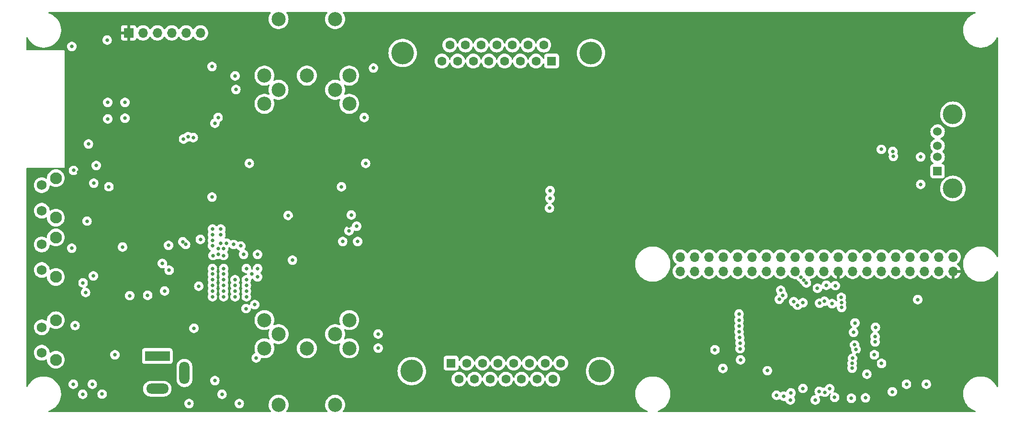
<source format=gbr>
%TF.GenerationSoftware,KiCad,Pcbnew,8.0.6*%
%TF.CreationDate,2024-10-18T08:00:21+02:00*%
%TF.ProjectId,key800,6b657938-3030-42e6-9b69-6361645f7063,1.06*%
%TF.SameCoordinates,Original*%
%TF.FileFunction,Copper,L2,Inr*%
%TF.FilePolarity,Positive*%
%FSLAX46Y46*%
G04 Gerber Fmt 4.6, Leading zero omitted, Abs format (unit mm)*
G04 Created by KiCad (PCBNEW 8.0.6) date 2024-10-18 08:00:21*
%MOMM*%
%LPD*%
G01*
G04 APERTURE LIST*
%TA.AperFunction,ComponentPad*%
%ADD10C,2.100000*%
%TD*%
%TA.AperFunction,ComponentPad*%
%ADD11C,1.750000*%
%TD*%
%TA.AperFunction,ComponentPad*%
%ADD12O,1.700000X1.700000*%
%TD*%
%TA.AperFunction,ComponentPad*%
%ADD13R,1.700000X1.700000*%
%TD*%
%TA.AperFunction,ComponentPad*%
%ADD14C,4.000000*%
%TD*%
%TA.AperFunction,ComponentPad*%
%ADD15R,1.600000X1.600000*%
%TD*%
%TA.AperFunction,ComponentPad*%
%ADD16C,1.600000*%
%TD*%
%TA.AperFunction,ComponentPad*%
%ADD17C,2.500000*%
%TD*%
%TA.AperFunction,ComponentPad*%
%ADD18R,4.400000X1.800000*%
%TD*%
%TA.AperFunction,ComponentPad*%
%ADD19O,4.000000X1.800000*%
%TD*%
%TA.AperFunction,ComponentPad*%
%ADD20O,1.800000X4.000000*%
%TD*%
%TA.AperFunction,ComponentPad*%
%ADD21R,1.524000X1.524000*%
%TD*%
%TA.AperFunction,ComponentPad*%
%ADD22C,1.524000*%
%TD*%
%TA.AperFunction,ComponentPad*%
%ADD23C,3.500000*%
%TD*%
%TA.AperFunction,ViaPad*%
%ADD24C,0.660400*%
%TD*%
G04 APERTURE END LIST*
D10*
%TO.N,*%
%TO.C,SW1*%
X-40593000Y-70259000D03*
X-40593000Y-63249000D03*
D11*
%TO.N,GND*%
X-43083000Y-69009000D03*
%TO.N,BTN1*%
X-43083000Y-64509000D03*
%TD*%
D12*
%TO.N,+3V3*%
%TO.C,P1*%
X118100000Y-54600000D03*
%TO.N,+5V*%
X118100000Y-52060000D03*
%TO.N,/GPIO2_Q00*%
X115560000Y-54600000D03*
%TO.N,+5V*%
X115560000Y-52060000D03*
%TO.N,/GPIO3_Q01*%
X113020000Y-54600000D03*
%TO.N,GND*%
X113020000Y-52060000D03*
%TO.N,/GPIO4_Q02*%
X110480000Y-54600000D03*
%TO.N,PI_TxD*%
X110480000Y-52060000D03*
%TO.N,GND*%
X107940000Y-54600000D03*
%TO.N,PI_RxD*%
X107940000Y-52060000D03*
%TO.N,/GPIO17_psync*%
X105400000Y-54600000D03*
%TO.N,/GPIO18_Version*%
X105400000Y-52060000D03*
%TO.N,/GPIO27_genlock*%
X102860000Y-54600000D03*
%TO.N,GND*%
X102860000Y-52060000D03*
%TO.N,/GPIO22_analog*%
X100320000Y-54600000D03*
%TO.N,/GPIO23_csync*%
X100320000Y-52060000D03*
%TO.N,+3V3*%
X97780000Y-54600000D03*
%TO.N,/GPIO24_mux*%
X97780000Y-52060000D03*
%TO.N,/GPIO10_Q08*%
X95240000Y-54600000D03*
%TO.N,GND*%
X95240000Y-52060000D03*
%TO.N,/GPIO9_Q07*%
X92700000Y-54600000D03*
%TO.N,/GPIO25_mode7*%
X92700000Y-52060000D03*
%TO.N,/GPIO11_Q09*%
X90160000Y-54600000D03*
%TO.N,/GPIO8_Q06*%
X90160000Y-52060000D03*
%TO.N,GND*%
X87620000Y-54600000D03*
%TO.N,/GPIO7_Q05*%
X87620000Y-52060000D03*
%TO.N,/GPIO0_sp_data*%
X85080000Y-54600000D03*
%TO.N,/GPIO1_sp_clken*%
X85080000Y-52060000D03*
%TO.N,/GPIO5_Q03*%
X82540000Y-54600000D03*
%TO.N,GND*%
X82540000Y-52060000D03*
%TO.N,/GPIO6_Q04*%
X80000000Y-54600000D03*
%TO.N,/GPIO12_Q10*%
X80000000Y-52060000D03*
%TO.N,/GPIO13_Q11*%
X77460000Y-54600000D03*
%TO.N,GND*%
X77460000Y-52060000D03*
%TO.N,BTN3*%
X74920000Y-54600000D03*
%TO.N,BTN1*%
X74920000Y-52060000D03*
%TO.N,BTN2*%
X72380000Y-54600000D03*
%TO.N,/GPIO20_sp_clk*%
X72380000Y-52060000D03*
%TO.N,GND*%
X69840000Y-54600000D03*
%TO.N,/GPIO21_clk*%
X69840000Y-52060000D03*
%TD*%
D13*
%TO.N,+3V3*%
%TO.C,J3*%
X-27716000Y-12367000D03*
D12*
%TO.N,ESP32_TXD*%
X-25176000Y-12367000D03*
%TO.N,ESP32_RXD*%
X-22636000Y-12367000D03*
%TO.N,ESP32_IO0*%
X-20096000Y-12367000D03*
%TO.N,ESP32_EN*%
X-17556000Y-12367000D03*
%TO.N,GND*%
X-15016000Y-12367000D03*
%TD*%
D14*
%TO.N,GND*%
%TO.C,J6*%
X22352000Y-72270000D03*
X55652000Y-72270000D03*
D15*
%TO.N,Net-(D13-A)*%
X29307000Y-70850000D03*
D16*
%TO.N,GND*%
X32077000Y-70850000D03*
%TO.N,unconnected-(J6-Pad3)*%
X34847000Y-70850000D03*
%TO.N,unconnected-(J6-Pad4)*%
X37617000Y-70850000D03*
%TO.N,/Video*%
X40387000Y-70850000D03*
%TO.N,unconnected-(J6-Pad6)*%
X43157000Y-70850000D03*
%TO.N,GND*%
X45927000Y-70850000D03*
%TO.N,/SYNC*%
X48697000Y-70850000D03*
%TO.N,/B3*%
X30692000Y-73690000D03*
%TO.N,/G3*%
X33462000Y-73690000D03*
%TO.N,/R3*%
X36232000Y-73690000D03*
%TO.N,unconnected-(J6-P12-Pad12)*%
X39002000Y-73690000D03*
%TO.N,unconnected-(J6-P13-Pad13)*%
X41772000Y-73690000D03*
%TO.N,/LF*%
X44542000Y-73690000D03*
%TO.N,unconnected-(J6-P15-Pad15)*%
X47312000Y-73690000D03*
%TD*%
D10*
%TO.N,*%
%TO.C,SW3*%
X-40593000Y-55600000D03*
X-40593000Y-48590000D03*
D11*
%TO.N,GND*%
X-43083000Y-54350000D03*
%TO.N,BTN3*%
X-43083000Y-49850000D03*
%TD*%
D10*
%TO.N,*%
%TO.C,SW2*%
X-40593000Y-45100000D03*
X-40593000Y-38090000D03*
D11*
%TO.N,GND*%
X-43083000Y-43850000D03*
%TO.N,BTN2*%
X-43083000Y-39350000D03*
%TD*%
D14*
%TO.N,GND*%
%TO.C,J4*%
X54042000Y-15930000D03*
X20742000Y-15930000D03*
D15*
%TO.N,+24V*%
X47087000Y-17350000D03*
D16*
%TO.N,GND*%
X44317000Y-17350000D03*
%TO.N,unconnected-(J4-Pad3)*%
X41547000Y-17350000D03*
%TO.N,unconnected-(J4-Pad4)*%
X38777000Y-17350000D03*
%TO.N,/Video*%
X36007000Y-17350000D03*
%TO.N,unconnected-(J4-Pad6)*%
X33237000Y-17350000D03*
%TO.N,GND*%
X30467000Y-17350000D03*
%TO.N,/SYNC*%
X27697000Y-17350000D03*
%TO.N,/B3*%
X45702000Y-14510000D03*
%TO.N,/G3*%
X42932000Y-14510000D03*
%TO.N,/R3*%
X40162000Y-14510000D03*
%TO.N,unconnected-(J4-P12-Pad12)*%
X37392000Y-14510000D03*
%TO.N,unconnected-(J4-P13-Pad13)*%
X34622000Y-14510000D03*
%TO.N,/LF*%
X31852000Y-14510000D03*
%TO.N,unconnected-(J4-P15-Pad15)*%
X29082000Y-14510000D03*
%TD*%
D17*
%TO.N,/Keyboard/TxD_IN*%
%TO.C,J1*%
X11300000Y-68231500D03*
%TO.N,GND*%
X3800000Y-68231500D03*
%TO.N,/Keyboard/RxD_IN*%
X-3700000Y-68231500D03*
%TO.N,/Keyboard/TRxC_IN*%
X8800000Y-65731500D03*
%TO.N,Net-(Q2-D)*%
X-1200000Y-65731500D03*
%TO.N,+12V*%
X11300000Y-63231500D03*
%TO.N,Net-(Q1-D)*%
X-3700000Y-63231500D03*
%TO.N,N/C*%
X-1200000Y-78231500D03*
X8800000Y-78231500D03*
%TD*%
%TO.N,/Keyboard/TxD_OUT*%
%TO.C,J2*%
X-3702000Y-19939000D03*
%TO.N,GND*%
X3798000Y-19939000D03*
%TO.N,/Keyboard/RxD_OUT*%
X11298000Y-19939000D03*
%TO.N,/Keyboard/TRxC_OUT*%
X-1202000Y-22439000D03*
%TO.N,Net-(Q4-D)*%
X8798000Y-22439000D03*
%TO.N,+12V*%
X-3702000Y-24939000D03*
%TO.N,Net-(Q3-D)*%
X11298000Y-24939000D03*
%TO.N,N/C*%
X8798000Y-9939000D03*
X-1202000Y-9939000D03*
%TD*%
D18*
%TO.N,Net-(D14-A)*%
%TO.C,J5*%
X-22650000Y-69600000D03*
D19*
%TO.N,GND*%
X-22650000Y-75400000D03*
D20*
%TO.N,unconnected-(J5-Pad3)*%
X-17850000Y-72600000D03*
%TD*%
D21*
%TO.N,Net-(U2-VBUS)*%
%TO.C,USB1*%
X115350000Y-36850000D03*
D22*
%TO.N,Net-(USB1-D-)*%
X115350000Y-34350000D03*
%TO.N,Net-(USB1-D+)*%
X115350000Y-32350000D03*
%TO.N,GND*%
X115350000Y-29850000D03*
D23*
X118060000Y-39920000D03*
X118060000Y-26780000D03*
%TD*%
D24*
%TO.N,/SYNC*%
X75979500Y-68501000D03*
%TO.N,/SPDATA*%
X102840000Y-72819000D03*
X102586000Y-77010000D03*
%TO.N,/SPCLK*%
X100109500Y-77073504D03*
X85239478Y-72195022D03*
%TO.N,/R3*%
X87600000Y-57960000D03*
X89900939Y-59970488D03*
%TO.N,/G3*%
X87981000Y-58849000D03*
X90562998Y-60605498D03*
%TO.N,/B3*%
X91547500Y-60172000D03*
X87346000Y-59547500D03*
%TO.N,/GPIO25_mode7*%
X111850000Y-59600000D03*
%TO.N,/GPIO0_sp_data*%
X95409252Y-76014717D03*
%TO.N,/GPIO20_sp_clk*%
X97147500Y-76905500D03*
%TO.N,/GPIO1_sp_clken*%
X107348500Y-75930500D03*
X96263733Y-75379707D03*
%TO.N,/GPIO17_psync*%
X100744500Y-63738500D03*
%TO.N,/GPIO21_clk*%
X77376500Y-71803000D03*
%TO.N,/GPIO2_Q00*%
X98370550Y-60990285D03*
X94100000Y-57600000D03*
%TO.N,/GPIO3_Q01*%
X98347211Y-60126989D03*
X94458000Y-60246000D03*
%TO.N,/GPIO4_Q02*%
X95305888Y-59894112D03*
X98331500Y-59230000D03*
%TO.N,/GPIO10_Q08*%
X100910069Y-68458532D03*
%TO.N,/GPIO9_Q07*%
X100305520Y-69996638D03*
%TO.N,/GPIO11_Q09*%
X100253712Y-70858685D03*
%TO.N,/GPIO8_Q06*%
X100236500Y-71739500D03*
%TO.N,/GPIO7_Q05*%
X94424985Y-75859082D03*
%TO.N,/GPIO5_Q03*%
X89297432Y-77390990D03*
%TO.N,/GPIO6_Q04*%
X88147139Y-76726714D03*
%TO.N,/GPIO12_Q10*%
X89417150Y-76120978D03*
%TO.N,/GPIO13_Q11*%
X86877127Y-76556929D03*
%TO.N,/GPIO23_csync*%
X100490500Y-65389500D03*
%TO.N,GND*%
X112373000Y-39195000D03*
X107420000Y-33353000D03*
X-35336000Y-58341000D03*
X-17048000Y-78026000D03*
X91700269Y-56145728D03*
X-28351000Y-24686000D03*
X-31399000Y-24686000D03*
X-17650004Y-49850004D03*
X105443500Y-70914000D03*
X92146579Y-56643759D03*
X-24350500Y-58849000D03*
X-18150000Y-49350004D03*
X-21366000Y-58087000D03*
X109850000Y-74600000D03*
X113350000Y-74600000D03*
X100682256Y-67625510D03*
X104300500Y-67104000D03*
X80424500Y-68310500D03*
X-37467000Y-36723000D03*
X-8158000Y-78026000D03*
X16400000Y-68200000D03*
X-5400000Y-60500000D03*
X-37749000Y-14780000D03*
X482498Y-44706349D03*
X104364000Y-64500500D03*
X-35082000Y-45704500D03*
X12600000Y-46600000D03*
X95664500Y-57071000D03*
X-33431000Y-35862000D03*
X-20543600Y-54392107D03*
X-37495000Y-74597000D03*
X9931729Y-39616271D03*
X11248068Y-47419000D03*
X-31208500Y-39608500D03*
X1240000Y-52626000D03*
X91192269Y-55637728D03*
X80361000Y-66342000D03*
X-31526000Y-13637000D03*
X-28800000Y-50300000D03*
X104300500Y-66151500D03*
X104173500Y-69390000D03*
X80234000Y-62151000D03*
X-21747000Y-53197500D03*
X80234008Y-63230500D03*
X80492513Y-70274487D03*
X-5150000Y-69929720D03*
X97260199Y-57134500D03*
X80234002Y-64309998D03*
X-6951500Y-61198500D03*
X-30129000Y-69390000D03*
X-35780500Y-56626500D03*
X93721421Y-77390990D03*
X-28351000Y-27480000D03*
X96670789Y-60320865D03*
X80424500Y-67294500D03*
X91547498Y-75335803D03*
X16400000Y-65700000D03*
X-20650000Y-50005000D03*
X-31399000Y-27607000D03*
X80234000Y-65326000D03*
X-34150000Y-74600000D03*
X15600000Y-18600000D03*
X-15031590Y-48943000D03*
X-8753000Y-22400000D03*
X-8880000Y-19987000D03*
X-12984000Y-18336000D03*
%TO.N,+5V*%
X-6380000Y-35481000D03*
X14194000Y-35481000D03*
X-15300000Y-57228000D03*
X13940000Y-27353000D03*
%TO.N,+24V*%
X46833000Y-40307000D03*
X46706000Y-43412500D03*
X46833000Y-41704000D03*
%TO.N,Net-(U7-VO)*%
X-9150000Y-49850000D03*
X-11400000Y-49600000D03*
X-12900000Y-55100000D03*
X-12900000Y-50100000D03*
X-12900000Y-59100000D03*
X-10900000Y-56100000D03*
X-6900000Y-57100000D03*
X-12800000Y-51800000D03*
X-11400000Y-47100000D03*
X-7400000Y-51600000D03*
X-8900000Y-58100000D03*
X-7900000Y-50100000D03*
X-4900000Y-55600000D03*
X-11900000Y-51600000D03*
X-4900000Y-51600000D03*
X-10900000Y-50600000D03*
X-10900000Y-58100000D03*
X-8900000Y-59100000D03*
X-12900000Y-57100000D03*
X-12900000Y-48100000D03*
X-6900000Y-58100000D03*
X-11400000Y-48100000D03*
X-6900000Y-56100000D03*
X-12900000Y-47100000D03*
X-12900000Y-56100000D03*
X-5900000Y-55100000D03*
X-10900000Y-51800000D03*
X-12900000Y-49100000D03*
X-6900000Y-54100000D03*
X-4900000Y-54100000D03*
X-10900000Y-57100000D03*
X-8900000Y-57100000D03*
X-10900000Y-55100000D03*
X-8900000Y-56100000D03*
X-10400000Y-49600000D03*
X-11900000Y-50600000D03*
X-10900000Y-54100000D03*
X-12900000Y-58100000D03*
X-10900000Y-59100000D03*
X-6900000Y-59100000D03*
X-12900000Y-54100000D03*
%TO.N,+3V3*%
X-11150000Y-66100000D03*
X-36542500Y-37005000D03*
X11146001Y-32433001D03*
X9978067Y-45417367D03*
X10130000Y-30909000D03*
X3145000Y-53769000D03*
X-37812500Y-47546000D03*
X14448000Y-32179000D03*
X-37241000Y-66977000D03*
X-6126000Y-48117500D03*
X1113000Y-46657000D03*
X94600000Y-59100000D03*
X1240000Y-45387000D03*
X-31574480Y-37972520D03*
X11281949Y-46556063D03*
X83758250Y-64087750D03*
X-33557998Y-37640000D03*
X101153137Y-69361637D03*
X4542000Y-56309000D03*
X-31282190Y-11996190D03*
X-37177500Y-41386500D03*
%TO.N,Net-(D3-A)*%
X-32400000Y-76350000D03*
X-11900000Y-27350000D03*
%TO.N,Net-(D5-A)*%
X-12476000Y-28369000D03*
X-35844000Y-76375000D03*
%TO.N,Net-(D7-A)*%
X-11206000Y-76375000D03*
X-16159000Y-64691000D03*
%TO.N,ESP32_IO0*%
X-34828000Y-32052000D03*
%TO.N,Net-(D9-A)*%
X-12984000Y-41450000D03*
X-12476000Y-73962000D03*
%TO.N,/Keyboard/TRxC_OUT*%
X10130000Y-49324000D03*
%TO.N,/Keyboard/RxD_OUT*%
X12797000Y-49324000D03*
%TO.N,/Keyboard/TxD_OUT*%
X11653998Y-44625000D03*
%TO.N,/Keyboard/USB_D+*%
X107547000Y-34242000D03*
X105416718Y-33000718D03*
%TO.N,Net-(U6-EN)*%
X-33939000Y-55420000D03*
X-27525500Y-58912500D03*
%TO.N,Net-(USB1-D+)*%
X112365000Y-34338000D03*
%TO.N,BTN3*%
X-18000000Y-31164990D03*
X-37800000Y-50500000D03*
%TO.N,BTN1*%
X-37200000Y-64200000D03*
X-16300000Y-30900000D03*
%TO.N,BTN2*%
X-33900000Y-39000000D03*
X-17234233Y-30765708D03*
%TD*%
%TA.AperFunction,Conductor*%
%TO.N,+3V3*%
G36*
X-2637119Y-8695502D02*
G01*
X-2590626Y-8749158D01*
X-2580522Y-8819432D01*
X-2606729Y-8880058D01*
X-2628763Y-8907688D01*
X-2659018Y-8945627D01*
X-2790795Y-9173871D01*
X-2790798Y-9173879D01*
X-2887089Y-9419224D01*
X-2942469Y-9661866D01*
X-2945735Y-9676174D01*
X-2965431Y-9939000D01*
X-2945735Y-10201826D01*
X-2945734Y-10201830D01*
X-2887089Y-10458775D01*
X-2790798Y-10704120D01*
X-2790795Y-10704128D01*
X-2659018Y-10932372D01*
X-2659016Y-10932375D01*
X-2659015Y-10932376D01*
X-2494686Y-11138438D01*
X-2301481Y-11317706D01*
X-2301475Y-11317710D01*
X-2083725Y-11466170D01*
X-2083721Y-11466172D01*
X-2083715Y-11466176D01*
X-1846254Y-11580532D01*
X-1846251Y-11580532D01*
X-1846246Y-11580535D01*
X-1594411Y-11658215D01*
X-1594409Y-11658215D01*
X-1594400Y-11658218D01*
X-1333781Y-11697500D01*
X-1333777Y-11697500D01*
X-1070223Y-11697500D01*
X-1070219Y-11697500D01*
X-809600Y-11658218D01*
X-809590Y-11658215D01*
X-557755Y-11580535D01*
X-557753Y-11580534D01*
X-557746Y-11580532D01*
X-320284Y-11466176D01*
X-318868Y-11465211D01*
X-280157Y-11438818D01*
X-102519Y-11317706D01*
X90686Y-11138438D01*
X255015Y-10932376D01*
X386796Y-10704124D01*
X483087Y-10458780D01*
X541735Y-10201826D01*
X561431Y-9939000D01*
X541735Y-9676174D01*
X483087Y-9419220D01*
X386796Y-9173876D01*
X386795Y-9173875D01*
X386794Y-9173871D01*
X255017Y-8945627D01*
X255015Y-8945624D01*
X202728Y-8880058D01*
X175895Y-8814330D01*
X188857Y-8744526D01*
X237499Y-8692812D01*
X301240Y-8675500D01*
X7294760Y-8675500D01*
X7362881Y-8695502D01*
X7409374Y-8749158D01*
X7419478Y-8819432D01*
X7393271Y-8880058D01*
X7371237Y-8907688D01*
X7340982Y-8945627D01*
X7209205Y-9173871D01*
X7209202Y-9173879D01*
X7112911Y-9419224D01*
X7057531Y-9661866D01*
X7054265Y-9676174D01*
X7034569Y-9939000D01*
X7054265Y-10201826D01*
X7054266Y-10201830D01*
X7112911Y-10458775D01*
X7209202Y-10704120D01*
X7209205Y-10704128D01*
X7340982Y-10932372D01*
X7340984Y-10932375D01*
X7340985Y-10932376D01*
X7505314Y-11138438D01*
X7698519Y-11317706D01*
X7698525Y-11317710D01*
X7916275Y-11466170D01*
X7916279Y-11466172D01*
X7916285Y-11466176D01*
X8153746Y-11580532D01*
X8153749Y-11580532D01*
X8153754Y-11580535D01*
X8405589Y-11658215D01*
X8405591Y-11658215D01*
X8405600Y-11658218D01*
X8666219Y-11697500D01*
X8666223Y-11697500D01*
X8929777Y-11697500D01*
X8929781Y-11697500D01*
X9190400Y-11658218D01*
X9190410Y-11658215D01*
X9442245Y-11580535D01*
X9442247Y-11580534D01*
X9442254Y-11580532D01*
X9679716Y-11466176D01*
X9681132Y-11465211D01*
X9719843Y-11438818D01*
X9897481Y-11317706D01*
X10090686Y-11138438D01*
X10255015Y-10932376D01*
X10386796Y-10704124D01*
X10483087Y-10458780D01*
X10541735Y-10201826D01*
X10561431Y-9939000D01*
X10541735Y-9676174D01*
X10483087Y-9419220D01*
X10386796Y-9173876D01*
X10386795Y-9173875D01*
X10386794Y-9173871D01*
X10255017Y-8945627D01*
X10255015Y-8945624D01*
X10202728Y-8880058D01*
X10175895Y-8814330D01*
X10188857Y-8744526D01*
X10237499Y-8692812D01*
X10301240Y-8675500D01*
X121969515Y-8675500D01*
X122037636Y-8695502D01*
X122084129Y-8749158D01*
X122094233Y-8819432D01*
X122064739Y-8884012D01*
X122011130Y-8920429D01*
X121783638Y-9000031D01*
X121783611Y-9000042D01*
X121469871Y-9151131D01*
X121469862Y-9151136D01*
X121174999Y-9336412D01*
X121174995Y-9336415D01*
X120902740Y-9553529D01*
X120656489Y-9799780D01*
X120439375Y-10072035D01*
X120439372Y-10072039D01*
X120254096Y-10366902D01*
X120254091Y-10366911D01*
X120103002Y-10680651D01*
X120102991Y-10680678D01*
X119987983Y-11009352D01*
X119910491Y-11348865D01*
X119871500Y-11694918D01*
X119871500Y-12043161D01*
X119910491Y-12389214D01*
X119949471Y-12559993D01*
X119987982Y-12728721D01*
X119987984Y-12728727D01*
X119987983Y-12728727D01*
X120102991Y-13057401D01*
X120103002Y-13057428D01*
X120254091Y-13371168D01*
X120254096Y-13371177D01*
X120439372Y-13666040D01*
X120439375Y-13666044D01*
X120656489Y-13938299D01*
X120902740Y-14184550D01*
X121174995Y-14401664D01*
X121175003Y-14401670D01*
X121469867Y-14586946D01*
X121783621Y-14738042D01*
X121783637Y-14738047D01*
X121783638Y-14738048D01*
X122112312Y-14853056D01*
X122112315Y-14853056D01*
X122112319Y-14853058D01*
X122451829Y-14930549D01*
X122671862Y-14955341D01*
X122797878Y-14969540D01*
X122797880Y-14969540D01*
X123146122Y-14969540D01*
X123237534Y-14959240D01*
X123492171Y-14930549D01*
X123831681Y-14853058D01*
X123837623Y-14850979D01*
X123946258Y-14812966D01*
X124160379Y-14738042D01*
X124474133Y-14586946D01*
X124768997Y-14401670D01*
X124861625Y-14327801D01*
X125041259Y-14184550D01*
X125287510Y-13938299D01*
X125457609Y-13725000D01*
X125504630Y-13666037D01*
X125689906Y-13371173D01*
X125784978Y-13173753D01*
X125832556Y-13121058D01*
X125901070Y-13102449D01*
X125968769Y-13123837D01*
X126014157Y-13178429D01*
X126024500Y-13228423D01*
X126024500Y-51969656D01*
X126004498Y-52037777D01*
X125950842Y-52084270D01*
X125880568Y-52094374D01*
X125815988Y-52064880D01*
X125784978Y-52024325D01*
X125689908Y-51826911D01*
X125689903Y-51826902D01*
X125558255Y-51617387D01*
X125504630Y-51532043D01*
X125504624Y-51532035D01*
X125287510Y-51259780D01*
X125041259Y-51013529D01*
X124769004Y-50796415D01*
X124769000Y-50796412D01*
X124767849Y-50795689D01*
X124619821Y-50702676D01*
X124474137Y-50611136D01*
X124474128Y-50611131D01*
X124160388Y-50460042D01*
X124160383Y-50460040D01*
X124160379Y-50460038D01*
X124160373Y-50460035D01*
X124160361Y-50460031D01*
X123831687Y-50345023D01*
X123492174Y-50267531D01*
X123146122Y-50228540D01*
X123146120Y-50228540D01*
X122797880Y-50228540D01*
X122797878Y-50228540D01*
X122451825Y-50267531D01*
X122112312Y-50345023D01*
X121783638Y-50460031D01*
X121783611Y-50460042D01*
X121469871Y-50611131D01*
X121469862Y-50611136D01*
X121174999Y-50796412D01*
X121174995Y-50796415D01*
X120902740Y-51013529D01*
X120656489Y-51259780D01*
X120439375Y-51532035D01*
X120439372Y-51532039D01*
X120254096Y-51826902D01*
X120254091Y-51826911D01*
X120103002Y-52140651D01*
X120102991Y-52140678D01*
X119987983Y-52469352D01*
X119910491Y-52808865D01*
X119871500Y-53154918D01*
X119871500Y-53503161D01*
X119910491Y-53849214D01*
X119944804Y-53999545D01*
X119987982Y-54188721D01*
X119987984Y-54188727D01*
X119987983Y-54188727D01*
X120102991Y-54517401D01*
X120103002Y-54517428D01*
X120254091Y-54831168D01*
X120254096Y-54831177D01*
X120439372Y-55126040D01*
X120439375Y-55126044D01*
X120656489Y-55398299D01*
X120902740Y-55644550D01*
X121158290Y-55848342D01*
X121175003Y-55861670D01*
X121394821Y-55999791D01*
X121469486Y-56046707D01*
X121469867Y-56046946D01*
X121783621Y-56198042D01*
X121783637Y-56198047D01*
X121783638Y-56198048D01*
X122112312Y-56313056D01*
X122112315Y-56313056D01*
X122112319Y-56313058D01*
X122451829Y-56390549D01*
X122697210Y-56418197D01*
X122797878Y-56429540D01*
X122797880Y-56429540D01*
X123146122Y-56429540D01*
X123234006Y-56419637D01*
X123492171Y-56390549D01*
X123831681Y-56313058D01*
X123841184Y-56309733D01*
X123916179Y-56283491D01*
X124160379Y-56198042D01*
X124474133Y-56046946D01*
X124768997Y-55861670D01*
X124892712Y-55763011D01*
X125041259Y-55644550D01*
X125287510Y-55398299D01*
X125504624Y-55126044D01*
X125504630Y-55126037D01*
X125689906Y-54831173D01*
X125784978Y-54633753D01*
X125832556Y-54581058D01*
X125901070Y-54562449D01*
X125968769Y-54583837D01*
X126014157Y-54638429D01*
X126024500Y-54688423D01*
X126024500Y-74969656D01*
X126004498Y-75037777D01*
X125950842Y-75084270D01*
X125880568Y-75094374D01*
X125815988Y-75064880D01*
X125784978Y-75024325D01*
X125689908Y-74826911D01*
X125689903Y-74826902D01*
X125634632Y-74738940D01*
X125504630Y-74532043D01*
X125504624Y-74532035D01*
X125287510Y-74259780D01*
X125041259Y-74013529D01*
X124769004Y-73796415D01*
X124769000Y-73796412D01*
X124474137Y-73611136D01*
X124474128Y-73611131D01*
X124160388Y-73460042D01*
X124160383Y-73460040D01*
X124160379Y-73460038D01*
X124160373Y-73460035D01*
X124160361Y-73460031D01*
X123831687Y-73345023D01*
X123492174Y-73267531D01*
X123146122Y-73228540D01*
X123146120Y-73228540D01*
X122797880Y-73228540D01*
X122797878Y-73228540D01*
X122451825Y-73267531D01*
X122112312Y-73345023D01*
X121783638Y-73460031D01*
X121783611Y-73460042D01*
X121469871Y-73611131D01*
X121469862Y-73611136D01*
X121174999Y-73796412D01*
X121174995Y-73796415D01*
X120902740Y-74013529D01*
X120656489Y-74259780D01*
X120439375Y-74532035D01*
X120439372Y-74532039D01*
X120254096Y-74826902D01*
X120254091Y-74826911D01*
X120103002Y-75140651D01*
X120102991Y-75140678D01*
X119987983Y-75469352D01*
X119910491Y-75808865D01*
X119871500Y-76154918D01*
X119871500Y-76503161D01*
X119910491Y-76849214D01*
X119945297Y-77001707D01*
X119987982Y-77188721D01*
X119987984Y-77188727D01*
X119987983Y-77188727D01*
X120102991Y-77517401D01*
X120103002Y-77517428D01*
X120254091Y-77831168D01*
X120254096Y-77831177D01*
X120439372Y-78126040D01*
X120439375Y-78126044D01*
X120656489Y-78398299D01*
X120902740Y-78644550D01*
X121132838Y-78828045D01*
X121175003Y-78861670D01*
X121384633Y-78993390D01*
X121469862Y-79046943D01*
X121469871Y-79046948D01*
X121559511Y-79090116D01*
X121783621Y-79198042D01*
X121783637Y-79198047D01*
X121783638Y-79198048D01*
X122016617Y-79279571D01*
X122074309Y-79320949D01*
X122100471Y-79386949D01*
X122086798Y-79456617D01*
X122037631Y-79507833D01*
X121975002Y-79524500D01*
X65968998Y-79524500D01*
X65900877Y-79504498D01*
X65854384Y-79450842D01*
X65844280Y-79380568D01*
X65873774Y-79315988D01*
X65927383Y-79279571D01*
X66068722Y-79230113D01*
X66160379Y-79198042D01*
X66474133Y-79046946D01*
X66768997Y-78861670D01*
X66901082Y-78756336D01*
X67041259Y-78644550D01*
X67287510Y-78398299D01*
X67451202Y-78193034D01*
X67504630Y-78126037D01*
X67689906Y-77831173D01*
X67841002Y-77517419D01*
X67956018Y-77188721D01*
X68033509Y-76849211D01*
X68066442Y-76556929D01*
X86033807Y-76556929D01*
X86052050Y-76730499D01*
X86052237Y-76732270D01*
X86106713Y-76899933D01*
X86106717Y-76899940D01*
X86194865Y-77052618D01*
X86194867Y-77052620D01*
X86312833Y-77183636D01*
X86312836Y-77183638D01*
X86455467Y-77287266D01*
X86616527Y-77358974D01*
X86788976Y-77395629D01*
X86965278Y-77395629D01*
X87137727Y-77358974D01*
X87298787Y-77287266D01*
X87342717Y-77255348D01*
X87409581Y-77231491D01*
X87478733Y-77247570D01*
X87510410Y-77272973D01*
X87582848Y-77353423D01*
X87725479Y-77457051D01*
X87886539Y-77528759D01*
X88058988Y-77565414D01*
X88235295Y-77565414D01*
X88345964Y-77541890D01*
X88416754Y-77547291D01*
X88473387Y-77590107D01*
X88491994Y-77626199D01*
X88527019Y-77733996D01*
X88527022Y-77734001D01*
X88615170Y-77886679D01*
X88615172Y-77886681D01*
X88733138Y-78017697D01*
X88733141Y-78017699D01*
X88875772Y-78121327D01*
X89036832Y-78193035D01*
X89209281Y-78229690D01*
X89385583Y-78229690D01*
X89558032Y-78193035D01*
X89719092Y-78121327D01*
X89861723Y-78017699D01*
X89979692Y-77886681D01*
X90067843Y-77733999D01*
X90076439Y-77707545D01*
X90114596Y-77590107D01*
X90122323Y-77566326D01*
X90140752Y-77390990D01*
X92878101Y-77390990D01*
X92896486Y-77565912D01*
X92896531Y-77566331D01*
X92951007Y-77733994D01*
X92951011Y-77734001D01*
X93039159Y-77886679D01*
X93039161Y-77886681D01*
X93157127Y-78017697D01*
X93157130Y-78017699D01*
X93299761Y-78121327D01*
X93460821Y-78193035D01*
X93633270Y-78229690D01*
X93809572Y-78229690D01*
X93982021Y-78193035D01*
X94143081Y-78121327D01*
X94285712Y-78017699D01*
X94403681Y-77886681D01*
X94491832Y-77733999D01*
X94500428Y-77707545D01*
X94538585Y-77590107D01*
X94546312Y-77566326D01*
X94564741Y-77390990D01*
X94546312Y-77215654D01*
X94536461Y-77185336D01*
X94491834Y-77047985D01*
X94491830Y-77047978D01*
X94482640Y-77032061D01*
X94409571Y-76905500D01*
X94400380Y-76889580D01*
X94402206Y-76888525D01*
X94381672Y-76830979D01*
X94397750Y-76761827D01*
X94448662Y-76712345D01*
X94507466Y-76697782D01*
X94513136Y-76697782D01*
X94685585Y-76661127D01*
X94734759Y-76639232D01*
X94805125Y-76629798D01*
X94860069Y-76652403D01*
X94915961Y-76693011D01*
X94987592Y-76745054D01*
X95148652Y-76816762D01*
X95321101Y-76853417D01*
X95497403Y-76853417D01*
X95669852Y-76816762D01*
X95830912Y-76745054D01*
X95973543Y-76641426D01*
X96091512Y-76510408D01*
X96179663Y-76357726D01*
X96179665Y-76357721D01*
X96196642Y-76305471D01*
X96236715Y-76246865D01*
X96302112Y-76219228D01*
X96316475Y-76218407D01*
X96357507Y-76218407D01*
X96425628Y-76238409D01*
X96472121Y-76292065D01*
X96482225Y-76362339D01*
X96466626Y-76407407D01*
X96377090Y-76562488D01*
X96377086Y-76562495D01*
X96322610Y-76730158D01*
X96322609Y-76730162D01*
X96322609Y-76730164D01*
X96304180Y-76905500D01*
X96322556Y-77080336D01*
X96322610Y-77080841D01*
X96377086Y-77248504D01*
X96377090Y-77248511D01*
X96465238Y-77401189D01*
X96465240Y-77401191D01*
X96583206Y-77532207D01*
X96629579Y-77565899D01*
X96725840Y-77635837D01*
X96886900Y-77707545D01*
X97059349Y-77744200D01*
X97235651Y-77744200D01*
X97408100Y-77707545D01*
X97569160Y-77635837D01*
X97711791Y-77532209D01*
X97714898Y-77528759D01*
X97735670Y-77505689D01*
X97829760Y-77401191D01*
X97917911Y-77248509D01*
X97921285Y-77238127D01*
X97964430Y-77105337D01*
X97972391Y-77080836D01*
X97973162Y-77073504D01*
X99266180Y-77073504D01*
X99284574Y-77248511D01*
X99284610Y-77248845D01*
X99339086Y-77416508D01*
X99339090Y-77416515D01*
X99427238Y-77569193D01*
X99427240Y-77569195D01*
X99545206Y-77700211D01*
X99561047Y-77711720D01*
X99687840Y-77803841D01*
X99848900Y-77875549D01*
X100021349Y-77912204D01*
X100197651Y-77912204D01*
X100370100Y-77875549D01*
X100531160Y-77803841D01*
X100673791Y-77700213D01*
X100791760Y-77569195D01*
X100879911Y-77416513D01*
X100884890Y-77401191D01*
X100919177Y-77295663D01*
X100934391Y-77248840D01*
X100952820Y-77073504D01*
X100946145Y-77010000D01*
X101742680Y-77010000D01*
X101760930Y-77183636D01*
X101761110Y-77185341D01*
X101815586Y-77353004D01*
X101815590Y-77353011D01*
X101903738Y-77505689D01*
X101903740Y-77505691D01*
X102021706Y-77636707D01*
X102021709Y-77636709D01*
X102164340Y-77740337D01*
X102325400Y-77812045D01*
X102497849Y-77848700D01*
X102674151Y-77848700D01*
X102846600Y-77812045D01*
X103007660Y-77740337D01*
X103150291Y-77636709D01*
X103268260Y-77505691D01*
X103356411Y-77353009D01*
X103382416Y-77272975D01*
X103390365Y-77248509D01*
X103410891Y-77185336D01*
X103429320Y-77010000D01*
X103410891Y-76834664D01*
X103391121Y-76773818D01*
X103356413Y-76666995D01*
X103356409Y-76666988D01*
X103347988Y-76652403D01*
X103311942Y-76589968D01*
X103268261Y-76514310D01*
X103268259Y-76514308D01*
X103264747Y-76510408D01*
X103242582Y-76485791D01*
X103150293Y-76383292D01*
X103007660Y-76279663D01*
X102846600Y-76207955D01*
X102674151Y-76171300D01*
X102497849Y-76171300D01*
X102325399Y-76207955D01*
X102164339Y-76279663D01*
X102021706Y-76383292D01*
X101903740Y-76514308D01*
X101903738Y-76514310D01*
X101815590Y-76666988D01*
X101815586Y-76666995D01*
X101761110Y-76834658D01*
X101761109Y-76834662D01*
X101761109Y-76834664D01*
X101742680Y-77010000D01*
X100946145Y-77010000D01*
X100934391Y-76898168D01*
X100917340Y-76845689D01*
X100879913Y-76730499D01*
X100879909Y-76730492D01*
X100858265Y-76693004D01*
X100814194Y-76616669D01*
X100791761Y-76577814D01*
X100791759Y-76577812D01*
X100673793Y-76446796D01*
X100531160Y-76343167D01*
X100370100Y-76271459D01*
X100197651Y-76234804D01*
X100021349Y-76234804D01*
X99848899Y-76271459D01*
X99687839Y-76343167D01*
X99545206Y-76446796D01*
X99427240Y-76577812D01*
X99427238Y-76577814D01*
X99339090Y-76730492D01*
X99339086Y-76730499D01*
X99284610Y-76898162D01*
X99284609Y-76898166D01*
X99284609Y-76898168D01*
X99266180Y-77073504D01*
X97973162Y-77073504D01*
X97990820Y-76905500D01*
X97972391Y-76730164D01*
X97963997Y-76704329D01*
X97917913Y-76562495D01*
X97917909Y-76562488D01*
X97896459Y-76525336D01*
X97861037Y-76463982D01*
X97829761Y-76409810D01*
X97829759Y-76409808D01*
X97711793Y-76278792D01*
X97569160Y-76175163D01*
X97408100Y-76103455D01*
X97235651Y-76066800D01*
X97059349Y-76066800D01*
X97053726Y-76066800D01*
X96985605Y-76046798D01*
X96939112Y-75993142D01*
X96930105Y-75930500D01*
X106505180Y-75930500D01*
X106522996Y-76100005D01*
X106523610Y-76105841D01*
X106578085Y-76273499D01*
X106578090Y-76273511D01*
X106666238Y-76426189D01*
X106666240Y-76426191D01*
X106784206Y-76557207D01*
X106812566Y-76577812D01*
X106926840Y-76660837D01*
X107087900Y-76732545D01*
X107260349Y-76769200D01*
X107436651Y-76769200D01*
X107609100Y-76732545D01*
X107770160Y-76660837D01*
X107912791Y-76557209D01*
X107918980Y-76550336D01*
X107941485Y-76525341D01*
X108030760Y-76426191D01*
X108118911Y-76273509D01*
X108118912Y-76273503D01*
X108118915Y-76273499D01*
X108157443Y-76154918D01*
X108173391Y-76105836D01*
X108191820Y-75930500D01*
X108173391Y-75755164D01*
X108162848Y-75722716D01*
X108118913Y-75587495D01*
X108118909Y-75587488D01*
X108110518Y-75572955D01*
X108065089Y-75494269D01*
X108030761Y-75434810D01*
X108030759Y-75434808D01*
X107912793Y-75303792D01*
X107770160Y-75200163D01*
X107609100Y-75128455D01*
X107436651Y-75091800D01*
X107260349Y-75091800D01*
X107087899Y-75128455D01*
X106926839Y-75200163D01*
X106784206Y-75303792D01*
X106666240Y-75434808D01*
X106666238Y-75434810D01*
X106578090Y-75587488D01*
X106578086Y-75587495D01*
X106523610Y-75755158D01*
X106523609Y-75755162D01*
X106523609Y-75755164D01*
X106505180Y-75930500D01*
X96930105Y-75930500D01*
X96929008Y-75922868D01*
X96944607Y-75877800D01*
X97002241Y-75777973D01*
X97034144Y-75722716D01*
X97088624Y-75555043D01*
X97107053Y-75379707D01*
X97088624Y-75204371D01*
X97067929Y-75140678D01*
X97034146Y-75036702D01*
X97034142Y-75036695D01*
X97016021Y-75005309D01*
X96957910Y-74904657D01*
X96945994Y-74884017D01*
X96945992Y-74884015D01*
X96828026Y-74752999D01*
X96685393Y-74649370D01*
X96574505Y-74600000D01*
X109006680Y-74600000D01*
X109025004Y-74774341D01*
X109025110Y-74775341D01*
X109079586Y-74943004D01*
X109079590Y-74943011D01*
X109167738Y-75095689D01*
X109167740Y-75095691D01*
X109285706Y-75226707D01*
X109285709Y-75226709D01*
X109428340Y-75330337D01*
X109589400Y-75402045D01*
X109761849Y-75438700D01*
X109938151Y-75438700D01*
X110110600Y-75402045D01*
X110271660Y-75330337D01*
X110414291Y-75226709D01*
X110532260Y-75095691D01*
X110620411Y-74943009D01*
X110621388Y-74940004D01*
X110673863Y-74778500D01*
X110674891Y-74775336D01*
X110693320Y-74600000D01*
X112506680Y-74600000D01*
X112525004Y-74774341D01*
X112525110Y-74775341D01*
X112579586Y-74943004D01*
X112579590Y-74943011D01*
X112667738Y-75095689D01*
X112667740Y-75095691D01*
X112785706Y-75226707D01*
X112785709Y-75226709D01*
X112928340Y-75330337D01*
X113089400Y-75402045D01*
X113261849Y-75438700D01*
X113438151Y-75438700D01*
X113610600Y-75402045D01*
X113771660Y-75330337D01*
X113914291Y-75226709D01*
X114032260Y-75095691D01*
X114120411Y-74943009D01*
X114121388Y-74940004D01*
X114173863Y-74778500D01*
X114174891Y-74775336D01*
X114193320Y-74600000D01*
X114174891Y-74424664D01*
X114149575Y-74346749D01*
X114120413Y-74256995D01*
X114120409Y-74256988D01*
X114110991Y-74240676D01*
X114052429Y-74139243D01*
X114032261Y-74104310D01*
X114032259Y-74104308D01*
X113914293Y-73973292D01*
X113771660Y-73869663D01*
X113610600Y-73797955D01*
X113438151Y-73761300D01*
X113261849Y-73761300D01*
X113089399Y-73797955D01*
X112928339Y-73869663D01*
X112785706Y-73973292D01*
X112667740Y-74104308D01*
X112667738Y-74104310D01*
X112579590Y-74256988D01*
X112579586Y-74256995D01*
X112525110Y-74424658D01*
X112525109Y-74424662D01*
X112525109Y-74424664D01*
X112506680Y-74600000D01*
X110693320Y-74600000D01*
X110674891Y-74424664D01*
X110649575Y-74346749D01*
X110620413Y-74256995D01*
X110620409Y-74256988D01*
X110610991Y-74240676D01*
X110552429Y-74139243D01*
X110532261Y-74104310D01*
X110532259Y-74104308D01*
X110414293Y-73973292D01*
X110271660Y-73869663D01*
X110110600Y-73797955D01*
X109938151Y-73761300D01*
X109761849Y-73761300D01*
X109589399Y-73797955D01*
X109428339Y-73869663D01*
X109285706Y-73973292D01*
X109167740Y-74104308D01*
X109167738Y-74104310D01*
X109079590Y-74256988D01*
X109079586Y-74256995D01*
X109025110Y-74424658D01*
X109025109Y-74424662D01*
X109025109Y-74424664D01*
X109006680Y-74600000D01*
X96574505Y-74600000D01*
X96524333Y-74577662D01*
X96351884Y-74541007D01*
X96175582Y-74541007D01*
X96003132Y-74577662D01*
X95842072Y-74649370D01*
X95699439Y-74752999D01*
X95581473Y-74884015D01*
X95581471Y-74884017D01*
X95493323Y-75036695D01*
X95493319Y-75036702D01*
X95476343Y-75088953D01*
X95436270Y-75147559D01*
X95370873Y-75175196D01*
X95356510Y-75176017D01*
X95321101Y-75176017D01*
X95148649Y-75212672D01*
X95099475Y-75234566D01*
X95029108Y-75244000D01*
X94974166Y-75221395D01*
X94846645Y-75128745D01*
X94685585Y-75057037D01*
X94513136Y-75020382D01*
X94336834Y-75020382D01*
X94164384Y-75057037D01*
X94003324Y-75128745D01*
X93860691Y-75232374D01*
X93742725Y-75363390D01*
X93742723Y-75363392D01*
X93654575Y-75516070D01*
X93654571Y-75516077D01*
X93600095Y-75683740D01*
X93600094Y-75683744D01*
X93600094Y-75683746D01*
X93581665Y-75859082D01*
X93599839Y-76031995D01*
X93600095Y-76034423D01*
X93654571Y-76202086D01*
X93654575Y-76202093D01*
X93746026Y-76360492D01*
X93744199Y-76361546D01*
X93764734Y-76419093D01*
X93748656Y-76488245D01*
X93697744Y-76537727D01*
X93638940Y-76552290D01*
X93633270Y-76552290D01*
X93460820Y-76588945D01*
X93299760Y-76660653D01*
X93157127Y-76764282D01*
X93039161Y-76895298D01*
X93039159Y-76895300D01*
X92951011Y-77047978D01*
X92951007Y-77047985D01*
X92896531Y-77215648D01*
X92896530Y-77215652D01*
X92896530Y-77215654D01*
X92878101Y-77390990D01*
X90140752Y-77390990D01*
X90122323Y-77215654D01*
X90112472Y-77185336D01*
X90067845Y-77047985D01*
X90067841Y-77047978D01*
X90058651Y-77032061D01*
X89985582Y-76905500D01*
X89976391Y-76889580D01*
X89978029Y-76888633D01*
X89957235Y-76830373D01*
X89973308Y-76761220D01*
X89989393Y-76738856D01*
X90099410Y-76616669D01*
X90099411Y-76616667D01*
X90121843Y-76577814D01*
X90187561Y-76463987D01*
X90205165Y-76409809D01*
X90222089Y-76357721D01*
X90242041Y-76296314D01*
X90260470Y-76120978D01*
X90242041Y-75945642D01*
X90235227Y-75924670D01*
X90187563Y-75777973D01*
X90187559Y-75777966D01*
X90182612Y-75769398D01*
X90099410Y-75625287D01*
X90065382Y-75587495D01*
X89981443Y-75494270D01*
X89838810Y-75390641D01*
X89715641Y-75335803D01*
X90704178Y-75335803D01*
X90722576Y-75510847D01*
X90722608Y-75511144D01*
X90777084Y-75678807D01*
X90777088Y-75678814D01*
X90865236Y-75831492D01*
X90865238Y-75831494D01*
X90983204Y-75962510D01*
X90983207Y-75962512D01*
X91125838Y-76066140D01*
X91286898Y-76137848D01*
X91459347Y-76174503D01*
X91635649Y-76174503D01*
X91808098Y-76137848D01*
X91969158Y-76066140D01*
X92111789Y-75962512D01*
X92229758Y-75831494D01*
X92317909Y-75678812D01*
X92372389Y-75511139D01*
X92390818Y-75335803D01*
X92372389Y-75160467D01*
X92351342Y-75095691D01*
X92317911Y-74992798D01*
X92317907Y-74992791D01*
X92229759Y-74840113D01*
X92229757Y-74840111D01*
X92111791Y-74709095D01*
X91969158Y-74605466D01*
X91808098Y-74533758D01*
X91635649Y-74497103D01*
X91459347Y-74497103D01*
X91286897Y-74533758D01*
X91125837Y-74605466D01*
X90983204Y-74709095D01*
X90865238Y-74840111D01*
X90865236Y-74840113D01*
X90777088Y-74992791D01*
X90777084Y-74992798D01*
X90722608Y-75160461D01*
X90722607Y-75160465D01*
X90722607Y-75160467D01*
X90704178Y-75335803D01*
X89715641Y-75335803D01*
X89677750Y-75318933D01*
X89505301Y-75282278D01*
X89328999Y-75282278D01*
X89156549Y-75318933D01*
X88995489Y-75390641D01*
X88852856Y-75494270D01*
X88734890Y-75625286D01*
X88734888Y-75625288D01*
X88646740Y-75777966D01*
X88646736Y-75777974D01*
X88618135Y-75866001D01*
X88578061Y-75924607D01*
X88512665Y-75952244D01*
X88447055Y-75942172D01*
X88407743Y-75924670D01*
X88407739Y-75924669D01*
X88235290Y-75888014D01*
X88058988Y-75888014D01*
X87886538Y-75924669D01*
X87725479Y-75996377D01*
X87681548Y-76028294D01*
X87614680Y-76052151D01*
X87545528Y-76036069D01*
X87513853Y-76010666D01*
X87441420Y-75930221D01*
X87298787Y-75826592D01*
X87137727Y-75754884D01*
X86965278Y-75718229D01*
X86788976Y-75718229D01*
X86616526Y-75754884D01*
X86455466Y-75826592D01*
X86312833Y-75930221D01*
X86194867Y-76061237D01*
X86194865Y-76061239D01*
X86106717Y-76213917D01*
X86106713Y-76213924D01*
X86052237Y-76381587D01*
X86052236Y-76381591D01*
X86052236Y-76381593D01*
X86033807Y-76556929D01*
X68066442Y-76556929D01*
X68072500Y-76503160D01*
X68072500Y-76154920D01*
X68070576Y-76137848D01*
X68058923Y-76034423D01*
X68033509Y-75808869D01*
X67956018Y-75469359D01*
X67944240Y-75435700D01*
X67841008Y-75140678D01*
X67841007Y-75140677D01*
X67841002Y-75140661D01*
X67689906Y-74826907D01*
X67659488Y-74778498D01*
X67634632Y-74738940D01*
X67504630Y-74532043D01*
X67504624Y-74532035D01*
X67287510Y-74259780D01*
X67041259Y-74013529D01*
X66769004Y-73796415D01*
X66769000Y-73796412D01*
X66474137Y-73611136D01*
X66474128Y-73611131D01*
X66160388Y-73460042D01*
X66160383Y-73460040D01*
X66160379Y-73460038D01*
X66160373Y-73460035D01*
X66160361Y-73460031D01*
X65831687Y-73345023D01*
X65492174Y-73267531D01*
X65146122Y-73228540D01*
X65146120Y-73228540D01*
X64797880Y-73228540D01*
X64797878Y-73228540D01*
X64451825Y-73267531D01*
X64112312Y-73345023D01*
X63783638Y-73460031D01*
X63783611Y-73460042D01*
X63469871Y-73611131D01*
X63469862Y-73611136D01*
X63174999Y-73796412D01*
X63174995Y-73796415D01*
X62902740Y-74013529D01*
X62656489Y-74259780D01*
X62439375Y-74532035D01*
X62439372Y-74532039D01*
X62254096Y-74826902D01*
X62254091Y-74826911D01*
X62103002Y-75140651D01*
X62102991Y-75140678D01*
X61987983Y-75469352D01*
X61910491Y-75808865D01*
X61871500Y-76154918D01*
X61871500Y-76503161D01*
X61910491Y-76849214D01*
X61945297Y-77001707D01*
X61987982Y-77188721D01*
X61987984Y-77188727D01*
X61987983Y-77188727D01*
X62102991Y-77517401D01*
X62103002Y-77517428D01*
X62254091Y-77831168D01*
X62254096Y-77831177D01*
X62439372Y-78126040D01*
X62439375Y-78126044D01*
X62656489Y-78398299D01*
X62902740Y-78644550D01*
X63132838Y-78828045D01*
X63175003Y-78861670D01*
X63384633Y-78993390D01*
X63469862Y-79046943D01*
X63469871Y-79046948D01*
X63559511Y-79090116D01*
X63783621Y-79198042D01*
X63783637Y-79198047D01*
X63783638Y-79198048D01*
X64016617Y-79279571D01*
X64074309Y-79320949D01*
X64100471Y-79386949D01*
X64086798Y-79456617D01*
X64037631Y-79507833D01*
X63975002Y-79524500D01*
X10279714Y-79524500D01*
X10211593Y-79504498D01*
X10165100Y-79450842D01*
X10154996Y-79380568D01*
X10181201Y-79319942D01*
X10257015Y-79224876D01*
X10342808Y-79076278D01*
X10388794Y-78996628D01*
X10388796Y-78996624D01*
X10485087Y-78751280D01*
X10543735Y-78494326D01*
X10563431Y-78231500D01*
X10543735Y-77968674D01*
X10485087Y-77711720D01*
X10388796Y-77466376D01*
X10388795Y-77466375D01*
X10388794Y-77466371D01*
X10257017Y-77238127D01*
X10251725Y-77231491D01*
X10092686Y-77032062D01*
X9899481Y-76852794D01*
X9889060Y-76845689D01*
X9681725Y-76704329D01*
X9681718Y-76704325D01*
X9444257Y-76589969D01*
X9444245Y-76589964D01*
X9192410Y-76512284D01*
X9192402Y-76512282D01*
X9192400Y-76512282D01*
X8931781Y-76473000D01*
X8668219Y-76473000D01*
X8407600Y-76512282D01*
X8407598Y-76512282D01*
X8407589Y-76512284D01*
X8155754Y-76589964D01*
X8155742Y-76589969D01*
X7918283Y-76704325D01*
X7918275Y-76704329D01*
X7700525Y-76852789D01*
X7700520Y-76852793D01*
X7566973Y-76976707D01*
X7507314Y-77032062D01*
X7494619Y-77047981D01*
X7342982Y-77238127D01*
X7211205Y-77466371D01*
X7211202Y-77466379D01*
X7114911Y-77711724D01*
X7074979Y-77886681D01*
X7056265Y-77968674D01*
X7036569Y-78231500D01*
X7056265Y-78494326D01*
X7056266Y-78494330D01*
X7114911Y-78751275D01*
X7211202Y-78996620D01*
X7211205Y-78996628D01*
X7342982Y-79224872D01*
X7342984Y-79224875D01*
X7342985Y-79224876D01*
X7418798Y-79319942D01*
X7445631Y-79385670D01*
X7432669Y-79455473D01*
X7384027Y-79507188D01*
X7320286Y-79524500D01*
X279714Y-79524500D01*
X211593Y-79504498D01*
X165100Y-79450842D01*
X154996Y-79380568D01*
X181201Y-79319942D01*
X257015Y-79224876D01*
X342808Y-79076278D01*
X388794Y-78996628D01*
X388796Y-78996624D01*
X485087Y-78751280D01*
X543735Y-78494326D01*
X563431Y-78231500D01*
X543735Y-77968674D01*
X485087Y-77711720D01*
X388796Y-77466376D01*
X388795Y-77466375D01*
X388794Y-77466371D01*
X257017Y-77238127D01*
X251725Y-77231491D01*
X92686Y-77032062D01*
X-100519Y-76852794D01*
X-110940Y-76845689D01*
X-318275Y-76704329D01*
X-318282Y-76704325D01*
X-555743Y-76589969D01*
X-555755Y-76589964D01*
X-807590Y-76512284D01*
X-807598Y-76512282D01*
X-807600Y-76512282D01*
X-1068219Y-76473000D01*
X-1331781Y-76473000D01*
X-1592400Y-76512282D01*
X-1592402Y-76512282D01*
X-1592411Y-76512284D01*
X-1844246Y-76589964D01*
X-1844258Y-76589969D01*
X-2081717Y-76704325D01*
X-2081725Y-76704329D01*
X-2299475Y-76852789D01*
X-2299480Y-76852793D01*
X-2433027Y-76976707D01*
X-2492686Y-77032062D01*
X-2505381Y-77047981D01*
X-2657018Y-77238127D01*
X-2788795Y-77466371D01*
X-2788798Y-77466379D01*
X-2885089Y-77711724D01*
X-2925021Y-77886681D01*
X-2943735Y-77968674D01*
X-2963431Y-78231500D01*
X-2943735Y-78494326D01*
X-2943734Y-78494330D01*
X-2885089Y-78751275D01*
X-2788798Y-78996620D01*
X-2788795Y-78996628D01*
X-2657018Y-79224872D01*
X-2657016Y-79224875D01*
X-2657015Y-79224876D01*
X-2581202Y-79319942D01*
X-2554369Y-79385670D01*
X-2567331Y-79455473D01*
X-2615973Y-79507188D01*
X-2679714Y-79524500D01*
X-41775002Y-79524500D01*
X-41843123Y-79504498D01*
X-41889616Y-79450842D01*
X-41899720Y-79380568D01*
X-41870226Y-79315988D01*
X-41816617Y-79279571D01*
X-41675278Y-79230113D01*
X-41583621Y-79198042D01*
X-41269867Y-79046946D01*
X-40975003Y-78861670D01*
X-40842918Y-78756336D01*
X-40702741Y-78644550D01*
X-40456490Y-78398299D01*
X-40292798Y-78193034D01*
X-40239370Y-78126037D01*
X-40176512Y-78026000D01*
X-17891320Y-78026000D01*
X-17873764Y-78193034D01*
X-17872890Y-78201341D01*
X-17818414Y-78369004D01*
X-17818410Y-78369011D01*
X-17730262Y-78521689D01*
X-17730260Y-78521691D01*
X-17612294Y-78652707D01*
X-17591300Y-78667960D01*
X-17469660Y-78756337D01*
X-17308600Y-78828045D01*
X-17136151Y-78864700D01*
X-16959849Y-78864700D01*
X-16787400Y-78828045D01*
X-16626340Y-78756337D01*
X-16483709Y-78652709D01*
X-16476362Y-78644550D01*
X-16464113Y-78630944D01*
X-16365740Y-78521691D01*
X-16277589Y-78369009D01*
X-16223109Y-78201336D01*
X-16204680Y-78026000D01*
X-9001320Y-78026000D01*
X-8983764Y-78193034D01*
X-8982890Y-78201341D01*
X-8928414Y-78369004D01*
X-8928410Y-78369011D01*
X-8840262Y-78521689D01*
X-8840260Y-78521691D01*
X-8722294Y-78652707D01*
X-8701300Y-78667960D01*
X-8579660Y-78756337D01*
X-8418600Y-78828045D01*
X-8246151Y-78864700D01*
X-8069849Y-78864700D01*
X-7897400Y-78828045D01*
X-7736340Y-78756337D01*
X-7593709Y-78652709D01*
X-7586362Y-78644550D01*
X-7574113Y-78630944D01*
X-7475740Y-78521691D01*
X-7387589Y-78369009D01*
X-7333109Y-78201336D01*
X-7314680Y-78026000D01*
X-7333109Y-77850664D01*
X-7345657Y-77812044D01*
X-7387587Y-77682995D01*
X-7387591Y-77682988D01*
X-7475739Y-77530310D01*
X-7475741Y-77530308D01*
X-7593707Y-77399292D01*
X-7736340Y-77295663D01*
X-7897400Y-77223955D01*
X-8069849Y-77187300D01*
X-8246151Y-77187300D01*
X-8418601Y-77223955D01*
X-8579661Y-77295663D01*
X-8722294Y-77399292D01*
X-8840260Y-77530308D01*
X-8840262Y-77530310D01*
X-8928410Y-77682988D01*
X-8928414Y-77682995D01*
X-8982890Y-77850658D01*
X-8982891Y-77850662D01*
X-8982891Y-77850664D01*
X-9001320Y-78026000D01*
X-16204680Y-78026000D01*
X-16223109Y-77850664D01*
X-16235657Y-77812044D01*
X-16277587Y-77682995D01*
X-16277591Y-77682988D01*
X-16365739Y-77530310D01*
X-16365741Y-77530308D01*
X-16483707Y-77399292D01*
X-16626340Y-77295663D01*
X-16787400Y-77223955D01*
X-16959849Y-77187300D01*
X-17136151Y-77187300D01*
X-17308601Y-77223955D01*
X-17469661Y-77295663D01*
X-17612294Y-77399292D01*
X-17730260Y-77530308D01*
X-17730262Y-77530310D01*
X-17818410Y-77682988D01*
X-17818414Y-77682995D01*
X-17872890Y-77850658D01*
X-17872891Y-77850662D01*
X-17872891Y-77850664D01*
X-17891320Y-78026000D01*
X-40176512Y-78026000D01*
X-40054094Y-77831173D01*
X-39902998Y-77517419D01*
X-39787982Y-77188721D01*
X-39710491Y-76849211D01*
X-39671500Y-76503160D01*
X-39671500Y-76375000D01*
X-36687320Y-76375000D01*
X-36671519Y-76525336D01*
X-36668890Y-76550341D01*
X-36614414Y-76718004D01*
X-36614410Y-76718011D01*
X-36526262Y-76870689D01*
X-36526260Y-76870691D01*
X-36408294Y-77001707D01*
X-36366515Y-77032061D01*
X-36265660Y-77105337D01*
X-36104600Y-77177045D01*
X-35932151Y-77213700D01*
X-35755849Y-77213700D01*
X-35583400Y-77177045D01*
X-35422340Y-77105337D01*
X-35279709Y-77001709D01*
X-35161740Y-76870691D01*
X-35073589Y-76718009D01*
X-35071748Y-76712345D01*
X-35036758Y-76604654D01*
X-35019109Y-76550336D01*
X-35000680Y-76375000D01*
X-35003308Y-76350000D01*
X-33243320Y-76350000D01*
X-33226050Y-76514310D01*
X-33224890Y-76525341D01*
X-33170414Y-76693004D01*
X-33170410Y-76693011D01*
X-33082262Y-76845689D01*
X-33082260Y-76845691D01*
X-32964294Y-76976707D01*
X-32964291Y-76976709D01*
X-32821660Y-77080337D01*
X-32660600Y-77152045D01*
X-32488151Y-77188700D01*
X-32311849Y-77188700D01*
X-32139400Y-77152045D01*
X-31978340Y-77080337D01*
X-31835709Y-76976709D01*
X-31717740Y-76845691D01*
X-31629589Y-76693009D01*
X-31621136Y-76666995D01*
X-31599368Y-76599999D01*
X-31575109Y-76525336D01*
X-31556680Y-76350000D01*
X-31575109Y-76174664D01*
X-31587071Y-76137848D01*
X-31629587Y-76006995D01*
X-31629591Y-76006988D01*
X-31717739Y-75854310D01*
X-31717741Y-75854308D01*
X-31835707Y-75723292D01*
X-31978340Y-75619663D01*
X-32139400Y-75547955D01*
X-32311849Y-75511300D01*
X-32488151Y-75511300D01*
X-32660601Y-75547955D01*
X-32821661Y-75619663D01*
X-32964294Y-75723292D01*
X-33082260Y-75854308D01*
X-33082262Y-75854310D01*
X-33170410Y-76006988D01*
X-33170414Y-76006995D01*
X-33224890Y-76174658D01*
X-33224891Y-76174662D01*
X-33224891Y-76174664D01*
X-33243320Y-76350000D01*
X-35003308Y-76350000D01*
X-35019109Y-76199664D01*
X-35039194Y-76137847D01*
X-35073587Y-76031995D01*
X-35073591Y-76031988D01*
X-35075724Y-76028294D01*
X-35119631Y-75952244D01*
X-35161739Y-75879310D01*
X-35161741Y-75879308D01*
X-35165262Y-75875398D01*
X-35184251Y-75854308D01*
X-35279707Y-75748292D01*
X-35422340Y-75644663D01*
X-35583400Y-75572955D01*
X-35755849Y-75536300D01*
X-35932151Y-75536300D01*
X-36104601Y-75572955D01*
X-36265661Y-75644663D01*
X-36408294Y-75748292D01*
X-36526260Y-75879308D01*
X-36526262Y-75879310D01*
X-36614410Y-76031988D01*
X-36614414Y-76031995D01*
X-36668890Y-76199658D01*
X-36668891Y-76199662D01*
X-36668891Y-76199664D01*
X-36687320Y-76375000D01*
X-39671500Y-76375000D01*
X-39671500Y-76154920D01*
X-39673424Y-76137848D01*
X-39685077Y-76034423D01*
X-39710491Y-75808869D01*
X-39787982Y-75469359D01*
X-39799760Y-75435700D01*
X-39902992Y-75140678D01*
X-39902993Y-75140677D01*
X-39902998Y-75140661D01*
X-40054094Y-74826907D01*
X-40084512Y-74778498D01*
X-40109368Y-74738940D01*
X-40198555Y-74597000D01*
X-38338320Y-74597000D01*
X-38320763Y-74764044D01*
X-38319890Y-74772341D01*
X-38265414Y-74940004D01*
X-38265410Y-74940011D01*
X-38177262Y-75092689D01*
X-38177260Y-75092691D01*
X-38059294Y-75223707D01*
X-38059291Y-75223709D01*
X-37916660Y-75327337D01*
X-37755600Y-75399045D01*
X-37583151Y-75435700D01*
X-37406849Y-75435700D01*
X-37234400Y-75399045D01*
X-37073340Y-75327337D01*
X-36930709Y-75223709D01*
X-36812740Y-75092691D01*
X-36724589Y-74940009D01*
X-36719479Y-74924284D01*
X-36688040Y-74827522D01*
X-36670109Y-74772336D01*
X-36651995Y-74600000D01*
X-34993320Y-74600000D01*
X-34974996Y-74774341D01*
X-34974890Y-74775341D01*
X-34920414Y-74943004D01*
X-34920410Y-74943011D01*
X-34832262Y-75095689D01*
X-34832260Y-75095691D01*
X-34714294Y-75226707D01*
X-34714291Y-75226709D01*
X-34571660Y-75330337D01*
X-34410600Y-75402045D01*
X-34238151Y-75438700D01*
X-34061849Y-75438700D01*
X-33889400Y-75402045D01*
X-33728340Y-75330337D01*
X-33671650Y-75289149D01*
X-25158500Y-75289149D01*
X-25158500Y-75510851D01*
X-25123818Y-75729824D01*
X-25123817Y-75729829D01*
X-25055310Y-75940671D01*
X-25055308Y-75940676D01*
X-24954844Y-76137848D01*
X-24954655Y-76138218D01*
X-24824342Y-76317578D01*
X-24667579Y-76474341D01*
X-24597384Y-76525341D01*
X-24488215Y-76604657D01*
X-24290676Y-76705308D01*
X-24079824Y-76773818D01*
X-23860851Y-76808500D01*
X-23860848Y-76808500D01*
X-21439152Y-76808500D01*
X-21439149Y-76808500D01*
X-21220176Y-76773818D01*
X-21009324Y-76705308D01*
X-20811785Y-76604657D01*
X-20632424Y-76474343D01*
X-20533081Y-76375000D01*
X-12049320Y-76375000D01*
X-12033519Y-76525336D01*
X-12030890Y-76550341D01*
X-11976414Y-76718004D01*
X-11976410Y-76718011D01*
X-11888262Y-76870689D01*
X-11888260Y-76870691D01*
X-11770294Y-77001707D01*
X-11728515Y-77032061D01*
X-11627660Y-77105337D01*
X-11466600Y-77177045D01*
X-11294151Y-77213700D01*
X-11117849Y-77213700D01*
X-10945400Y-77177045D01*
X-10784340Y-77105337D01*
X-10641709Y-77001709D01*
X-10523740Y-76870691D01*
X-10435589Y-76718009D01*
X-10433748Y-76712345D01*
X-10398758Y-76604654D01*
X-10381109Y-76550336D01*
X-10362680Y-76375000D01*
X-10381109Y-76199664D01*
X-10401194Y-76137847D01*
X-10435587Y-76031995D01*
X-10435591Y-76031988D01*
X-10437724Y-76028294D01*
X-10481631Y-75952244D01*
X-10523739Y-75879310D01*
X-10523741Y-75879308D01*
X-10527262Y-75875398D01*
X-10546251Y-75854308D01*
X-10641707Y-75748292D01*
X-10784340Y-75644663D01*
X-10945400Y-75572955D01*
X-11117849Y-75536300D01*
X-11294151Y-75536300D01*
X-11466601Y-75572955D01*
X-11627661Y-75644663D01*
X-11770294Y-75748292D01*
X-11888260Y-75879308D01*
X-11888262Y-75879310D01*
X-11976410Y-76031988D01*
X-11976414Y-76031995D01*
X-12030890Y-76199658D01*
X-12030891Y-76199662D01*
X-12030891Y-76199664D01*
X-12049320Y-76375000D01*
X-20533081Y-76375000D01*
X-20475657Y-76317576D01*
X-20345343Y-76138215D01*
X-20244692Y-75940676D01*
X-20176182Y-75729824D01*
X-20141500Y-75510851D01*
X-20141500Y-75289149D01*
X-20176182Y-75070176D01*
X-20244692Y-74859324D01*
X-20345343Y-74661785D01*
X-20438360Y-74533758D01*
X-20475659Y-74482421D01*
X-20632422Y-74325658D01*
X-20811782Y-74195345D01*
X-20811783Y-74195344D01*
X-20811785Y-74195343D01*
X-21009324Y-74094692D01*
X-21009327Y-74094691D01*
X-21009329Y-74094690D01*
X-21220171Y-74026183D01*
X-21220175Y-74026182D01*
X-21220176Y-74026182D01*
X-21439149Y-73991500D01*
X-23860851Y-73991500D01*
X-24079824Y-74026182D01*
X-24079830Y-74026183D01*
X-24290672Y-74094690D01*
X-24290678Y-74094693D01*
X-24488219Y-74195345D01*
X-24667579Y-74325658D01*
X-24824342Y-74482421D01*
X-24954655Y-74661781D01*
X-25055307Y-74859322D01*
X-25055310Y-74859328D01*
X-25123817Y-75070170D01*
X-25123818Y-75070175D01*
X-25123818Y-75070176D01*
X-25158500Y-75289149D01*
X-33671650Y-75289149D01*
X-33585709Y-75226709D01*
X-33467740Y-75095691D01*
X-33379589Y-74943009D01*
X-33378612Y-74940004D01*
X-33326137Y-74778500D01*
X-33325109Y-74775336D01*
X-33306680Y-74600000D01*
X-33325109Y-74424664D01*
X-33350425Y-74346749D01*
X-33379587Y-74256995D01*
X-33379591Y-74256988D01*
X-33389009Y-74240676D01*
X-33447571Y-74139243D01*
X-33467739Y-74104310D01*
X-33467741Y-74104308D01*
X-33585707Y-73973292D01*
X-33728340Y-73869663D01*
X-33889400Y-73797955D01*
X-34061849Y-73761300D01*
X-34238151Y-73761300D01*
X-34410601Y-73797955D01*
X-34571661Y-73869663D01*
X-34714294Y-73973292D01*
X-34832260Y-74104308D01*
X-34832262Y-74104310D01*
X-34920410Y-74256988D01*
X-34920414Y-74256995D01*
X-34974890Y-74424658D01*
X-34974891Y-74424662D01*
X-34974891Y-74424664D01*
X-34993320Y-74600000D01*
X-36651995Y-74600000D01*
X-36651680Y-74597000D01*
X-36670109Y-74421664D01*
X-36701303Y-74325657D01*
X-36724587Y-74253995D01*
X-36724591Y-74253988D01*
X-36732277Y-74240676D01*
X-36790839Y-74139243D01*
X-36812739Y-74101310D01*
X-36812741Y-74101308D01*
X-36930707Y-73970292D01*
X-37073340Y-73866663D01*
X-37234400Y-73794955D01*
X-37406849Y-73758300D01*
X-37583151Y-73758300D01*
X-37755601Y-73794955D01*
X-37916661Y-73866663D01*
X-38059294Y-73970292D01*
X-38177260Y-74101308D01*
X-38177262Y-74101310D01*
X-38265410Y-74253988D01*
X-38265414Y-74253995D01*
X-38319890Y-74421658D01*
X-38319891Y-74421662D01*
X-38319891Y-74421664D01*
X-38338320Y-74597000D01*
X-40198555Y-74597000D01*
X-40239370Y-74532043D01*
X-40239376Y-74532035D01*
X-40456490Y-74259780D01*
X-40702741Y-74013529D01*
X-40974996Y-73796415D01*
X-40975000Y-73796412D01*
X-41269863Y-73611136D01*
X-41269872Y-73611131D01*
X-41583612Y-73460042D01*
X-41583617Y-73460040D01*
X-41583621Y-73460038D01*
X-41583627Y-73460035D01*
X-41583639Y-73460031D01*
X-41912313Y-73345023D01*
X-42251826Y-73267531D01*
X-42597878Y-73228540D01*
X-42597880Y-73228540D01*
X-42946120Y-73228540D01*
X-42946122Y-73228540D01*
X-43292175Y-73267531D01*
X-43631688Y-73345023D01*
X-43960362Y-73460031D01*
X-43960389Y-73460042D01*
X-44274129Y-73611131D01*
X-44274138Y-73611136D01*
X-44569001Y-73796412D01*
X-44569005Y-73796415D01*
X-44841260Y-74013529D01*
X-45087511Y-74259780D01*
X-45304625Y-74532035D01*
X-45304628Y-74532039D01*
X-45489904Y-74826902D01*
X-45489909Y-74826911D01*
X-45584978Y-75024325D01*
X-45632556Y-75077022D01*
X-45701070Y-75095630D01*
X-45768769Y-75074242D01*
X-45814158Y-75019649D01*
X-45824500Y-74969656D01*
X-45824500Y-69009000D01*
X-44471242Y-69009000D01*
X-44452819Y-69231336D01*
X-44452307Y-69237504D01*
X-44396025Y-69459757D01*
X-44396022Y-69459764D01*
X-44303927Y-69669720D01*
X-44303925Y-69669724D01*
X-44303922Y-69669730D01*
X-44248619Y-69754378D01*
X-44190195Y-69843804D01*
X-44178518Y-69861676D01*
X-44096552Y-69950715D01*
X-44035801Y-70016709D01*
X-44023231Y-70030363D01*
X-43842296Y-70171190D01*
X-43640650Y-70280315D01*
X-43640649Y-70280315D01*
X-43640648Y-70280316D01*
X-43526792Y-70319402D01*
X-43423793Y-70354762D01*
X-43197640Y-70392500D01*
X-43197636Y-70392500D01*
X-42968364Y-70392500D01*
X-42968360Y-70392500D01*
X-42742207Y-70354762D01*
X-42525350Y-70280315D01*
X-42340163Y-70180096D01*
X-42270737Y-70165268D01*
X-42204311Y-70190328D01*
X-42161978Y-70247323D01*
X-42154586Y-70281026D01*
X-42141803Y-70443448D01*
X-42137072Y-70503557D01*
X-42079805Y-70742092D01*
X-41985927Y-70968732D01*
X-41963810Y-71004824D01*
X-41857755Y-71177892D01*
X-41857754Y-71177894D01*
X-41857752Y-71177896D01*
X-41698433Y-71364433D01*
X-41511896Y-71523752D01*
X-41302732Y-71651927D01*
X-41076092Y-71745805D01*
X-40837557Y-71803072D01*
X-40593000Y-71822319D01*
X-40348443Y-71803072D01*
X-40109908Y-71745805D01*
X-39883268Y-71651927D01*
X-39674104Y-71523752D01*
X-39516505Y-71389149D01*
X-19258500Y-71389149D01*
X-19258500Y-73810851D01*
X-19223818Y-74029824D01*
X-19223817Y-74029829D01*
X-19155310Y-74240671D01*
X-19155308Y-74240676D01*
X-19054657Y-74438215D01*
X-19054655Y-74438218D01*
X-18924342Y-74617578D01*
X-18767579Y-74774341D01*
X-18731299Y-74800700D01*
X-18588215Y-74904657D01*
X-18390676Y-75005308D01*
X-18179824Y-75073818D01*
X-17960851Y-75108500D01*
X-17960848Y-75108500D01*
X-17739152Y-75108500D01*
X-17739149Y-75108500D01*
X-17520176Y-75073818D01*
X-17309324Y-75005308D01*
X-17111785Y-74904657D01*
X-16932424Y-74774343D01*
X-16775657Y-74617576D01*
X-16645343Y-74438215D01*
X-16544692Y-74240676D01*
X-16476182Y-74029824D01*
X-16465440Y-73962000D01*
X-13319320Y-73962000D01*
X-13304678Y-74101310D01*
X-13300890Y-74137341D01*
X-13246414Y-74305004D01*
X-13246410Y-74305011D01*
X-13158262Y-74457689D01*
X-13158260Y-74457691D01*
X-13040294Y-74588707D01*
X-12983745Y-74629792D01*
X-12897660Y-74692337D01*
X-12736600Y-74764045D01*
X-12564151Y-74800700D01*
X-12387849Y-74800700D01*
X-12215400Y-74764045D01*
X-12054340Y-74692337D01*
X-11911709Y-74588709D01*
X-11793740Y-74457691D01*
X-11705589Y-74305009D01*
X-11689013Y-74253995D01*
X-11651111Y-74137341D01*
X-11651109Y-74137336D01*
X-11632680Y-73962000D01*
X-11651109Y-73786664D01*
X-11682517Y-73690000D01*
X-11705587Y-73618995D01*
X-11705591Y-73618988D01*
X-11793739Y-73466310D01*
X-11793741Y-73466308D01*
X-11911707Y-73335292D01*
X-12054340Y-73231663D01*
X-12215400Y-73159955D01*
X-12387849Y-73123300D01*
X-12564151Y-73123300D01*
X-12736601Y-73159955D01*
X-12897661Y-73231663D01*
X-13040294Y-73335292D01*
X-13158260Y-73466308D01*
X-13158262Y-73466310D01*
X-13246410Y-73618988D01*
X-13246414Y-73618995D01*
X-13300890Y-73786658D01*
X-13300891Y-73786662D01*
X-13300891Y-73786664D01*
X-13319320Y-73962000D01*
X-16465440Y-73962000D01*
X-16441500Y-73810851D01*
X-16441500Y-72269993D01*
X19838540Y-72269993D01*
X19838540Y-72270006D01*
X19858357Y-72585007D01*
X19858359Y-72585024D01*
X19917504Y-72895067D01*
X19917507Y-72895080D01*
X20015039Y-73195254D01*
X20015044Y-73195267D01*
X20085514Y-73345023D01*
X20149438Y-73480869D01*
X20149440Y-73480872D01*
X20149443Y-73480878D01*
X20318562Y-73747368D01*
X20519763Y-73990578D01*
X20519766Y-73990580D01*
X20519767Y-73990582D01*
X20678075Y-74139243D01*
X20749860Y-74206654D01*
X20913655Y-74325658D01*
X21005221Y-74392184D01*
X21281821Y-74544247D01*
X21575298Y-74660443D01*
X21881025Y-74738940D01*
X21881033Y-74738941D01*
X21881032Y-74738941D01*
X21992307Y-74752998D01*
X22194179Y-74778500D01*
X22194183Y-74778500D01*
X22509817Y-74778500D01*
X22509821Y-74778500D01*
X22822975Y-74738940D01*
X23128702Y-74660443D01*
X23422179Y-74544247D01*
X23698779Y-74392184D01*
X23954140Y-74206654D01*
X24184233Y-73990582D01*
X24385432Y-73747375D01*
X24385434Y-73747370D01*
X24385437Y-73747368D01*
X24421844Y-73690000D01*
X29378502Y-73690000D01*
X29398457Y-73918087D01*
X29412463Y-73970356D01*
X29457715Y-74139240D01*
X29457717Y-74139246D01*
X29554477Y-74346749D01*
X29684221Y-74532043D01*
X29685802Y-74534300D01*
X29847700Y-74696198D01*
X30035251Y-74827523D01*
X30242757Y-74924284D01*
X30463913Y-74983543D01*
X30692000Y-75003498D01*
X30920087Y-74983543D01*
X31141243Y-74924284D01*
X31348749Y-74827523D01*
X31536300Y-74696198D01*
X31698198Y-74534300D01*
X31829523Y-74346749D01*
X31926284Y-74139243D01*
X31955293Y-74030977D01*
X31992245Y-73970356D01*
X32056105Y-73939335D01*
X32126600Y-73947763D01*
X32181347Y-73992966D01*
X32198707Y-74030979D01*
X32227715Y-74139240D01*
X32227717Y-74139246D01*
X32324477Y-74346749D01*
X32454221Y-74532043D01*
X32455802Y-74534300D01*
X32617700Y-74696198D01*
X32805251Y-74827523D01*
X33012757Y-74924284D01*
X33233913Y-74983543D01*
X33462000Y-75003498D01*
X33690087Y-74983543D01*
X33911243Y-74924284D01*
X34118749Y-74827523D01*
X34306300Y-74696198D01*
X34468198Y-74534300D01*
X34599523Y-74346749D01*
X34696284Y-74139243D01*
X34725293Y-74030977D01*
X34762245Y-73970356D01*
X34826105Y-73939335D01*
X34896600Y-73947763D01*
X34951347Y-73992966D01*
X34968707Y-74030979D01*
X34997715Y-74139240D01*
X34997717Y-74139246D01*
X35094477Y-74346749D01*
X35224221Y-74532043D01*
X35225802Y-74534300D01*
X35387700Y-74696198D01*
X35575251Y-74827523D01*
X35782757Y-74924284D01*
X36003913Y-74983543D01*
X36232000Y-75003498D01*
X36460087Y-74983543D01*
X36681243Y-74924284D01*
X36888749Y-74827523D01*
X37076300Y-74696198D01*
X37238198Y-74534300D01*
X37369523Y-74346749D01*
X37466284Y-74139243D01*
X37495293Y-74030977D01*
X37532245Y-73970356D01*
X37596105Y-73939335D01*
X37666600Y-73947763D01*
X37721347Y-73992966D01*
X37738707Y-74030979D01*
X37767715Y-74139240D01*
X37767717Y-74139246D01*
X37864477Y-74346749D01*
X37994221Y-74532043D01*
X37995802Y-74534300D01*
X38157700Y-74696198D01*
X38345251Y-74827523D01*
X38552757Y-74924284D01*
X38773913Y-74983543D01*
X39002000Y-75003498D01*
X39230087Y-74983543D01*
X39451243Y-74924284D01*
X39658749Y-74827523D01*
X39846300Y-74696198D01*
X40008198Y-74534300D01*
X40139523Y-74346749D01*
X40236284Y-74139243D01*
X40265293Y-74030977D01*
X40302245Y-73970356D01*
X40366105Y-73939335D01*
X40436600Y-73947763D01*
X40491347Y-73992966D01*
X40508707Y-74030979D01*
X40537715Y-74139240D01*
X40537717Y-74139246D01*
X40634477Y-74346749D01*
X40764221Y-74532043D01*
X40765802Y-74534300D01*
X40927700Y-74696198D01*
X41115251Y-74827523D01*
X41322757Y-74924284D01*
X41543913Y-74983543D01*
X41772000Y-75003498D01*
X42000087Y-74983543D01*
X42221243Y-74924284D01*
X42428749Y-74827523D01*
X42616300Y-74696198D01*
X42778198Y-74534300D01*
X42909523Y-74346749D01*
X43006284Y-74139243D01*
X43035293Y-74030977D01*
X43072245Y-73970356D01*
X43136105Y-73939335D01*
X43206600Y-73947763D01*
X43261347Y-73992966D01*
X43278707Y-74030979D01*
X43307715Y-74139240D01*
X43307717Y-74139246D01*
X43404477Y-74346749D01*
X43534221Y-74532043D01*
X43535802Y-74534300D01*
X43697700Y-74696198D01*
X43885251Y-74827523D01*
X44092757Y-74924284D01*
X44313913Y-74983543D01*
X44542000Y-75003498D01*
X44770087Y-74983543D01*
X44991243Y-74924284D01*
X45198749Y-74827523D01*
X45386300Y-74696198D01*
X45548198Y-74534300D01*
X45679523Y-74346749D01*
X45776284Y-74139243D01*
X45805293Y-74030977D01*
X45842245Y-73970356D01*
X45906105Y-73939335D01*
X45976600Y-73947763D01*
X46031347Y-73992966D01*
X46048707Y-74030979D01*
X46077715Y-74139240D01*
X46077717Y-74139246D01*
X46174477Y-74346749D01*
X46304221Y-74532043D01*
X46305802Y-74534300D01*
X46467700Y-74696198D01*
X46655251Y-74827523D01*
X46862757Y-74924284D01*
X47083913Y-74983543D01*
X47312000Y-75003498D01*
X47540087Y-74983543D01*
X47761243Y-74924284D01*
X47968749Y-74827523D01*
X48156300Y-74696198D01*
X48318198Y-74534300D01*
X48449523Y-74346749D01*
X48546284Y-74139243D01*
X48605543Y-73918087D01*
X48625498Y-73690000D01*
X48605543Y-73461913D01*
X48546284Y-73240757D01*
X48449523Y-73033251D01*
X48318198Y-72845700D01*
X48156300Y-72683802D01*
X47968749Y-72552477D01*
X47804732Y-72475995D01*
X47761246Y-72455717D01*
X47761240Y-72455715D01*
X47664177Y-72429707D01*
X47540087Y-72396457D01*
X47312000Y-72376502D01*
X47083913Y-72396457D01*
X46862759Y-72455715D01*
X46862753Y-72455717D01*
X46655250Y-72552477D01*
X46467703Y-72683799D01*
X46467697Y-72683804D01*
X46305804Y-72845697D01*
X46305799Y-72845703D01*
X46174477Y-73033250D01*
X46077717Y-73240753D01*
X46077715Y-73240759D01*
X46048707Y-73349020D01*
X46011755Y-73409643D01*
X45947894Y-73440664D01*
X45877400Y-73432236D01*
X45822653Y-73387033D01*
X45805293Y-73349020D01*
X45801614Y-73335291D01*
X45776284Y-73240757D01*
X45679523Y-73033251D01*
X45548198Y-72845700D01*
X45386300Y-72683802D01*
X45198749Y-72552477D01*
X45034732Y-72475995D01*
X44991246Y-72455717D01*
X44991240Y-72455715D01*
X44894177Y-72429707D01*
X44770087Y-72396457D01*
X44542000Y-72376502D01*
X44313913Y-72396457D01*
X44092759Y-72455715D01*
X44092753Y-72455717D01*
X43885250Y-72552477D01*
X43697703Y-72683799D01*
X43697697Y-72683804D01*
X43535804Y-72845697D01*
X43535799Y-72845703D01*
X43404477Y-73033250D01*
X43307717Y-73240753D01*
X43307715Y-73240759D01*
X43278707Y-73349020D01*
X43241755Y-73409643D01*
X43177894Y-73440664D01*
X43107400Y-73432236D01*
X43052653Y-73387033D01*
X43035293Y-73349020D01*
X43031614Y-73335291D01*
X43006284Y-73240757D01*
X42909523Y-73033251D01*
X42778198Y-72845700D01*
X42616300Y-72683802D01*
X42428749Y-72552477D01*
X42264732Y-72475995D01*
X42221246Y-72455717D01*
X42221240Y-72455715D01*
X42124177Y-72429707D01*
X42000087Y-72396457D01*
X41772000Y-72376502D01*
X41543913Y-72396457D01*
X41322759Y-72455715D01*
X41322753Y-72455717D01*
X41115250Y-72552477D01*
X40927703Y-72683799D01*
X40927697Y-72683804D01*
X40765804Y-72845697D01*
X40765799Y-72845703D01*
X40634477Y-73033250D01*
X40537717Y-73240753D01*
X40537715Y-73240759D01*
X40508707Y-73349020D01*
X40471755Y-73409643D01*
X40407894Y-73440664D01*
X40337400Y-73432236D01*
X40282653Y-73387033D01*
X40265293Y-73349020D01*
X40261614Y-73335291D01*
X40236284Y-73240757D01*
X40139523Y-73033251D01*
X40008198Y-72845700D01*
X39846300Y-72683802D01*
X39658749Y-72552477D01*
X39494732Y-72475995D01*
X39451246Y-72455717D01*
X39451240Y-72455715D01*
X39354177Y-72429707D01*
X39230087Y-72396457D01*
X39002000Y-72376502D01*
X38773913Y-72396457D01*
X38552759Y-72455715D01*
X38552753Y-72455717D01*
X38345250Y-72552477D01*
X38157703Y-72683799D01*
X38157697Y-72683804D01*
X37995804Y-72845697D01*
X37995799Y-72845703D01*
X37864477Y-73033250D01*
X37767717Y-73240753D01*
X37767715Y-73240759D01*
X37738707Y-73349020D01*
X37701755Y-73409643D01*
X37637894Y-73440664D01*
X37567400Y-73432236D01*
X37512653Y-73387033D01*
X37495293Y-73349020D01*
X37491614Y-73335291D01*
X37466284Y-73240757D01*
X37369523Y-73033251D01*
X37238198Y-72845700D01*
X37076300Y-72683802D01*
X36888749Y-72552477D01*
X36724732Y-72475995D01*
X36681246Y-72455717D01*
X36681240Y-72455715D01*
X36584177Y-72429707D01*
X36460087Y-72396457D01*
X36232000Y-72376502D01*
X36003913Y-72396457D01*
X35782759Y-72455715D01*
X35782753Y-72455717D01*
X35575250Y-72552477D01*
X35387703Y-72683799D01*
X35387697Y-72683804D01*
X35225804Y-72845697D01*
X35225799Y-72845703D01*
X35094477Y-73033250D01*
X34997717Y-73240753D01*
X34997715Y-73240759D01*
X34968707Y-73349020D01*
X34931755Y-73409643D01*
X34867894Y-73440664D01*
X34797400Y-73432236D01*
X34742653Y-73387033D01*
X34725293Y-73349020D01*
X34721614Y-73335291D01*
X34696284Y-73240757D01*
X34599523Y-73033251D01*
X34468198Y-72845700D01*
X34306300Y-72683802D01*
X34118749Y-72552477D01*
X33954732Y-72475995D01*
X33911246Y-72455717D01*
X33911240Y-72455715D01*
X33814177Y-72429707D01*
X33690087Y-72396457D01*
X33462000Y-72376502D01*
X33233913Y-72396457D01*
X33012759Y-72455715D01*
X33012753Y-72455717D01*
X32805250Y-72552477D01*
X32617703Y-72683799D01*
X32617697Y-72683804D01*
X32455804Y-72845697D01*
X32455799Y-72845703D01*
X32324477Y-73033250D01*
X32227717Y-73240753D01*
X32227715Y-73240759D01*
X32198707Y-73349020D01*
X32161755Y-73409643D01*
X32097894Y-73440664D01*
X32027400Y-73432236D01*
X31972653Y-73387033D01*
X31955293Y-73349020D01*
X31951614Y-73335291D01*
X31926284Y-73240757D01*
X31829523Y-73033251D01*
X31698198Y-72845700D01*
X31536300Y-72683802D01*
X31348749Y-72552477D01*
X31184732Y-72475995D01*
X31141246Y-72455717D01*
X31141240Y-72455715D01*
X31044177Y-72429707D01*
X30920087Y-72396457D01*
X30692000Y-72376502D01*
X30463913Y-72396457D01*
X30242759Y-72455715D01*
X30242753Y-72455717D01*
X30035250Y-72552477D01*
X29847703Y-72683799D01*
X29847697Y-72683804D01*
X29685804Y-72845697D01*
X29685799Y-72845703D01*
X29554477Y-73033250D01*
X29457717Y-73240753D01*
X29457715Y-73240759D01*
X29432385Y-73335292D01*
X29398457Y-73461913D01*
X29378502Y-73690000D01*
X24421844Y-73690000D01*
X24554556Y-73480878D01*
X24554562Y-73480869D01*
X24688956Y-73195266D01*
X24699764Y-73162004D01*
X24753355Y-72997066D01*
X24786495Y-72895072D01*
X24845641Y-72585020D01*
X24846070Y-72578200D01*
X24865460Y-72270006D01*
X24865460Y-72269993D01*
X53138540Y-72269993D01*
X53138540Y-72270006D01*
X53158357Y-72585007D01*
X53158359Y-72585024D01*
X53217504Y-72895067D01*
X53217507Y-72895080D01*
X53315039Y-73195254D01*
X53315044Y-73195267D01*
X53385514Y-73345023D01*
X53449438Y-73480869D01*
X53449440Y-73480872D01*
X53449443Y-73480878D01*
X53618562Y-73747368D01*
X53819763Y-73990578D01*
X53819766Y-73990580D01*
X53819767Y-73990582D01*
X53978075Y-74139243D01*
X54049860Y-74206654D01*
X54213655Y-74325658D01*
X54305221Y-74392184D01*
X54581821Y-74544247D01*
X54875298Y-74660443D01*
X55181025Y-74738940D01*
X55181033Y-74738941D01*
X55181032Y-74738941D01*
X55292307Y-74752998D01*
X55494179Y-74778500D01*
X55494183Y-74778500D01*
X55809817Y-74778500D01*
X55809821Y-74778500D01*
X56122975Y-74738940D01*
X56428702Y-74660443D01*
X56722179Y-74544247D01*
X56998779Y-74392184D01*
X57254140Y-74206654D01*
X57484233Y-73990582D01*
X57685432Y-73747375D01*
X57685434Y-73747370D01*
X57685437Y-73747368D01*
X57854556Y-73480878D01*
X57854562Y-73480869D01*
X57988956Y-73195266D01*
X57999764Y-73162004D01*
X58053355Y-72997066D01*
X58086495Y-72895072D01*
X58145641Y-72585020D01*
X58146070Y-72578200D01*
X58165460Y-72270006D01*
X58165460Y-72269993D01*
X58145642Y-71954992D01*
X58145640Y-71954975D01*
X58134428Y-71896202D01*
X58116649Y-71803000D01*
X76533180Y-71803000D01*
X76549155Y-71954992D01*
X76551610Y-71978341D01*
X76606086Y-72146004D01*
X76606090Y-72146011D01*
X76694238Y-72298689D01*
X76694240Y-72298691D01*
X76812206Y-72429707D01*
X76812209Y-72429709D01*
X76954840Y-72533337D01*
X77115900Y-72605045D01*
X77288349Y-72641700D01*
X77464651Y-72641700D01*
X77637100Y-72605045D01*
X77798160Y-72533337D01*
X77940791Y-72429709D01*
X78058760Y-72298691D01*
X78118613Y-72195022D01*
X84396158Y-72195022D01*
X84407054Y-72298691D01*
X84414588Y-72370363D01*
X84469064Y-72538026D01*
X84469068Y-72538033D01*
X84557216Y-72690711D01*
X84557218Y-72690713D01*
X84675184Y-72821729D01*
X84675187Y-72821731D01*
X84817818Y-72925359D01*
X84978878Y-72997067D01*
X85151327Y-73033722D01*
X85327629Y-73033722D01*
X85500078Y-72997067D01*
X85661138Y-72925359D01*
X85803769Y-72821731D01*
X85806228Y-72819000D01*
X101996680Y-72819000D01*
X102015110Y-72994341D01*
X102069586Y-73162004D01*
X102069590Y-73162011D01*
X102157738Y-73314689D01*
X102157740Y-73314691D01*
X102275706Y-73445707D01*
X102298012Y-73461913D01*
X102418340Y-73549337D01*
X102579400Y-73621045D01*
X102751849Y-73657700D01*
X102928151Y-73657700D01*
X103100600Y-73621045D01*
X103261660Y-73549337D01*
X103404291Y-73445709D01*
X103522260Y-73314691D01*
X103610411Y-73162009D01*
X103611079Y-73159955D01*
X103652247Y-73033250D01*
X103664891Y-72994336D01*
X103683320Y-72819000D01*
X103664891Y-72643664D01*
X103631711Y-72541545D01*
X103610413Y-72475995D01*
X103610409Y-72475988D01*
X103598704Y-72455715D01*
X103549424Y-72370358D01*
X103522261Y-72323310D01*
X103522259Y-72323308D01*
X103404293Y-72192292D01*
X103261660Y-72088663D01*
X103100600Y-72016955D01*
X102928151Y-71980300D01*
X102751849Y-71980300D01*
X102579399Y-72016955D01*
X102418339Y-72088663D01*
X102275706Y-72192292D01*
X102157740Y-72323308D01*
X102157738Y-72323310D01*
X102069590Y-72475988D01*
X102069586Y-72475995D01*
X102015110Y-72643658D01*
X102015109Y-72643662D01*
X102015109Y-72643664D01*
X102010890Y-72683804D01*
X101996680Y-72819000D01*
X85806228Y-72819000D01*
X85921738Y-72690713D01*
X86009889Y-72538031D01*
X86011415Y-72533337D01*
X86055889Y-72396457D01*
X86064369Y-72370358D01*
X86082798Y-72195022D01*
X86064369Y-72019686D01*
X86030303Y-71914841D01*
X86009891Y-71852017D01*
X86009887Y-71852010D01*
X85992744Y-71822318D01*
X85944930Y-71739500D01*
X99393180Y-71739500D01*
X99409650Y-71896202D01*
X99411610Y-71914841D01*
X99466086Y-72082504D01*
X99466090Y-72082511D01*
X99554238Y-72235189D01*
X99554240Y-72235191D01*
X99672206Y-72366207D01*
X99677926Y-72370363D01*
X99814840Y-72469837D01*
X99975900Y-72541545D01*
X100148349Y-72578200D01*
X100324651Y-72578200D01*
X100497100Y-72541545D01*
X100658160Y-72469837D01*
X100800791Y-72366209D01*
X100918760Y-72235191D01*
X101006911Y-72082509D01*
X101061391Y-71914836D01*
X101079820Y-71739500D01*
X101061391Y-71564164D01*
X101006911Y-71396491D01*
X101006909Y-71396487D01*
X101006909Y-71396486D01*
X100995658Y-71376999D01*
X100978919Y-71308004D01*
X100995658Y-71250996D01*
X101024123Y-71201694D01*
X101024123Y-71201693D01*
X101078603Y-71034021D01*
X101091218Y-70914000D01*
X104600180Y-70914000D01*
X104617263Y-71076532D01*
X104618610Y-71089341D01*
X104673086Y-71257004D01*
X104673090Y-71257011D01*
X104761238Y-71409689D01*
X104761240Y-71409691D01*
X104879206Y-71540707D01*
X104879209Y-71540709D01*
X105021840Y-71644337D01*
X105182900Y-71716045D01*
X105355349Y-71752700D01*
X105531651Y-71752700D01*
X105704100Y-71716045D01*
X105865160Y-71644337D01*
X106007791Y-71540709D01*
X106125760Y-71409691D01*
X106213911Y-71257009D01*
X106214367Y-71255608D01*
X106260641Y-71113187D01*
X106268391Y-71089336D01*
X106286820Y-70914000D01*
X106268391Y-70738664D01*
X106242850Y-70660056D01*
X106213913Y-70570995D01*
X106213909Y-70570988D01*
X106213132Y-70569643D01*
X106174977Y-70503556D01*
X106125761Y-70418310D01*
X106125759Y-70418308D01*
X106007793Y-70287292D01*
X105865160Y-70183663D01*
X105704100Y-70111955D01*
X105531651Y-70075300D01*
X105355349Y-70075300D01*
X105182899Y-70111955D01*
X105021839Y-70183663D01*
X104879206Y-70287292D01*
X104761240Y-70418308D01*
X104761238Y-70418310D01*
X104673090Y-70570988D01*
X104673086Y-70570995D01*
X104618610Y-70738658D01*
X104618609Y-70738662D01*
X104618609Y-70738664D01*
X104600180Y-70914000D01*
X101091218Y-70914000D01*
X101097032Y-70858685D01*
X101078603Y-70683349D01*
X101071035Y-70660056D01*
X101023517Y-70513809D01*
X101021490Y-70442841D01*
X101034231Y-70411872D01*
X101040649Y-70400757D01*
X101075931Y-70339647D01*
X101077979Y-70333346D01*
X101123029Y-70194693D01*
X101130411Y-70171974D01*
X101148840Y-69996638D01*
X101130411Y-69821302D01*
X101101723Y-69733009D01*
X101075933Y-69653633D01*
X101075929Y-69653626D01*
X101072553Y-69647779D01*
X101015677Y-69549266D01*
X100987782Y-69500950D01*
X100987781Y-69500949D01*
X100987780Y-69500947D01*
X100981527Y-69494002D01*
X100950810Y-69429997D01*
X100955785Y-69390000D01*
X103330180Y-69390000D01*
X103346920Y-69549268D01*
X103348610Y-69565341D01*
X103403086Y-69733004D01*
X103403090Y-69733011D01*
X103491238Y-69885689D01*
X103491240Y-69885691D01*
X103609206Y-70016707D01*
X103609209Y-70016709D01*
X103751840Y-70120337D01*
X103912900Y-70192045D01*
X104085349Y-70228700D01*
X104261651Y-70228700D01*
X104434100Y-70192045D01*
X104595160Y-70120337D01*
X104737791Y-70016709D01*
X104751610Y-70001362D01*
X104797212Y-69950715D01*
X104855760Y-69885691D01*
X104943911Y-69733009D01*
X104950583Y-69712477D01*
X104982021Y-69615717D01*
X104998391Y-69565336D01*
X105016820Y-69390000D01*
X104998391Y-69214664D01*
X104979960Y-69157938D01*
X104943913Y-69046995D01*
X104943909Y-69046988D01*
X104855761Y-68894310D01*
X104855759Y-68894308D01*
X104737793Y-68763292D01*
X104595160Y-68659663D01*
X104434100Y-68587955D01*
X104261651Y-68551300D01*
X104085349Y-68551300D01*
X103912899Y-68587955D01*
X103751839Y-68659663D01*
X103609206Y-68763292D01*
X103491240Y-68894308D01*
X103491238Y-68894310D01*
X103403090Y-69046988D01*
X103403086Y-69046995D01*
X103348610Y-69214658D01*
X103348609Y-69214662D01*
X103348609Y-69214664D01*
X103330180Y-69390000D01*
X100955785Y-69390000D01*
X100959573Y-69359544D01*
X101005035Y-69305012D01*
X101048964Y-69286445D01*
X101170669Y-69260577D01*
X101331729Y-69188869D01*
X101474360Y-69085241D01*
X101592329Y-68954223D01*
X101680480Y-68801541D01*
X101687319Y-68780495D01*
X101708622Y-68714928D01*
X101734960Y-68633868D01*
X101753389Y-68458532D01*
X101734960Y-68283196D01*
X101731294Y-68271914D01*
X101680482Y-68115527D01*
X101680478Y-68115520D01*
X101592331Y-67962844D01*
X101592330Y-67962843D01*
X101592329Y-67962841D01*
X101538340Y-67902880D01*
X101507624Y-67838874D01*
X101506667Y-67805399D01*
X101507145Y-67800851D01*
X101507147Y-67800846D01*
X101525576Y-67625510D01*
X101507147Y-67450174D01*
X101482081Y-67373028D01*
X101452669Y-67282505D01*
X101452665Y-67282498D01*
X101450842Y-67279341D01*
X101364516Y-67129819D01*
X101346856Y-67110206D01*
X101246549Y-66998802D01*
X101103916Y-66895173D01*
X100942856Y-66823465D01*
X100770407Y-66786810D01*
X100594105Y-66786810D01*
X100421655Y-66823465D01*
X100260595Y-66895173D01*
X100117962Y-66998802D01*
X99999996Y-67129818D01*
X99999994Y-67129820D01*
X99911846Y-67282498D01*
X99911842Y-67282505D01*
X99857366Y-67450168D01*
X99857365Y-67450172D01*
X99857365Y-67450174D01*
X99838936Y-67625510D01*
X99856245Y-67790191D01*
X99857366Y-67800851D01*
X99911842Y-67968514D01*
X99911846Y-67968521D01*
X99999993Y-68121197D01*
X99999994Y-68121199D01*
X99999996Y-68121201D01*
X100053983Y-68181160D01*
X100084700Y-68245167D01*
X100085657Y-68278641D01*
X100085178Y-68283194D01*
X100085178Y-68283196D01*
X100066749Y-68458532D01*
X100080651Y-68590799D01*
X100085179Y-68633873D01*
X100139655Y-68801536D01*
X100139659Y-68801543D01*
X100227806Y-68954219D01*
X100227807Y-68954221D01*
X100227809Y-68954223D01*
X100234060Y-68961165D01*
X100264778Y-69025172D01*
X100256015Y-69095626D01*
X100210553Y-69150158D01*
X100166622Y-69168723D01*
X100044924Y-69194591D01*
X99883859Y-69266301D01*
X99741226Y-69369930D01*
X99623260Y-69500946D01*
X99623258Y-69500948D01*
X99535110Y-69653626D01*
X99535106Y-69653633D01*
X99480630Y-69821296D01*
X99480629Y-69821300D01*
X99480629Y-69821302D01*
X99462200Y-69996638D01*
X99480546Y-70171189D01*
X99480630Y-70171980D01*
X99480630Y-70171981D01*
X99535714Y-70341514D01*
X99537741Y-70412481D01*
X99525001Y-70443448D01*
X99483300Y-70515676D01*
X99483298Y-70515680D01*
X99428822Y-70683343D01*
X99428821Y-70683347D01*
X99428821Y-70683349D01*
X99410392Y-70858685D01*
X99426138Y-71008499D01*
X99428822Y-71034026D01*
X99483298Y-71201689D01*
X99483302Y-71201698D01*
X99494555Y-71221188D01*
X99511292Y-71290183D01*
X99494555Y-71347184D01*
X99466090Y-71396487D01*
X99466086Y-71396495D01*
X99411610Y-71564158D01*
X99411609Y-71564162D01*
X99411609Y-71564164D01*
X99393180Y-71739500D01*
X85944930Y-71739500D01*
X85931388Y-71716045D01*
X85921739Y-71699332D01*
X85921737Y-71699330D01*
X85803771Y-71568314D01*
X85661138Y-71464685D01*
X85500078Y-71392977D01*
X85327629Y-71356322D01*
X85151327Y-71356322D01*
X84978877Y-71392977D01*
X84817817Y-71464685D01*
X84675184Y-71568314D01*
X84557218Y-71699330D01*
X84557216Y-71699332D01*
X84469068Y-71852010D01*
X84469064Y-71852017D01*
X84414588Y-72019680D01*
X84414587Y-72019684D01*
X84414587Y-72019686D01*
X84396158Y-72195022D01*
X78118613Y-72195022D01*
X78146911Y-72146009D01*
X78147713Y-72143543D01*
X78174151Y-72062172D01*
X78201391Y-71978336D01*
X78219820Y-71803000D01*
X78201391Y-71627664D01*
X78167629Y-71523754D01*
X78146913Y-71459995D01*
X78146909Y-71459988D01*
X78058761Y-71307310D01*
X78058759Y-71307308D01*
X77940793Y-71176292D01*
X77798160Y-71072663D01*
X77637100Y-71000955D01*
X77464651Y-70964300D01*
X77288349Y-70964300D01*
X77115899Y-71000955D01*
X76954839Y-71072663D01*
X76812206Y-71176292D01*
X76694240Y-71307308D01*
X76694238Y-71307310D01*
X76606090Y-71459988D01*
X76606086Y-71459995D01*
X76551610Y-71627658D01*
X76551609Y-71627662D01*
X76551609Y-71627664D01*
X76533180Y-71803000D01*
X58116649Y-71803000D01*
X58086495Y-71644928D01*
X58041597Y-71506747D01*
X57988960Y-71344745D01*
X57988955Y-71344732D01*
X57967551Y-71299246D01*
X57854562Y-71059131D01*
X57820098Y-71004824D01*
X57685437Y-70792631D01*
X57484236Y-70549421D01*
X57441213Y-70509020D01*
X57254140Y-70333346D01*
X57201836Y-70295345D01*
X57173127Y-70274487D01*
X79649193Y-70274487D01*
X79667185Y-70445669D01*
X79667623Y-70449828D01*
X79722099Y-70617491D01*
X79722103Y-70617498D01*
X79810251Y-70770176D01*
X79810253Y-70770178D01*
X79928219Y-70901194D01*
X79928222Y-70901196D01*
X80070853Y-71004824D01*
X80231913Y-71076532D01*
X80404362Y-71113187D01*
X80580664Y-71113187D01*
X80753113Y-71076532D01*
X80914173Y-71004824D01*
X81056804Y-70901196D01*
X81174773Y-70770178D01*
X81262924Y-70617496D01*
X81265619Y-70609204D01*
X81299945Y-70503556D01*
X81317404Y-70449823D01*
X81335833Y-70274487D01*
X81317404Y-70099151D01*
X81295053Y-70030360D01*
X81262926Y-69931482D01*
X81262922Y-69931475D01*
X81174774Y-69778797D01*
X81174772Y-69778795D01*
X81056806Y-69647779D01*
X80914173Y-69544150D01*
X80753113Y-69472442D01*
X80580664Y-69435787D01*
X80404362Y-69435787D01*
X80231912Y-69472442D01*
X80070852Y-69544150D01*
X79928219Y-69647779D01*
X79810253Y-69778795D01*
X79810251Y-69778797D01*
X79722103Y-69931475D01*
X79722099Y-69931482D01*
X79667623Y-70099145D01*
X79667622Y-70099149D01*
X79667622Y-70099151D01*
X79649193Y-70274487D01*
X57173127Y-70274487D01*
X56998781Y-70147817D01*
X56896341Y-70091500D01*
X56722179Y-69995753D01*
X56428702Y-69879557D01*
X56122975Y-69801060D01*
X56122970Y-69801059D01*
X56122965Y-69801058D01*
X56122967Y-69801058D01*
X55809835Y-69761501D01*
X55809824Y-69761500D01*
X55809821Y-69761500D01*
X55494179Y-69761500D01*
X55494176Y-69761500D01*
X55494164Y-69761501D01*
X55181033Y-69801058D01*
X54875301Y-69879556D01*
X54875299Y-69879556D01*
X54875298Y-69879557D01*
X54744161Y-69931478D01*
X54581821Y-69995753D01*
X54305218Y-70147817D01*
X54049861Y-70333345D01*
X54049860Y-70333345D01*
X53819763Y-70549421D01*
X53618562Y-70792631D01*
X53449443Y-71059121D01*
X53449436Y-71059135D01*
X53315044Y-71344732D01*
X53315039Y-71344745D01*
X53217507Y-71644919D01*
X53217504Y-71644932D01*
X53158359Y-71954975D01*
X53158357Y-71954992D01*
X53138540Y-72269993D01*
X24865460Y-72269993D01*
X24845642Y-71954992D01*
X24845640Y-71954975D01*
X24834428Y-71896202D01*
X24786495Y-71644928D01*
X24741597Y-71506747D01*
X24688960Y-71344745D01*
X24688955Y-71344732D01*
X24667551Y-71299246D01*
X24554562Y-71059131D01*
X24520098Y-71004824D01*
X24385437Y-70792631D01*
X24184236Y-70549421D01*
X24141213Y-70509020D01*
X23954140Y-70333346D01*
X23901836Y-70295345D01*
X23698781Y-70147817D01*
X23596341Y-70091500D01*
X23432360Y-70001350D01*
X27998500Y-70001350D01*
X27998500Y-71698649D01*
X28005009Y-71759196D01*
X28005011Y-71759204D01*
X28056110Y-71896202D01*
X28056112Y-71896207D01*
X28143738Y-72013261D01*
X28260792Y-72100887D01*
X28260794Y-72100888D01*
X28260796Y-72100889D01*
X28319875Y-72122924D01*
X28397795Y-72151988D01*
X28397803Y-72151990D01*
X28458350Y-72158499D01*
X28458355Y-72158499D01*
X28458362Y-72158500D01*
X28458368Y-72158500D01*
X30155632Y-72158500D01*
X30155638Y-72158500D01*
X30155645Y-72158499D01*
X30155649Y-72158499D01*
X30216196Y-72151990D01*
X30216199Y-72151989D01*
X30216201Y-72151989D01*
X30232229Y-72146011D01*
X30238848Y-72143542D01*
X30353204Y-72100889D01*
X30375389Y-72084282D01*
X30470261Y-72013261D01*
X30557887Y-71896207D01*
X30557887Y-71896206D01*
X30557889Y-71896204D01*
X30608989Y-71759201D01*
X30610430Y-71745805D01*
X30615499Y-71698649D01*
X30615500Y-71698632D01*
X30615500Y-71380326D01*
X30635502Y-71312205D01*
X30689158Y-71265712D01*
X30759432Y-71255608D01*
X30824012Y-71285102D01*
X30855695Y-71327077D01*
X30939475Y-71506747D01*
X31041132Y-71651927D01*
X31070802Y-71694300D01*
X31232700Y-71856198D01*
X31420251Y-71987523D01*
X31627757Y-72084284D01*
X31848913Y-72143543D01*
X32077000Y-72163498D01*
X32305087Y-72143543D01*
X32526243Y-72084284D01*
X32733749Y-71987523D01*
X32921300Y-71856198D01*
X33083198Y-71694300D01*
X33214523Y-71506749D01*
X33311284Y-71299243D01*
X33340293Y-71190977D01*
X33377245Y-71130356D01*
X33441105Y-71099335D01*
X33511600Y-71107763D01*
X33566347Y-71152966D01*
X33583705Y-71190976D01*
X33586578Y-71201694D01*
X33612715Y-71299240D01*
X33612717Y-71299246D01*
X33709477Y-71506749D01*
X33811130Y-71651925D01*
X33840802Y-71694300D01*
X34002700Y-71856198D01*
X34190251Y-71987523D01*
X34397757Y-72084284D01*
X34618913Y-72143543D01*
X34847000Y-72163498D01*
X35075087Y-72143543D01*
X35296243Y-72084284D01*
X35503749Y-71987523D01*
X35691300Y-71856198D01*
X35853198Y-71694300D01*
X35984523Y-71506749D01*
X36081284Y-71299243D01*
X36110293Y-71190977D01*
X36147245Y-71130356D01*
X36211105Y-71099335D01*
X36281600Y-71107763D01*
X36336347Y-71152966D01*
X36353705Y-71190976D01*
X36356578Y-71201694D01*
X36382715Y-71299240D01*
X36382717Y-71299246D01*
X36479477Y-71506749D01*
X36581130Y-71651925D01*
X36610802Y-71694300D01*
X36772700Y-71856198D01*
X36960251Y-71987523D01*
X37167757Y-72084284D01*
X37388913Y-72143543D01*
X37617000Y-72163498D01*
X37845087Y-72143543D01*
X38066243Y-72084284D01*
X38273749Y-71987523D01*
X38461300Y-71856198D01*
X38623198Y-71694300D01*
X38754523Y-71506749D01*
X38851284Y-71299243D01*
X38880293Y-71190977D01*
X38917245Y-71130356D01*
X38981105Y-71099335D01*
X39051600Y-71107763D01*
X39106347Y-71152966D01*
X39123705Y-71190976D01*
X39126578Y-71201694D01*
X39152715Y-71299240D01*
X39152717Y-71299246D01*
X39249477Y-71506749D01*
X39351130Y-71651925D01*
X39380802Y-71694300D01*
X39542700Y-71856198D01*
X39730251Y-71987523D01*
X39937757Y-72084284D01*
X40158913Y-72143543D01*
X40387000Y-72163498D01*
X40615087Y-72143543D01*
X40836243Y-72084284D01*
X41043749Y-71987523D01*
X41231300Y-71856198D01*
X41393198Y-71694300D01*
X41524523Y-71506749D01*
X41621284Y-71299243D01*
X41650293Y-71190977D01*
X41687245Y-71130356D01*
X41751105Y-71099335D01*
X41821600Y-71107763D01*
X41876347Y-71152966D01*
X41893705Y-71190976D01*
X41896578Y-71201694D01*
X41922715Y-71299240D01*
X41922717Y-71299246D01*
X42019477Y-71506749D01*
X42121130Y-71651925D01*
X42150802Y-71694300D01*
X42312700Y-71856198D01*
X42500251Y-71987523D01*
X42707757Y-72084284D01*
X42928913Y-72143543D01*
X43157000Y-72163498D01*
X43385087Y-72143543D01*
X43606243Y-72084284D01*
X43813749Y-71987523D01*
X44001300Y-71856198D01*
X44163198Y-71694300D01*
X44294523Y-71506749D01*
X44391284Y-71299243D01*
X44420293Y-71190977D01*
X44457245Y-71130356D01*
X44521105Y-71099335D01*
X44591600Y-71107763D01*
X44646347Y-71152966D01*
X44663705Y-71190976D01*
X44666578Y-71201694D01*
X44692715Y-71299240D01*
X44692717Y-71299246D01*
X44789477Y-71506749D01*
X44891130Y-71651925D01*
X44920802Y-71694300D01*
X45082700Y-71856198D01*
X45270251Y-71987523D01*
X45477757Y-72084284D01*
X45698913Y-72143543D01*
X45927000Y-72163498D01*
X46155087Y-72143543D01*
X46376243Y-72084284D01*
X46583749Y-71987523D01*
X46771300Y-71856198D01*
X46933198Y-71694300D01*
X47064523Y-71506749D01*
X47161284Y-71299243D01*
X47190293Y-71190977D01*
X47227245Y-71130356D01*
X47291105Y-71099335D01*
X47361600Y-71107763D01*
X47416347Y-71152966D01*
X47433705Y-71190976D01*
X47436578Y-71201694D01*
X47462715Y-71299240D01*
X47462717Y-71299246D01*
X47559477Y-71506749D01*
X47661130Y-71651925D01*
X47690802Y-71694300D01*
X47852700Y-71856198D01*
X48040251Y-71987523D01*
X48247757Y-72084284D01*
X48468913Y-72143543D01*
X48697000Y-72163498D01*
X48925087Y-72143543D01*
X49146243Y-72084284D01*
X49353749Y-71987523D01*
X49541300Y-71856198D01*
X49703198Y-71694300D01*
X49834523Y-71506749D01*
X49931284Y-71299243D01*
X49990543Y-71078087D01*
X50010498Y-70850000D01*
X49990543Y-70621913D01*
X49931284Y-70400757D01*
X49834523Y-70193251D01*
X49703198Y-70005700D01*
X49541300Y-69843802D01*
X49480255Y-69801058D01*
X49353749Y-69712477D01*
X49146246Y-69615717D01*
X49146240Y-69615715D01*
X49052771Y-69590670D01*
X48925087Y-69556457D01*
X48697000Y-69536502D01*
X48468913Y-69556457D01*
X48247759Y-69615715D01*
X48247753Y-69615717D01*
X48040250Y-69712477D01*
X47852703Y-69843799D01*
X47852697Y-69843804D01*
X47690804Y-70005697D01*
X47690799Y-70005703D01*
X47559477Y-70193250D01*
X47462717Y-70400753D01*
X47462715Y-70400759D01*
X47433707Y-70509020D01*
X47396755Y-70569643D01*
X47332894Y-70600664D01*
X47262400Y-70592236D01*
X47207653Y-70547033D01*
X47190293Y-70509020D01*
X47180515Y-70472528D01*
X47161284Y-70400757D01*
X47064523Y-70193251D01*
X46933198Y-70005700D01*
X46771300Y-69843802D01*
X46710255Y-69801058D01*
X46583749Y-69712477D01*
X46376246Y-69615717D01*
X46376240Y-69615715D01*
X46282771Y-69590670D01*
X46155087Y-69556457D01*
X45927000Y-69536502D01*
X45698913Y-69556457D01*
X45477759Y-69615715D01*
X45477753Y-69615717D01*
X45270250Y-69712477D01*
X45082703Y-69843799D01*
X45082697Y-69843804D01*
X44920804Y-70005697D01*
X44920799Y-70005703D01*
X44789477Y-70193250D01*
X44692717Y-70400753D01*
X44692715Y-70400759D01*
X44663707Y-70509020D01*
X44626755Y-70569643D01*
X44562894Y-70600664D01*
X44492400Y-70592236D01*
X44437653Y-70547033D01*
X44420293Y-70509020D01*
X44410515Y-70472528D01*
X44391284Y-70400757D01*
X44294523Y-70193251D01*
X44163198Y-70005700D01*
X44001300Y-69843802D01*
X43940255Y-69801058D01*
X43813749Y-69712477D01*
X43606246Y-69615717D01*
X43606240Y-69615715D01*
X43512771Y-69590670D01*
X43385087Y-69556457D01*
X43157000Y-69536502D01*
X42928913Y-69556457D01*
X42707759Y-69615715D01*
X42707753Y-69615717D01*
X42500250Y-69712477D01*
X42312703Y-69843799D01*
X42312697Y-69843804D01*
X42150804Y-70005697D01*
X42150799Y-70005703D01*
X42019477Y-70193250D01*
X41922717Y-70400753D01*
X41922715Y-70400759D01*
X41893707Y-70509020D01*
X41856755Y-70569643D01*
X41792894Y-70600664D01*
X41722400Y-70592236D01*
X41667653Y-70547033D01*
X41650293Y-70509020D01*
X41640515Y-70472528D01*
X41621284Y-70400757D01*
X41524523Y-70193251D01*
X41393198Y-70005700D01*
X41231300Y-69843802D01*
X41170255Y-69801058D01*
X41043749Y-69712477D01*
X40836246Y-69615717D01*
X40836240Y-69615715D01*
X40742771Y-69590670D01*
X40615087Y-69556457D01*
X40387000Y-69536502D01*
X40158913Y-69556457D01*
X39937759Y-69615715D01*
X39937753Y-69615717D01*
X39730250Y-69712477D01*
X39542703Y-69843799D01*
X39542697Y-69843804D01*
X39380804Y-70005697D01*
X39380799Y-70005703D01*
X39249477Y-70193250D01*
X39152717Y-70400753D01*
X39152715Y-70400759D01*
X39123707Y-70509020D01*
X39086755Y-70569643D01*
X39022894Y-70600664D01*
X38952400Y-70592236D01*
X38897653Y-70547033D01*
X38880293Y-70509020D01*
X38870515Y-70472528D01*
X38851284Y-70400757D01*
X38754523Y-70193251D01*
X38623198Y-70005700D01*
X38461300Y-69843802D01*
X38400255Y-69801058D01*
X38273749Y-69712477D01*
X38066246Y-69615717D01*
X38066240Y-69615715D01*
X37972771Y-69590670D01*
X37845087Y-69556457D01*
X37617000Y-69536502D01*
X37388913Y-69556457D01*
X37167759Y-69615715D01*
X37167753Y-69615717D01*
X36960250Y-69712477D01*
X36772703Y-69843799D01*
X36772697Y-69843804D01*
X36610804Y-70005697D01*
X36610799Y-70005703D01*
X36479477Y-70193250D01*
X36382717Y-70400753D01*
X36382715Y-70400759D01*
X36353707Y-70509020D01*
X36316755Y-70569643D01*
X36252894Y-70600664D01*
X36182400Y-70592236D01*
X36127653Y-70547033D01*
X36110293Y-70509020D01*
X36100515Y-70472528D01*
X36081284Y-70400757D01*
X35984523Y-70193251D01*
X35853198Y-70005700D01*
X35691300Y-69843802D01*
X35630255Y-69801058D01*
X35503749Y-69712477D01*
X35296246Y-69615717D01*
X35296240Y-69615715D01*
X35202771Y-69590670D01*
X35075087Y-69556457D01*
X34847000Y-69536502D01*
X34618913Y-69556457D01*
X34397759Y-69615715D01*
X34397753Y-69615717D01*
X34190250Y-69712477D01*
X34002703Y-69843799D01*
X34002697Y-69843804D01*
X33840804Y-70005697D01*
X33840799Y-70005703D01*
X33709477Y-70193250D01*
X33612717Y-70400753D01*
X33612715Y-70400759D01*
X33583707Y-70509020D01*
X33546755Y-70569643D01*
X33482894Y-70600664D01*
X33412400Y-70592236D01*
X33357653Y-70547033D01*
X33340293Y-70509020D01*
X33330515Y-70472528D01*
X33311284Y-70400757D01*
X33214523Y-70193251D01*
X33083198Y-70005700D01*
X32921300Y-69843802D01*
X32860255Y-69801058D01*
X32733749Y-69712477D01*
X32526246Y-69615717D01*
X32526240Y-69615715D01*
X32432771Y-69590670D01*
X32305087Y-69556457D01*
X32077000Y-69536502D01*
X31848913Y-69556457D01*
X31627759Y-69615715D01*
X31627753Y-69615717D01*
X31420250Y-69712477D01*
X31232703Y-69843799D01*
X31232697Y-69843804D01*
X31070804Y-70005697D01*
X31070799Y-70005703D01*
X30939477Y-70193250D01*
X30855695Y-70372923D01*
X30808778Y-70426208D01*
X30740501Y-70445669D01*
X30672541Y-70425127D01*
X30626475Y-70371105D01*
X30615500Y-70319673D01*
X30615500Y-70001367D01*
X30615499Y-70001350D01*
X30608990Y-69940803D01*
X30608988Y-69940795D01*
X30572811Y-69843804D01*
X30557889Y-69803796D01*
X30557888Y-69803794D01*
X30557887Y-69803792D01*
X30470261Y-69686738D01*
X30353207Y-69599112D01*
X30353202Y-69599110D01*
X30216204Y-69548011D01*
X30216196Y-69548009D01*
X30155649Y-69541500D01*
X30155638Y-69541500D01*
X28458362Y-69541500D01*
X28458350Y-69541500D01*
X28397803Y-69548009D01*
X28397795Y-69548011D01*
X28260797Y-69599110D01*
X28260792Y-69599112D01*
X28143738Y-69686738D01*
X28056112Y-69803792D01*
X28056110Y-69803797D01*
X28005011Y-69940795D01*
X28005009Y-69940803D01*
X27998500Y-70001350D01*
X23432360Y-70001350D01*
X23422179Y-69995753D01*
X23128702Y-69879557D01*
X22822975Y-69801060D01*
X22822970Y-69801059D01*
X22822965Y-69801058D01*
X22822967Y-69801058D01*
X22509835Y-69761501D01*
X22509824Y-69761500D01*
X22509821Y-69761500D01*
X22194179Y-69761500D01*
X22194176Y-69761500D01*
X22194164Y-69761501D01*
X21881033Y-69801058D01*
X21575301Y-69879556D01*
X21575299Y-69879556D01*
X21575298Y-69879557D01*
X21444161Y-69931478D01*
X21281821Y-69995753D01*
X21005218Y-70147817D01*
X20749861Y-70333345D01*
X20749860Y-70333345D01*
X20519763Y-70549421D01*
X20318562Y-70792631D01*
X20149443Y-71059121D01*
X20149436Y-71059135D01*
X20015044Y-71344732D01*
X20015039Y-71344745D01*
X19917507Y-71644919D01*
X19917504Y-71644932D01*
X19858359Y-71954975D01*
X19858357Y-71954992D01*
X19838540Y-72269993D01*
X-16441500Y-72269993D01*
X-16441500Y-71389149D01*
X-16476182Y-71170176D01*
X-16544692Y-70959324D01*
X-16645343Y-70761785D01*
X-16750174Y-70617498D01*
X-16775659Y-70582421D01*
X-16932422Y-70425658D01*
X-17111782Y-70295345D01*
X-17111783Y-70295344D01*
X-17111785Y-70295343D01*
X-17309324Y-70194692D01*
X-17309327Y-70194691D01*
X-17309329Y-70194690D01*
X-17520171Y-70126183D01*
X-17520175Y-70126182D01*
X-17520176Y-70126182D01*
X-17739149Y-70091500D01*
X-17960851Y-70091500D01*
X-18179824Y-70126182D01*
X-18179830Y-70126183D01*
X-18390672Y-70194690D01*
X-18390678Y-70194693D01*
X-18588219Y-70295345D01*
X-18767579Y-70425658D01*
X-18924342Y-70582421D01*
X-19054655Y-70761781D01*
X-19155307Y-70959322D01*
X-19155310Y-70959328D01*
X-19223817Y-71170170D01*
X-19223818Y-71170175D01*
X-19223818Y-71170176D01*
X-19258500Y-71389149D01*
X-39516505Y-71389149D01*
X-39487567Y-71364433D01*
X-39328248Y-71177896D01*
X-39200073Y-70968732D01*
X-39106195Y-70742092D01*
X-39048928Y-70503557D01*
X-39029681Y-70259000D01*
X-39048928Y-70014443D01*
X-39106195Y-69775908D01*
X-39200073Y-69549268D01*
X-39297672Y-69390000D01*
X-30972320Y-69390000D01*
X-30955580Y-69549268D01*
X-30953890Y-69565341D01*
X-30899414Y-69733004D01*
X-30899410Y-69733011D01*
X-30811262Y-69885689D01*
X-30811260Y-69885691D01*
X-30693294Y-70016707D01*
X-30693291Y-70016709D01*
X-30550660Y-70120337D01*
X-30389600Y-70192045D01*
X-30217151Y-70228700D01*
X-30040849Y-70228700D01*
X-29868400Y-70192045D01*
X-29707340Y-70120337D01*
X-29564709Y-70016709D01*
X-29550890Y-70001362D01*
X-29505288Y-69950715D01*
X-29446740Y-69885691D01*
X-29358589Y-69733009D01*
X-29351917Y-69712477D01*
X-29320479Y-69615717D01*
X-29304109Y-69565336D01*
X-29285680Y-69390000D01*
X-29304109Y-69214664D01*
X-29322540Y-69157938D01*
X-29358587Y-69046995D01*
X-29358591Y-69046988D01*
X-29446739Y-68894310D01*
X-29446741Y-68894308D01*
X-29564707Y-68763292D01*
X-29707340Y-68659663D01*
X-29726011Y-68651350D01*
X-25358500Y-68651350D01*
X-25358500Y-70548649D01*
X-25351991Y-70609196D01*
X-25351989Y-70609204D01*
X-25300890Y-70746202D01*
X-25300888Y-70746207D01*
X-25213262Y-70863261D01*
X-25096208Y-70950887D01*
X-25096206Y-70950888D01*
X-25096204Y-70950889D01*
X-25048363Y-70968733D01*
X-24959205Y-71001988D01*
X-24959197Y-71001990D01*
X-24898650Y-71008499D01*
X-24898645Y-71008499D01*
X-24898638Y-71008500D01*
X-24898632Y-71008500D01*
X-20401368Y-71008500D01*
X-20401362Y-71008500D01*
X-20401355Y-71008499D01*
X-20401351Y-71008499D01*
X-20340804Y-71001990D01*
X-20340801Y-71001989D01*
X-20340799Y-71001989D01*
X-20338026Y-71000955D01*
X-20321955Y-70994960D01*
X-20203796Y-70950889D01*
X-20086739Y-70863261D01*
X-19999111Y-70746204D01*
X-19948011Y-70609201D01*
X-19943903Y-70570995D01*
X-19941501Y-70548649D01*
X-19941500Y-70548632D01*
X-19941500Y-69929720D01*
X-5993320Y-69929720D01*
X-5975512Y-70099151D01*
X-5974890Y-70105061D01*
X-5920414Y-70272724D01*
X-5920410Y-70272731D01*
X-5832262Y-70425409D01*
X-5832260Y-70425411D01*
X-5714294Y-70556427D01*
X-5694248Y-70570991D01*
X-5571660Y-70660057D01*
X-5410600Y-70731765D01*
X-5238151Y-70768420D01*
X-5061849Y-70768420D01*
X-4889400Y-70731765D01*
X-4728340Y-70660057D01*
X-4585709Y-70556429D01*
X-4578688Y-70548632D01*
X-4566113Y-70534664D01*
X-4467740Y-70425411D01*
X-4379589Y-70272729D01*
X-4325109Y-70105056D01*
X-4318107Y-70038433D01*
X-4291095Y-69972780D01*
X-4232874Y-69932150D01*
X-4161928Y-69929447D01*
X-4155674Y-69931200D01*
X-4092400Y-69950718D01*
X-3831781Y-69990000D01*
X-3831777Y-69990000D01*
X-3568223Y-69990000D01*
X-3568219Y-69990000D01*
X-3307600Y-69950718D01*
X-3275430Y-69940795D01*
X-3055755Y-69873035D01*
X-3055753Y-69873034D01*
X-3055746Y-69873032D01*
X-2818284Y-69758676D01*
X-2600519Y-69610206D01*
X-2407314Y-69430938D01*
X-2242985Y-69224876D01*
X-2165703Y-69091020D01*
X-2111206Y-68996628D01*
X-2111204Y-68996624D01*
X-2014913Y-68751280D01*
X-1956265Y-68494326D01*
X-1936569Y-68231500D01*
X2036569Y-68231500D01*
X2056265Y-68494326D01*
X2056266Y-68494330D01*
X2114911Y-68751275D01*
X2211202Y-68996620D01*
X2211205Y-68996628D01*
X2342982Y-69224872D01*
X2342984Y-69224875D01*
X2342985Y-69224876D01*
X2507314Y-69430938D01*
X2700519Y-69610206D01*
X2700525Y-69610210D01*
X2918275Y-69758670D01*
X2918279Y-69758672D01*
X2918285Y-69758676D01*
X3155746Y-69873032D01*
X3155749Y-69873032D01*
X3155754Y-69873035D01*
X3407589Y-69950715D01*
X3407591Y-69950715D01*
X3407600Y-69950718D01*
X3668219Y-69990000D01*
X3668223Y-69990000D01*
X3931777Y-69990000D01*
X3931781Y-69990000D01*
X4192400Y-69950718D01*
X4224570Y-69940795D01*
X4444245Y-69873035D01*
X4444247Y-69873034D01*
X4444254Y-69873032D01*
X4681716Y-69758676D01*
X4899481Y-69610206D01*
X5092686Y-69430938D01*
X5257015Y-69224876D01*
X5334297Y-69091020D01*
X5388794Y-68996628D01*
X5388796Y-68996624D01*
X5485087Y-68751280D01*
X5543735Y-68494326D01*
X5563431Y-68231500D01*
X5543735Y-67968674D01*
X5485087Y-67711720D01*
X5388796Y-67466376D01*
X5388795Y-67466375D01*
X5388794Y-67466371D01*
X5257017Y-67238127D01*
X5170645Y-67129820D01*
X5092686Y-67032062D01*
X4899481Y-66852794D01*
X4877329Y-66837691D01*
X4681725Y-66704329D01*
X4681718Y-66704325D01*
X4444257Y-66589969D01*
X4444245Y-66589964D01*
X4192410Y-66512284D01*
X4192402Y-66512282D01*
X4192400Y-66512282D01*
X3931781Y-66473000D01*
X3668219Y-66473000D01*
X3407600Y-66512282D01*
X3407598Y-66512282D01*
X3407589Y-66512284D01*
X3155754Y-66589964D01*
X3155742Y-66589969D01*
X2918283Y-66704325D01*
X2918275Y-66704329D01*
X2700525Y-66852789D01*
X2700520Y-66852793D01*
X2507315Y-67032061D01*
X2342982Y-67238127D01*
X2211205Y-67466371D01*
X2211202Y-67466379D01*
X2114911Y-67711724D01*
X2056300Y-67968519D01*
X2056265Y-67968674D01*
X2036569Y-68231500D01*
X-1936569Y-68231500D01*
X-1956265Y-67968674D01*
X-2014913Y-67711720D01*
X-2101301Y-67491610D01*
X-2107568Y-67420892D01*
X-2074607Y-67358010D01*
X-2012882Y-67322931D01*
X-1941991Y-67326791D01*
X-1929347Y-67332053D01*
X-1844254Y-67373032D01*
X-1844251Y-67373032D01*
X-1844246Y-67373035D01*
X-1592411Y-67450715D01*
X-1592409Y-67450715D01*
X-1592400Y-67450718D01*
X-1331781Y-67490000D01*
X-1331777Y-67490000D01*
X-1068223Y-67490000D01*
X-1068219Y-67490000D01*
X-807600Y-67450718D01*
X-795582Y-67447011D01*
X-555755Y-67373035D01*
X-555753Y-67373034D01*
X-555746Y-67373032D01*
X-318284Y-67258676D01*
X-100519Y-67110206D01*
X92686Y-66930938D01*
X257015Y-66724876D01*
X349464Y-66564749D01*
X388794Y-66496628D01*
X388796Y-66496624D01*
X485087Y-66251280D01*
X543735Y-65994326D01*
X563431Y-65731500D01*
X7036569Y-65731500D01*
X7056265Y-65994326D01*
X7056266Y-65994330D01*
X7114911Y-66251275D01*
X7211202Y-66496620D01*
X7211205Y-66496628D01*
X7342982Y-66724872D01*
X7342984Y-66724875D01*
X7342985Y-66724876D01*
X7507314Y-66930938D01*
X7700519Y-67110206D01*
X7700525Y-67110210D01*
X7918275Y-67258670D01*
X7918279Y-67258672D01*
X7918285Y-67258676D01*
X8155746Y-67373032D01*
X8155749Y-67373032D01*
X8155754Y-67373035D01*
X8407589Y-67450715D01*
X8407591Y-67450715D01*
X8407600Y-67450718D01*
X8668219Y-67490000D01*
X8668223Y-67490000D01*
X8931777Y-67490000D01*
X8931781Y-67490000D01*
X9192400Y-67450718D01*
X9204418Y-67447011D01*
X9444245Y-67373035D01*
X9444247Y-67373033D01*
X9444254Y-67373032D01*
X9444259Y-67373029D01*
X9444263Y-67373028D01*
X9475447Y-67358010D01*
X9529339Y-67332056D01*
X9599391Y-67320520D01*
X9664561Y-67348689D01*
X9704155Y-67407619D01*
X9705605Y-67478601D01*
X9701299Y-67491611D01*
X9614911Y-67711724D01*
X9556300Y-67968519D01*
X9556265Y-67968674D01*
X9536569Y-68231500D01*
X9556265Y-68494326D01*
X9556266Y-68494330D01*
X9614911Y-68751275D01*
X9711202Y-68996620D01*
X9711205Y-68996628D01*
X9842982Y-69224872D01*
X9842984Y-69224875D01*
X9842985Y-69224876D01*
X10007314Y-69430938D01*
X10200519Y-69610206D01*
X10200525Y-69610210D01*
X10418275Y-69758670D01*
X10418279Y-69758672D01*
X10418285Y-69758676D01*
X10655746Y-69873032D01*
X10655749Y-69873032D01*
X10655754Y-69873035D01*
X10907589Y-69950715D01*
X10907591Y-69950715D01*
X10907600Y-69950718D01*
X11168219Y-69990000D01*
X11168223Y-69990000D01*
X11431777Y-69990000D01*
X11431781Y-69990000D01*
X11692400Y-69950718D01*
X11724570Y-69940795D01*
X11944245Y-69873035D01*
X11944247Y-69873034D01*
X11944254Y-69873032D01*
X12181716Y-69758676D01*
X12399481Y-69610206D01*
X12592686Y-69430938D01*
X12757015Y-69224876D01*
X12834297Y-69091020D01*
X12888794Y-68996628D01*
X12888796Y-68996624D01*
X12985087Y-68751280D01*
X13043735Y-68494326D01*
X13063431Y-68231500D01*
X13061070Y-68200000D01*
X15556680Y-68200000D01*
X15572265Y-68348279D01*
X15575110Y-68375341D01*
X15629586Y-68543004D01*
X15629590Y-68543011D01*
X15717738Y-68695689D01*
X15717740Y-68695691D01*
X15835706Y-68826707D01*
X15835709Y-68826709D01*
X15978340Y-68930337D01*
X16139400Y-69002045D01*
X16311849Y-69038700D01*
X16488151Y-69038700D01*
X16660600Y-69002045D01*
X16821660Y-68930337D01*
X16964291Y-68826709D01*
X17082260Y-68695691D01*
X17170411Y-68543009D01*
X17184061Y-68501000D01*
X75136180Y-68501000D01*
X75152209Y-68653504D01*
X75154610Y-68676341D01*
X75209086Y-68844004D01*
X75209090Y-68844011D01*
X75297238Y-68996689D01*
X75297240Y-68996691D01*
X75415206Y-69127707D01*
X75415209Y-69127709D01*
X75557840Y-69231337D01*
X75718900Y-69303045D01*
X75891349Y-69339700D01*
X76067651Y-69339700D01*
X76240100Y-69303045D01*
X76401160Y-69231337D01*
X76543791Y-69127709D01*
X76661760Y-68996691D01*
X76749911Y-68844009D01*
X76762200Y-68806189D01*
X76804389Y-68676341D01*
X76804391Y-68676336D01*
X76822820Y-68501000D01*
X76804391Y-68325664D01*
X76799464Y-68310500D01*
X76749913Y-68157995D01*
X76749909Y-68157988D01*
X76748948Y-68156324D01*
X76661760Y-68005309D01*
X76627707Y-67967489D01*
X76543793Y-67874292D01*
X76401160Y-67770663D01*
X76240100Y-67698955D01*
X76067651Y-67662300D01*
X75891349Y-67662300D01*
X75718899Y-67698955D01*
X75557839Y-67770663D01*
X75415206Y-67874292D01*
X75297240Y-68005308D01*
X75297238Y-68005310D01*
X75209090Y-68157988D01*
X75209086Y-68157995D01*
X75154610Y-68325658D01*
X75154609Y-68325662D01*
X75154609Y-68325664D01*
X75136180Y-68501000D01*
X17184061Y-68501000D01*
X17224889Y-68375341D01*
X17224891Y-68375336D01*
X17243320Y-68200000D01*
X17224891Y-68024664D01*
X17206649Y-67968521D01*
X17170413Y-67856995D01*
X17170409Y-67856988D01*
X17082261Y-67704310D01*
X17082259Y-67704308D01*
X16964293Y-67573292D01*
X16821660Y-67469663D01*
X16660600Y-67397955D01*
X16488151Y-67361300D01*
X16311849Y-67361300D01*
X16139399Y-67397955D01*
X15978339Y-67469663D01*
X15835706Y-67573292D01*
X15717740Y-67704308D01*
X15717738Y-67704310D01*
X15629590Y-67856988D01*
X15629586Y-67856995D01*
X15575110Y-68024658D01*
X15575109Y-68024662D01*
X15575109Y-68024664D01*
X15556680Y-68200000D01*
X13061070Y-68200000D01*
X13043735Y-67968674D01*
X12985087Y-67711720D01*
X12888796Y-67466376D01*
X12888795Y-67466375D01*
X12888794Y-67466371D01*
X12757017Y-67238127D01*
X12670645Y-67129820D01*
X12592686Y-67032062D01*
X12399481Y-66852794D01*
X12377329Y-66837691D01*
X12181725Y-66704329D01*
X12181718Y-66704325D01*
X11944257Y-66589969D01*
X11944245Y-66589964D01*
X11692410Y-66512284D01*
X11692402Y-66512282D01*
X11692400Y-66512282D01*
X11431781Y-66473000D01*
X11168219Y-66473000D01*
X10907600Y-66512282D01*
X10907598Y-66512282D01*
X10907589Y-66512284D01*
X10655754Y-66589964D01*
X10655736Y-66589971D01*
X10570659Y-66630943D01*
X10500606Y-66642478D01*
X10435437Y-66614309D01*
X10395843Y-66555378D01*
X10394395Y-66484396D01*
X10398700Y-66471388D01*
X10485087Y-66251280D01*
X10543735Y-65994326D01*
X10563431Y-65731500D01*
X10561070Y-65700000D01*
X15556680Y-65700000D01*
X15572946Y-65854760D01*
X15575110Y-65875341D01*
X15629586Y-66043004D01*
X15629590Y-66043011D01*
X15717738Y-66195689D01*
X15717740Y-66195691D01*
X15835706Y-66326707D01*
X15856755Y-66342000D01*
X15978340Y-66430337D01*
X16139400Y-66502045D01*
X16311849Y-66538700D01*
X16488151Y-66538700D01*
X16660600Y-66502045D01*
X16821660Y-66430337D01*
X16964291Y-66326709D01*
X17082260Y-66195691D01*
X17170411Y-66043009D01*
X17179120Y-66016207D01*
X17221689Y-65885191D01*
X17224891Y-65875336D01*
X17243320Y-65700000D01*
X17224891Y-65524664D01*
X17217311Y-65501336D01*
X17170413Y-65356995D01*
X17170409Y-65356988D01*
X17147731Y-65317709D01*
X17087950Y-65214164D01*
X17082261Y-65204310D01*
X17082259Y-65204308D01*
X16964293Y-65073292D01*
X16821660Y-64969663D01*
X16660600Y-64897955D01*
X16488151Y-64861300D01*
X16311849Y-64861300D01*
X16139399Y-64897955D01*
X15978339Y-64969663D01*
X15835706Y-65073292D01*
X15717740Y-65204308D01*
X15717738Y-65204310D01*
X15629590Y-65356988D01*
X15629586Y-65356995D01*
X15575110Y-65524658D01*
X15575109Y-65524662D01*
X15575109Y-65524664D01*
X15556680Y-65700000D01*
X10561070Y-65700000D01*
X10543735Y-65468674D01*
X10485645Y-65214164D01*
X10485088Y-65211724D01*
X10485087Y-65211723D01*
X10485087Y-65211720D01*
X10398699Y-64991610D01*
X10392432Y-64920892D01*
X10425393Y-64858010D01*
X10487118Y-64822931D01*
X10558009Y-64826791D01*
X10570653Y-64832053D01*
X10655746Y-64873032D01*
X10655749Y-64873032D01*
X10655754Y-64873035D01*
X10907589Y-64950715D01*
X10907591Y-64950715D01*
X10907600Y-64950718D01*
X11168219Y-64990000D01*
X11168223Y-64990000D01*
X11431777Y-64990000D01*
X11431781Y-64990000D01*
X11692400Y-64950718D01*
X11692410Y-64950715D01*
X11944245Y-64873035D01*
X11944247Y-64873034D01*
X11944254Y-64873032D01*
X12181716Y-64758676D01*
X12399481Y-64610206D01*
X12592686Y-64430938D01*
X12757015Y-64224876D01*
X12853225Y-64058235D01*
X12888794Y-63996628D01*
X12888796Y-63996624D01*
X12985087Y-63751280D01*
X13043735Y-63494326D01*
X13063431Y-63231500D01*
X13043735Y-62968674D01*
X12985087Y-62711720D01*
X12888796Y-62466376D01*
X12888795Y-62466375D01*
X12888794Y-62466371D01*
X12757017Y-62238127D01*
X12757015Y-62238124D01*
X12687536Y-62151000D01*
X79390680Y-62151000D01*
X79399837Y-62238124D01*
X79409110Y-62326341D01*
X79463586Y-62494004D01*
X79463588Y-62494008D01*
X79540808Y-62627758D01*
X79557545Y-62696753D01*
X79540808Y-62753756D01*
X79463596Y-62887491D01*
X79463594Y-62887495D01*
X79409118Y-63055158D01*
X79409117Y-63055162D01*
X79409117Y-63055164D01*
X79390688Y-63230500D01*
X79408030Y-63395495D01*
X79409118Y-63405841D01*
X79463594Y-63573504D01*
X79463598Y-63573511D01*
X79540808Y-63707244D01*
X79557546Y-63776240D01*
X79540808Y-63833244D01*
X79463592Y-63966986D01*
X79463588Y-63966993D01*
X79409112Y-64134656D01*
X79409111Y-64134660D01*
X79409111Y-64134662D01*
X79390682Y-64309998D01*
X79404837Y-64444673D01*
X79409112Y-64485339D01*
X79463588Y-64653002D01*
X79463590Y-64653005D01*
X79522475Y-64754998D01*
X79539212Y-64823993D01*
X79522475Y-64880996D01*
X79463588Y-64982991D01*
X79463586Y-64982995D01*
X79409110Y-65150658D01*
X79409109Y-65150662D01*
X79409109Y-65150664D01*
X79390680Y-65326000D01*
X79408237Y-65493044D01*
X79409110Y-65501341D01*
X79463586Y-65669004D01*
X79463590Y-65669011D01*
X79551737Y-65821687D01*
X79551738Y-65821689D01*
X79551740Y-65821691D01*
X79573906Y-65846309D01*
X79576527Y-65849220D01*
X79607244Y-65913228D01*
X79598479Y-65983682D01*
X79592017Y-65996517D01*
X79590589Y-65998990D01*
X79590586Y-65998996D01*
X79536110Y-66166658D01*
X79536109Y-66166662D01*
X79536109Y-66166664D01*
X79517680Y-66342000D01*
X79533932Y-66496628D01*
X79536110Y-66517341D01*
X79590586Y-66685004D01*
X79590590Y-66685011D01*
X79662892Y-66810243D01*
X79679630Y-66879239D01*
X79662894Y-66936240D01*
X79654087Y-66951493D01*
X79654086Y-66951496D01*
X79599610Y-67119158D01*
X79599609Y-67119162D01*
X79599609Y-67119164D01*
X79581180Y-67294500D01*
X79599245Y-67466376D01*
X79599610Y-67469841D01*
X79654086Y-67637504D01*
X79654088Y-67637508D01*
X79712973Y-67739501D01*
X79729710Y-67808497D01*
X79712973Y-67865499D01*
X79654088Y-67967491D01*
X79654086Y-67967495D01*
X79599610Y-68135158D01*
X79599609Y-68135162D01*
X79599609Y-68135164D01*
X79581180Y-68310500D01*
X79596739Y-68458532D01*
X79599610Y-68485841D01*
X79654086Y-68653504D01*
X79654090Y-68653511D01*
X79742238Y-68806189D01*
X79742240Y-68806191D01*
X79860206Y-68937207D01*
X79860209Y-68937209D01*
X80002840Y-69040837D01*
X80163900Y-69112545D01*
X80336349Y-69149200D01*
X80512651Y-69149200D01*
X80685100Y-69112545D01*
X80846160Y-69040837D01*
X80988791Y-68937209D01*
X80994980Y-68930336D01*
X81052842Y-68866073D01*
X81106760Y-68806191D01*
X81194911Y-68653509D01*
X81195613Y-68651350D01*
X81225867Y-68558235D01*
X81249391Y-68485836D01*
X81267820Y-68310500D01*
X81249391Y-68135164D01*
X81213486Y-68024658D01*
X81194913Y-67967495D01*
X81194910Y-67967489D01*
X81159435Y-67906045D01*
X81136025Y-67865498D01*
X81119288Y-67796505D01*
X81136026Y-67739500D01*
X81137076Y-67737683D01*
X81194911Y-67637509D01*
X81207200Y-67599689D01*
X81249389Y-67469841D01*
X81249391Y-67469836D01*
X81267820Y-67294500D01*
X81249391Y-67119164D01*
X81221090Y-67032061D01*
X81194913Y-66951495D01*
X81194910Y-66951489D01*
X81137925Y-66852789D01*
X81122606Y-66826256D01*
X81105869Y-66757262D01*
X81122610Y-66700252D01*
X81131411Y-66685009D01*
X81131411Y-66685008D01*
X81185891Y-66517336D01*
X81204320Y-66342000D01*
X81185891Y-66166664D01*
X81145714Y-66043011D01*
X81131413Y-65998995D01*
X81131409Y-65998988D01*
X81129982Y-65996517D01*
X81065709Y-65885191D01*
X81043262Y-65846312D01*
X81043261Y-65846311D01*
X81043260Y-65846309D01*
X81018471Y-65818778D01*
X80987755Y-65754771D01*
X80996520Y-65684318D01*
X81002992Y-65671465D01*
X81004411Y-65669009D01*
X81058891Y-65501336D01*
X81070646Y-65389500D01*
X99647180Y-65389500D01*
X99661985Y-65530360D01*
X99665610Y-65564841D01*
X99720086Y-65732504D01*
X99720090Y-65732511D01*
X99808238Y-65885189D01*
X99808240Y-65885191D01*
X99926206Y-66016207D01*
X99926209Y-66016209D01*
X100068840Y-66119837D01*
X100229900Y-66191545D01*
X100402349Y-66228200D01*
X100578651Y-66228200D01*
X100751100Y-66191545D01*
X100841043Y-66151500D01*
X103457180Y-66151500D01*
X103475595Y-66326707D01*
X103475610Y-66326841D01*
X103530086Y-66494504D01*
X103530088Y-66494507D01*
X103530089Y-66494509D01*
X103570642Y-66564749D01*
X103570643Y-66564751D01*
X103587380Y-66633746D01*
X103570643Y-66690749D01*
X103530088Y-66760992D01*
X103530086Y-66760995D01*
X103475610Y-66928658D01*
X103475609Y-66928662D01*
X103475609Y-66928664D01*
X103457180Y-67104000D01*
X103473437Y-67258676D01*
X103475610Y-67279341D01*
X103530086Y-67447004D01*
X103530090Y-67447011D01*
X103618238Y-67599689D01*
X103618240Y-67599691D01*
X103736206Y-67730707D01*
X103748309Y-67739500D01*
X103878840Y-67834337D01*
X104039900Y-67906045D01*
X104212349Y-67942700D01*
X104388651Y-67942700D01*
X104561100Y-67906045D01*
X104722160Y-67834337D01*
X104864791Y-67730709D01*
X104982760Y-67599691D01*
X105070911Y-67447009D01*
X105094947Y-67373035D01*
X105111226Y-67322931D01*
X105125391Y-67279336D01*
X105143820Y-67104000D01*
X105125391Y-66928664D01*
X105104858Y-66865470D01*
X105070913Y-66760995D01*
X105070912Y-66760993D01*
X105068758Y-66757262D01*
X105030356Y-66690748D01*
X105013619Y-66621755D01*
X105030356Y-66564751D01*
X105070911Y-66494509D01*
X105078424Y-66471388D01*
X105125389Y-66326841D01*
X105125391Y-66326836D01*
X105143820Y-66151500D01*
X105125391Y-65976164D01*
X105098207Y-65892500D01*
X105070913Y-65808495D01*
X105070909Y-65808488D01*
X105054643Y-65780315D01*
X104999220Y-65684318D01*
X104982761Y-65655810D01*
X104982759Y-65655808D01*
X104864793Y-65524792D01*
X104760419Y-65448960D01*
X104717065Y-65392738D01*
X104710990Y-65322002D01*
X104744121Y-65259210D01*
X104779970Y-65234195D01*
X104779939Y-65234140D01*
X104780582Y-65233768D01*
X104783238Y-65231915D01*
X104785660Y-65230837D01*
X104928291Y-65127209D01*
X105046260Y-64996191D01*
X105134411Y-64843509D01*
X105138133Y-64832056D01*
X105168189Y-64739549D01*
X105188891Y-64675836D01*
X105207320Y-64500500D01*
X105188891Y-64325164D01*
X105174377Y-64280495D01*
X105134413Y-64157495D01*
X105134409Y-64157488D01*
X105119083Y-64130943D01*
X105067795Y-64042108D01*
X105046261Y-64004810D01*
X105046259Y-64004808D01*
X104928293Y-63873792D01*
X104785660Y-63770163D01*
X104624600Y-63698455D01*
X104452151Y-63661800D01*
X104275849Y-63661800D01*
X104103399Y-63698455D01*
X103942339Y-63770163D01*
X103799706Y-63873792D01*
X103681740Y-64004808D01*
X103681738Y-64004810D01*
X103593590Y-64157488D01*
X103593586Y-64157495D01*
X103539110Y-64325158D01*
X103539109Y-64325162D01*
X103539109Y-64325164D01*
X103520680Y-64500500D01*
X103536709Y-64653005D01*
X103539110Y-64675841D01*
X103593586Y-64843504D01*
X103593590Y-64843511D01*
X103681738Y-64996189D01*
X103681740Y-64996191D01*
X103799706Y-65127207D01*
X103904080Y-65203039D01*
X103947434Y-65259261D01*
X103953509Y-65329997D01*
X103920378Y-65392789D01*
X103884530Y-65417806D01*
X103884561Y-65417860D01*
X103883936Y-65418220D01*
X103881272Y-65420080D01*
X103878841Y-65421162D01*
X103878840Y-65421162D01*
X103736206Y-65524792D01*
X103618240Y-65655808D01*
X103618238Y-65655810D01*
X103530090Y-65808488D01*
X103530086Y-65808495D01*
X103475610Y-65976158D01*
X103475609Y-65976162D01*
X103475609Y-65976164D01*
X103457180Y-66151500D01*
X100841043Y-66151500D01*
X100912160Y-66119837D01*
X101054791Y-66016209D01*
X101172760Y-65885191D01*
X101260911Y-65732509D01*
X101315391Y-65564836D01*
X101333820Y-65389500D01*
X101315391Y-65214164D01*
X101287137Y-65127207D01*
X101260913Y-65046495D01*
X101260909Y-65046488D01*
X101253705Y-65034011D01*
X101210839Y-64959764D01*
X101172761Y-64893810D01*
X101172759Y-64893808D01*
X101054795Y-64762794D01*
X101049119Y-64758670D01*
X101022800Y-64739548D01*
X100979448Y-64683326D01*
X100973373Y-64612590D01*
X101006505Y-64549798D01*
X101045612Y-64522507D01*
X101166160Y-64468837D01*
X101308791Y-64365209D01*
X101426760Y-64234191D01*
X101514911Y-64081509D01*
X101520506Y-64064291D01*
X101546465Y-63984396D01*
X101569391Y-63913836D01*
X101587820Y-63738500D01*
X101569391Y-63563164D01*
X101547026Y-63494330D01*
X101514913Y-63395495D01*
X101514909Y-63395488D01*
X101426761Y-63242810D01*
X101426759Y-63242808D01*
X101422144Y-63237683D01*
X101415677Y-63230500D01*
X101308793Y-63111792D01*
X101166160Y-63008163D01*
X101005100Y-62936455D01*
X100832651Y-62899800D01*
X100656349Y-62899800D01*
X100483899Y-62936455D01*
X100322839Y-63008163D01*
X100180206Y-63111792D01*
X100062240Y-63242808D01*
X100062238Y-63242810D01*
X99974090Y-63395488D01*
X99974086Y-63395495D01*
X99919610Y-63563158D01*
X99919609Y-63563162D01*
X99919609Y-63563164D01*
X99901180Y-63738500D01*
X99913634Y-63856991D01*
X99919610Y-63913841D01*
X99974086Y-64081504D01*
X99974090Y-64081511D01*
X100062238Y-64234189D01*
X100062240Y-64234191D01*
X100180206Y-64365207D01*
X100212197Y-64388450D01*
X100255551Y-64444673D01*
X100261626Y-64515409D01*
X100228494Y-64578200D01*
X100189385Y-64605493D01*
X100068839Y-64659163D01*
X99926206Y-64762792D01*
X99808240Y-64893808D01*
X99808238Y-64893810D01*
X99720090Y-65046488D01*
X99720086Y-65046495D01*
X99665610Y-65214158D01*
X99665609Y-65214162D01*
X99665609Y-65214164D01*
X99647180Y-65389500D01*
X81070646Y-65389500D01*
X81077320Y-65326000D01*
X81058891Y-65150664D01*
X81051269Y-65127207D01*
X81004413Y-64982995D01*
X81004409Y-64982988D01*
X80945527Y-64881000D01*
X80928789Y-64812004D01*
X80945527Y-64755000D01*
X80955269Y-64738127D01*
X81004413Y-64653007D01*
X81058893Y-64485334D01*
X81077322Y-64309998D01*
X81058893Y-64134662D01*
X81044372Y-64089971D01*
X81004415Y-63966993D01*
X81004412Y-63966987D01*
X80927201Y-63833253D01*
X80910463Y-63764257D01*
X80927199Y-63707257D01*
X81004419Y-63573509D01*
X81007781Y-63563164D01*
X81058897Y-63405841D01*
X81058899Y-63405836D01*
X81077328Y-63230500D01*
X81058899Y-63055164D01*
X81030797Y-62968674D01*
X81004421Y-62887495D01*
X81004418Y-62887489D01*
X80927199Y-62753742D01*
X80910461Y-62684747D01*
X80927197Y-62627747D01*
X81004411Y-62494009D01*
X81013389Y-62466379D01*
X81031651Y-62410172D01*
X81058891Y-62326336D01*
X81077320Y-62151000D01*
X81058891Y-61975664D01*
X81043676Y-61928836D01*
X81004413Y-61807995D01*
X81004409Y-61807988D01*
X80995368Y-61792329D01*
X80970207Y-61748749D01*
X80916261Y-61655310D01*
X80916259Y-61655308D01*
X80798293Y-61524292D01*
X80655660Y-61420663D01*
X80494600Y-61348955D01*
X80322151Y-61312300D01*
X80145849Y-61312300D01*
X79973399Y-61348955D01*
X79812339Y-61420663D01*
X79669706Y-61524292D01*
X79551740Y-61655308D01*
X79551738Y-61655310D01*
X79463590Y-61807988D01*
X79463586Y-61807995D01*
X79409110Y-61975658D01*
X79409109Y-61975662D01*
X79409109Y-61975664D01*
X79390680Y-62151000D01*
X12687536Y-62151000D01*
X12592686Y-62032062D01*
X12399481Y-61852794D01*
X12364560Y-61828985D01*
X12181725Y-61704329D01*
X12181718Y-61704325D01*
X11944257Y-61589969D01*
X11944245Y-61589964D01*
X11692410Y-61512284D01*
X11692402Y-61512282D01*
X11692400Y-61512282D01*
X11431781Y-61473000D01*
X11168219Y-61473000D01*
X10907600Y-61512282D01*
X10907598Y-61512282D01*
X10907589Y-61512284D01*
X10655754Y-61589964D01*
X10655742Y-61589969D01*
X10418283Y-61704325D01*
X10418275Y-61704329D01*
X10200525Y-61852789D01*
X10200520Y-61852793D01*
X10007315Y-62032061D01*
X9842982Y-62238127D01*
X9711205Y-62466371D01*
X9711202Y-62466379D01*
X9614911Y-62711724D01*
X9571985Y-62899800D01*
X9556265Y-62968674D01*
X9536569Y-63231500D01*
X9556265Y-63494326D01*
X9556266Y-63494330D01*
X9614911Y-63751275D01*
X9701299Y-63971388D01*
X9707567Y-64042108D01*
X9674606Y-64104989D01*
X9612881Y-64140068D01*
X9541989Y-64136208D01*
X9529339Y-64130943D01*
X9444257Y-64089969D01*
X9444245Y-64089964D01*
X9192410Y-64012284D01*
X9192402Y-64012282D01*
X9192400Y-64012282D01*
X8931781Y-63973000D01*
X8668219Y-63973000D01*
X8407600Y-64012282D01*
X8407598Y-64012282D01*
X8407589Y-64012284D01*
X8155754Y-64089964D01*
X8155742Y-64089969D01*
X7918283Y-64204325D01*
X7918275Y-64204329D01*
X7700525Y-64352789D01*
X7700520Y-64352793D01*
X7698753Y-64354433D01*
X7507314Y-64532062D01*
X7497310Y-64544607D01*
X7342982Y-64738127D01*
X7211205Y-64966371D01*
X7211202Y-64966379D01*
X7114911Y-65211724D01*
X7056266Y-65468669D01*
X7056265Y-65468674D01*
X7036569Y-65731500D01*
X563431Y-65731500D01*
X543735Y-65468674D01*
X485645Y-65214164D01*
X485088Y-65211724D01*
X485087Y-65211723D01*
X485087Y-65211720D01*
X388796Y-64966376D01*
X388795Y-64966375D01*
X388794Y-64966371D01*
X257017Y-64738127D01*
X257015Y-64738124D01*
X92686Y-64532062D01*
X-100519Y-64352794D01*
X-100526Y-64352789D01*
X-318275Y-64204329D01*
X-318282Y-64204325D01*
X-555743Y-64089969D01*
X-555755Y-64089964D01*
X-807590Y-64012284D01*
X-807598Y-64012282D01*
X-807600Y-64012282D01*
X-1068219Y-63973000D01*
X-1331781Y-63973000D01*
X-1592400Y-64012282D01*
X-1592402Y-64012282D01*
X-1592411Y-64012284D01*
X-1844246Y-64089964D01*
X-1844264Y-64089971D01*
X-1929341Y-64130943D01*
X-1999394Y-64142478D01*
X-2064563Y-64114309D01*
X-2104157Y-64055378D01*
X-2105605Y-63984396D01*
X-2101300Y-63971388D01*
X-2099575Y-63966993D01*
X-2014913Y-63751280D01*
X-1956265Y-63494326D01*
X-1936569Y-63231500D01*
X-1956265Y-62968674D01*
X-2014913Y-62711720D01*
X-2111204Y-62466376D01*
X-2111205Y-62466375D01*
X-2111206Y-62466371D01*
X-2242983Y-62238127D01*
X-2242985Y-62238124D01*
X-2407314Y-62032062D01*
X-2600519Y-61852794D01*
X-2635440Y-61828985D01*
X-2818275Y-61704329D01*
X-2818282Y-61704325D01*
X-3055743Y-61589969D01*
X-3055755Y-61589964D01*
X-3307590Y-61512284D01*
X-3307598Y-61512282D01*
X-3307600Y-61512282D01*
X-3568219Y-61473000D01*
X-3831781Y-61473000D01*
X-4092400Y-61512282D01*
X-4092402Y-61512282D01*
X-4092411Y-61512284D01*
X-4344246Y-61589964D01*
X-4344258Y-61589969D01*
X-4581717Y-61704325D01*
X-4581725Y-61704329D01*
X-4799475Y-61852789D01*
X-4799480Y-61852793D01*
X-4992685Y-62032061D01*
X-5157018Y-62238127D01*
X-5288795Y-62466371D01*
X-5288798Y-62466379D01*
X-5385089Y-62711724D01*
X-5428015Y-62899800D01*
X-5443735Y-62968674D01*
X-5463431Y-63231500D01*
X-5443735Y-63494326D01*
X-5443734Y-63494330D01*
X-5385089Y-63751275D01*
X-5288798Y-63996620D01*
X-5288795Y-63996628D01*
X-5157018Y-64224872D01*
X-5157016Y-64224875D01*
X-5157015Y-64224876D01*
X-4992686Y-64430938D01*
X-4799481Y-64610206D01*
X-4799475Y-64610210D01*
X-4581725Y-64758670D01*
X-4581721Y-64758672D01*
X-4581715Y-64758676D01*
X-4344254Y-64873032D01*
X-4344251Y-64873032D01*
X-4344246Y-64873035D01*
X-4092411Y-64950715D01*
X-4092409Y-64950715D01*
X-4092400Y-64950718D01*
X-3831781Y-64990000D01*
X-3831777Y-64990000D01*
X-3568223Y-64990000D01*
X-3568219Y-64990000D01*
X-3307600Y-64950718D01*
X-3307590Y-64950715D01*
X-3055755Y-64873035D01*
X-3055753Y-64873033D01*
X-3055746Y-64873032D01*
X-3055741Y-64873029D01*
X-3055737Y-64873028D01*
X-3024553Y-64858010D01*
X-2970661Y-64832056D01*
X-2900609Y-64820520D01*
X-2835439Y-64848689D01*
X-2795845Y-64907619D01*
X-2794395Y-64978601D01*
X-2798701Y-64991611D01*
X-2885089Y-65211724D01*
X-2943734Y-65468669D01*
X-2943735Y-65468674D01*
X-2963431Y-65731500D01*
X-2943735Y-65994326D01*
X-2943734Y-65994330D01*
X-2885089Y-66251275D01*
X-2798701Y-66471388D01*
X-2792433Y-66542108D01*
X-2825394Y-66604989D01*
X-2887119Y-66640068D01*
X-2958011Y-66636208D01*
X-2970661Y-66630943D01*
X-3055743Y-66589969D01*
X-3055755Y-66589964D01*
X-3307590Y-66512284D01*
X-3307598Y-66512282D01*
X-3307600Y-66512282D01*
X-3568219Y-66473000D01*
X-3831781Y-66473000D01*
X-4092400Y-66512282D01*
X-4092402Y-66512282D01*
X-4092411Y-66512284D01*
X-4344246Y-66589964D01*
X-4344258Y-66589969D01*
X-4581717Y-66704325D01*
X-4581725Y-66704329D01*
X-4799475Y-66852789D01*
X-4799480Y-66852793D01*
X-4992685Y-67032061D01*
X-5157018Y-67238127D01*
X-5288795Y-67466371D01*
X-5288798Y-67466379D01*
X-5385089Y-67711724D01*
X-5443700Y-67968519D01*
X-5443735Y-67968674D01*
X-5463431Y-68231500D01*
X-5443735Y-68494326D01*
X-5443734Y-68494330D01*
X-5385089Y-68751275D01*
X-5305010Y-68955313D01*
X-5298742Y-69026033D01*
X-5331703Y-69088914D01*
X-5393428Y-69123993D01*
X-5396099Y-69124592D01*
X-5410599Y-69127674D01*
X-5571661Y-69199383D01*
X-5714294Y-69303012D01*
X-5832260Y-69434028D01*
X-5832262Y-69434030D01*
X-5920410Y-69586708D01*
X-5920414Y-69586715D01*
X-5974890Y-69754378D01*
X-5974891Y-69754382D01*
X-5974891Y-69754384D01*
X-5993320Y-69929720D01*
X-19941500Y-69929720D01*
X-19941500Y-68651367D01*
X-19941501Y-68651350D01*
X-19948010Y-68590803D01*
X-19948012Y-68590795D01*
X-19981505Y-68501000D01*
X-19999111Y-68453796D01*
X-19999112Y-68453794D01*
X-19999113Y-68453792D01*
X-20086739Y-68336738D01*
X-20203793Y-68249112D01*
X-20203798Y-68249110D01*
X-20340796Y-68198011D01*
X-20340804Y-68198009D01*
X-20401351Y-68191500D01*
X-20401362Y-68191500D01*
X-24898638Y-68191500D01*
X-24898650Y-68191500D01*
X-24959197Y-68198009D01*
X-24959205Y-68198011D01*
X-25096203Y-68249110D01*
X-25096208Y-68249112D01*
X-25213262Y-68336738D01*
X-25300888Y-68453792D01*
X-25300890Y-68453797D01*
X-25351989Y-68590795D01*
X-25351991Y-68590803D01*
X-25358500Y-68651350D01*
X-29726011Y-68651350D01*
X-29868400Y-68587955D01*
X-30040849Y-68551300D01*
X-30217151Y-68551300D01*
X-30389601Y-68587955D01*
X-30550661Y-68659663D01*
X-30693294Y-68763292D01*
X-30811260Y-68894308D01*
X-30811262Y-68894310D01*
X-30899410Y-69046988D01*
X-30899414Y-69046995D01*
X-30953890Y-69214658D01*
X-30953891Y-69214662D01*
X-30953891Y-69214664D01*
X-30972320Y-69390000D01*
X-39297672Y-69390000D01*
X-39328248Y-69340104D01*
X-39487567Y-69153567D01*
X-39674104Y-68994248D01*
X-39674106Y-68994246D01*
X-39674108Y-68994245D01*
X-39837191Y-68894309D01*
X-39883268Y-68866073D01*
X-40109908Y-68772195D01*
X-40348443Y-68714928D01*
X-40593000Y-68695681D01*
X-40837557Y-68714928D01*
X-41076093Y-68772195D01*
X-41302734Y-68866074D01*
X-41512583Y-68994668D01*
X-41581117Y-69013206D01*
X-41648793Y-68991749D01*
X-41694126Y-68937110D01*
X-41703986Y-68897646D01*
X-41713692Y-68780503D01*
X-41721092Y-68751280D01*
X-41769976Y-68558242D01*
X-41769979Y-68558235D01*
X-41795085Y-68501000D01*
X-41862078Y-68348270D01*
X-41987482Y-68156324D01*
X-42142769Y-67987637D01*
X-42323704Y-67846810D01*
X-42323705Y-67846809D01*
X-42464412Y-67770663D01*
X-42525350Y-67737685D01*
X-42525352Y-67737684D01*
X-42525353Y-67737683D01*
X-42742203Y-67663239D01*
X-42742212Y-67663237D01*
X-42787179Y-67655733D01*
X-42968360Y-67625500D01*
X-43197640Y-67625500D01*
X-43348588Y-67650688D01*
X-43423789Y-67663237D01*
X-43423798Y-67663239D01*
X-43640648Y-67737683D01*
X-43640650Y-67737685D01*
X-43842296Y-67846809D01*
X-43842297Y-67846810D01*
X-44023234Y-67987639D01*
X-44178521Y-68156327D01*
X-44303920Y-68348267D01*
X-44303927Y-68348279D01*
X-44396022Y-68558235D01*
X-44396025Y-68558242D01*
X-44452307Y-68780495D01*
X-44452308Y-68780501D01*
X-44452308Y-68780503D01*
X-44471242Y-69009000D01*
X-45824500Y-69009000D01*
X-45824500Y-64509000D01*
X-44471242Y-64509000D01*
X-44456797Y-64683326D01*
X-44452307Y-64737504D01*
X-44396025Y-64959757D01*
X-44396022Y-64959764D01*
X-44303927Y-65169720D01*
X-44303925Y-65169724D01*
X-44303922Y-65169730D01*
X-44262084Y-65233768D01*
X-44181577Y-65356995D01*
X-44178518Y-65361676D01*
X-44080024Y-65468669D01*
X-44023842Y-65529700D01*
X-44023231Y-65530363D01*
X-43842296Y-65671190D01*
X-43640650Y-65780315D01*
X-43640649Y-65780315D01*
X-43640648Y-65780316D01*
X-43528608Y-65818779D01*
X-43423793Y-65854762D01*
X-43197640Y-65892500D01*
X-43197636Y-65892500D01*
X-42968364Y-65892500D01*
X-42968360Y-65892500D01*
X-42742207Y-65854762D01*
X-42525350Y-65780315D01*
X-42323704Y-65671190D01*
X-42142769Y-65530363D01*
X-41987482Y-65361676D01*
X-41862078Y-65169730D01*
X-41769977Y-64959761D01*
X-41713692Y-64737497D01*
X-41703197Y-64610839D01*
X-41677639Y-64544607D01*
X-41620327Y-64502704D01*
X-41549459Y-64498437D01*
X-41511794Y-64513815D01*
X-41461545Y-64544607D01*
X-41302732Y-64641927D01*
X-41076092Y-64735805D01*
X-40837557Y-64793072D01*
X-40593000Y-64812319D01*
X-40348443Y-64793072D01*
X-40109908Y-64735805D01*
X-39883268Y-64641927D01*
X-39674104Y-64513752D01*
X-39487567Y-64354433D01*
X-39355668Y-64200000D01*
X-38043320Y-64200000D01*
X-38025956Y-64365207D01*
X-38024890Y-64375341D01*
X-37970414Y-64543004D01*
X-37970410Y-64543011D01*
X-37882262Y-64695689D01*
X-37882260Y-64695691D01*
X-37764294Y-64826707D01*
X-37764291Y-64826709D01*
X-37621660Y-64930337D01*
X-37460600Y-65002045D01*
X-37288151Y-65038700D01*
X-37111849Y-65038700D01*
X-36939400Y-65002045D01*
X-36778340Y-64930337D01*
X-36635709Y-64826709D01*
X-36633263Y-64823993D01*
X-36574452Y-64758676D01*
X-36517740Y-64695691D01*
X-36515032Y-64691000D01*
X-17002320Y-64691000D01*
X-16985746Y-64848689D01*
X-16983890Y-64866341D01*
X-16929414Y-65034004D01*
X-16929410Y-65034011D01*
X-16841262Y-65186689D01*
X-16841260Y-65186691D01*
X-16723294Y-65317707D01*
X-16706378Y-65329997D01*
X-16580660Y-65421337D01*
X-16419600Y-65493045D01*
X-16247151Y-65529700D01*
X-16070849Y-65529700D01*
X-15898400Y-65493045D01*
X-15737340Y-65421337D01*
X-15594709Y-65317709D01*
X-15476740Y-65186691D01*
X-15388589Y-65034009D01*
X-15376300Y-64996189D01*
X-15343036Y-64893810D01*
X-15334109Y-64866336D01*
X-15315680Y-64691000D01*
X-15334109Y-64515664D01*
X-15379704Y-64375336D01*
X-15388587Y-64347995D01*
X-15388591Y-64347988D01*
X-15391708Y-64342590D01*
X-15454291Y-64234191D01*
X-15476739Y-64195310D01*
X-15476741Y-64195308D01*
X-15594707Y-64064292D01*
X-15737340Y-63960663D01*
X-15898400Y-63888955D01*
X-16070849Y-63852300D01*
X-16247151Y-63852300D01*
X-16419601Y-63888955D01*
X-16580661Y-63960663D01*
X-16723294Y-64064292D01*
X-16841260Y-64195308D01*
X-16841262Y-64195310D01*
X-16929410Y-64347988D01*
X-16929414Y-64347995D01*
X-16983890Y-64515658D01*
X-16983891Y-64515662D01*
X-16983891Y-64515664D01*
X-17002320Y-64691000D01*
X-36515032Y-64691000D01*
X-36429589Y-64543009D01*
X-36426031Y-64532061D01*
X-36375111Y-64375341D01*
X-36375109Y-64375336D01*
X-36356680Y-64200000D01*
X-36375109Y-64024664D01*
X-36388193Y-63984396D01*
X-36429587Y-63856995D01*
X-36429591Y-63856988D01*
X-36432298Y-63852300D01*
X-36505106Y-63726191D01*
X-36517739Y-63704310D01*
X-36517741Y-63704308D01*
X-36635707Y-63573292D01*
X-36778340Y-63469663D01*
X-36939400Y-63397955D01*
X-37111849Y-63361300D01*
X-37288151Y-63361300D01*
X-37460601Y-63397955D01*
X-37621661Y-63469663D01*
X-37764294Y-63573292D01*
X-37882260Y-63704308D01*
X-37882262Y-63704310D01*
X-37970410Y-63856988D01*
X-37970414Y-63856995D01*
X-38024890Y-64024658D01*
X-38024891Y-64024662D01*
X-38024891Y-64024664D01*
X-38043320Y-64200000D01*
X-39355668Y-64200000D01*
X-39328248Y-64167896D01*
X-39200073Y-63958732D01*
X-39106195Y-63732092D01*
X-39048928Y-63493557D01*
X-39029681Y-63249000D01*
X-39048928Y-63004443D01*
X-39106195Y-62765908D01*
X-39200073Y-62539268D01*
X-39328248Y-62330104D01*
X-39487567Y-62143567D01*
X-39674104Y-61984248D01*
X-39674106Y-61984246D01*
X-39674108Y-61984245D01*
X-39796744Y-61909094D01*
X-39883268Y-61856073D01*
X-40109908Y-61762195D01*
X-40348443Y-61704928D01*
X-40593000Y-61685681D01*
X-40837557Y-61704928D01*
X-41076093Y-61762195D01*
X-41228215Y-61825207D01*
X-41294815Y-61852794D01*
X-41302734Y-61856074D01*
X-41511893Y-61984245D01*
X-41698433Y-62143567D01*
X-41857755Y-62330107D01*
X-41985926Y-62539266D01*
X-42079805Y-62765907D01*
X-42108995Y-62887495D01*
X-42137072Y-63004443D01*
X-42154941Y-63231500D01*
X-42155340Y-63236564D01*
X-42180626Y-63302905D01*
X-42237764Y-63345045D01*
X-42308614Y-63349604D01*
X-42340921Y-63337492D01*
X-42504442Y-63249000D01*
X-42525350Y-63237685D01*
X-42525352Y-63237684D01*
X-42525353Y-63237683D01*
X-42742203Y-63163239D01*
X-42742212Y-63163237D01*
X-42787179Y-63155733D01*
X-42968360Y-63125500D01*
X-43197640Y-63125500D01*
X-43348588Y-63150688D01*
X-43423789Y-63163237D01*
X-43423798Y-63163239D01*
X-43640648Y-63237683D01*
X-43640650Y-63237685D01*
X-43842296Y-63346809D01*
X-43842297Y-63346810D01*
X-44023234Y-63487639D01*
X-44178521Y-63656327D01*
X-44303920Y-63848267D01*
X-44303927Y-63848279D01*
X-44396022Y-64058235D01*
X-44396025Y-64058242D01*
X-44452307Y-64280495D01*
X-44452308Y-64280501D01*
X-44452308Y-64280503D01*
X-44471242Y-64509000D01*
X-45824500Y-64509000D01*
X-45824500Y-61198500D01*
X-7794820Y-61198500D01*
X-7780653Y-61333289D01*
X-7776390Y-61373841D01*
X-7721914Y-61541504D01*
X-7721910Y-61541511D01*
X-7633762Y-61694189D01*
X-7633760Y-61694191D01*
X-7515794Y-61825207D01*
X-7515791Y-61825209D01*
X-7373160Y-61928837D01*
X-7212100Y-62000545D01*
X-7039651Y-62037200D01*
X-6863349Y-62037200D01*
X-6690900Y-62000545D01*
X-6529840Y-61928837D01*
X-6387209Y-61825209D01*
X-6269240Y-61694191D01*
X-6181089Y-61541509D01*
X-6175494Y-61524291D01*
X-6126611Y-61373841D01*
X-6126609Y-61373836D01*
X-6113774Y-61251716D01*
X-6086762Y-61186063D01*
X-6028540Y-61145433D01*
X-5957595Y-61142730D01*
X-5914405Y-61162953D01*
X-5821660Y-61230337D01*
X-5660600Y-61302045D01*
X-5488151Y-61338700D01*
X-5311849Y-61338700D01*
X-5139400Y-61302045D01*
X-4978340Y-61230337D01*
X-4835709Y-61126709D01*
X-4717740Y-60995691D01*
X-4629589Y-60843009D01*
X-4619786Y-60812840D01*
X-4584036Y-60702810D01*
X-4575109Y-60675336D01*
X-4556680Y-60500000D01*
X-4575109Y-60324664D01*
X-4606937Y-60226707D01*
X-4629587Y-60156995D01*
X-4629591Y-60156988D01*
X-4636034Y-60145829D01*
X-4695291Y-60043191D01*
X-4717739Y-60004310D01*
X-4717741Y-60004308D01*
X-4835707Y-59873292D01*
X-4978340Y-59769663D01*
X-5139400Y-59697955D01*
X-5311849Y-59661300D01*
X-5488151Y-59661300D01*
X-5660601Y-59697955D01*
X-5821661Y-59769663D01*
X-5964294Y-59873292D01*
X-6082260Y-60004308D01*
X-6082262Y-60004310D01*
X-6170410Y-60156988D01*
X-6170414Y-60156995D01*
X-6224890Y-60324658D01*
X-6224891Y-60324662D01*
X-6224891Y-60324664D01*
X-6233024Y-60402044D01*
X-6237726Y-60446780D01*
X-6264740Y-60512437D01*
X-6322962Y-60553066D01*
X-6393907Y-60555769D01*
X-6437097Y-60535545D01*
X-6529840Y-60468163D01*
X-6690900Y-60396455D01*
X-6863349Y-60359800D01*
X-7039651Y-60359800D01*
X-7212101Y-60396455D01*
X-7373161Y-60468163D01*
X-7515794Y-60571792D01*
X-7633760Y-60702808D01*
X-7633762Y-60702810D01*
X-7721910Y-60855488D01*
X-7721914Y-60855495D01*
X-7776390Y-61023158D01*
X-7776391Y-61023162D01*
X-7776391Y-61023164D01*
X-7794820Y-61198500D01*
X-45824500Y-61198500D01*
X-45824500Y-54350000D01*
X-44471242Y-54350000D01*
X-44453224Y-54567448D01*
X-44452307Y-54578504D01*
X-44396025Y-54800757D01*
X-44396022Y-54800764D01*
X-44303927Y-55010720D01*
X-44303925Y-55010724D01*
X-44303922Y-55010730D01*
X-44178518Y-55202676D01*
X-44087677Y-55301356D01*
X-44037887Y-55355443D01*
X-44023231Y-55371363D01*
X-43842296Y-55512190D01*
X-43640650Y-55621315D01*
X-43640649Y-55621315D01*
X-43640648Y-55621316D01*
X-43572969Y-55644550D01*
X-43423793Y-55695762D01*
X-43197640Y-55733500D01*
X-43197636Y-55733500D01*
X-42968364Y-55733500D01*
X-42968360Y-55733500D01*
X-42742207Y-55695762D01*
X-42525350Y-55621315D01*
X-42340163Y-55521096D01*
X-42270737Y-55506268D01*
X-42204311Y-55531328D01*
X-42161978Y-55588323D01*
X-42154586Y-55622026D01*
X-42145207Y-55741188D01*
X-42137072Y-55844557D01*
X-42079805Y-56083092D01*
X-41985927Y-56309732D01*
X-41950181Y-56368064D01*
X-41857755Y-56518892D01*
X-41857754Y-56518894D01*
X-41857752Y-56518896D01*
X-41698433Y-56705433D01*
X-41511896Y-56864752D01*
X-41302732Y-56992927D01*
X-41076092Y-57086805D01*
X-40837557Y-57144072D01*
X-40593000Y-57163319D01*
X-40348443Y-57144072D01*
X-40109908Y-57086805D01*
X-39883268Y-56992927D01*
X-39674104Y-56864752D01*
X-39487567Y-56705433D01*
X-39420151Y-56626500D01*
X-36623820Y-56626500D01*
X-36605799Y-56797955D01*
X-36605390Y-56801841D01*
X-36550914Y-56969504D01*
X-36550910Y-56969511D01*
X-36462762Y-57122189D01*
X-36462760Y-57122191D01*
X-36344794Y-57253207D01*
X-36344791Y-57253209D01*
X-36202160Y-57356837D01*
X-36041100Y-57428545D01*
X-35904702Y-57457537D01*
X-35842229Y-57491265D01*
X-35807907Y-57553415D01*
X-35812635Y-57624254D01*
X-35854911Y-57681292D01*
X-35856838Y-57682720D01*
X-35900294Y-57714292D01*
X-36018260Y-57845308D01*
X-36018262Y-57845310D01*
X-36106410Y-57997988D01*
X-36106414Y-57997995D01*
X-36160890Y-58165658D01*
X-36160891Y-58165662D01*
X-36160891Y-58165664D01*
X-36179320Y-58341000D01*
X-36161978Y-58505995D01*
X-36160890Y-58516341D01*
X-36106414Y-58684004D01*
X-36106410Y-58684011D01*
X-36018262Y-58836689D01*
X-36018260Y-58836691D01*
X-35900294Y-58967707D01*
X-35900291Y-58967709D01*
X-35757660Y-59071337D01*
X-35596600Y-59143045D01*
X-35424151Y-59179700D01*
X-35247849Y-59179700D01*
X-35075400Y-59143045D01*
X-34914340Y-59071337D01*
X-34771709Y-58967709D01*
X-34721999Y-58912500D01*
X-28368820Y-58912500D01*
X-28353878Y-59054664D01*
X-28350390Y-59087841D01*
X-28295914Y-59255504D01*
X-28295910Y-59255511D01*
X-28207762Y-59408189D01*
X-28207760Y-59408191D01*
X-28089794Y-59539207D01*
X-28043276Y-59573004D01*
X-27947160Y-59642837D01*
X-27786100Y-59714545D01*
X-27613651Y-59751200D01*
X-27437349Y-59751200D01*
X-27264900Y-59714545D01*
X-27103840Y-59642837D01*
X-26961209Y-59539209D01*
X-26843240Y-59408191D01*
X-26755089Y-59255509D01*
X-26746800Y-59230000D01*
X-26725283Y-59163775D01*
X-26700609Y-59087836D01*
X-26682180Y-58912500D01*
X-26688854Y-58849000D01*
X-25193820Y-58849000D01*
X-25175390Y-59024341D01*
X-25120914Y-59192004D01*
X-25120910Y-59192011D01*
X-25032762Y-59344689D01*
X-25032760Y-59344691D01*
X-24914794Y-59475707D01*
X-24914791Y-59475709D01*
X-24772160Y-59579337D01*
X-24611100Y-59651045D01*
X-24438651Y-59687700D01*
X-24262349Y-59687700D01*
X-24089900Y-59651045D01*
X-23928840Y-59579337D01*
X-23786209Y-59475709D01*
X-23668240Y-59344691D01*
X-23580089Y-59192009D01*
X-23576089Y-59179700D01*
X-23546241Y-59087836D01*
X-23525609Y-59024336D01*
X-23507180Y-58849000D01*
X-23525609Y-58673664D01*
X-23529275Y-58662382D01*
X-23580087Y-58505995D01*
X-23580091Y-58505988D01*
X-23583743Y-58499663D01*
X-23668240Y-58353309D01*
X-23713530Y-58303009D01*
X-23786207Y-58222292D01*
X-23928840Y-58118663D01*
X-23999957Y-58087000D01*
X-22209320Y-58087000D01*
X-22194636Y-58226709D01*
X-22190890Y-58262341D01*
X-22136414Y-58430004D01*
X-22136410Y-58430011D01*
X-22048262Y-58582689D01*
X-22048260Y-58582691D01*
X-21930294Y-58713707D01*
X-21930291Y-58713709D01*
X-21787660Y-58817337D01*
X-21626600Y-58889045D01*
X-21454151Y-58925700D01*
X-21277849Y-58925700D01*
X-21105400Y-58889045D01*
X-20944340Y-58817337D01*
X-20801709Y-58713709D01*
X-20683740Y-58582691D01*
X-20595589Y-58430009D01*
X-20594921Y-58427955D01*
X-20563204Y-58330337D01*
X-20541109Y-58262336D01*
X-20522680Y-58087000D01*
X-20541109Y-57911664D01*
X-20559615Y-57854707D01*
X-20595587Y-57743995D01*
X-20595591Y-57743988D01*
X-20607311Y-57723689D01*
X-20661291Y-57630191D01*
X-20683739Y-57591310D01*
X-20683741Y-57591308D01*
X-20801707Y-57460292D01*
X-20944340Y-57356663D01*
X-21105400Y-57284955D01*
X-21277849Y-57248300D01*
X-21454151Y-57248300D01*
X-21626601Y-57284955D01*
X-21787661Y-57356663D01*
X-21930294Y-57460292D01*
X-22048260Y-57591308D01*
X-22048262Y-57591310D01*
X-22136410Y-57743988D01*
X-22136414Y-57743995D01*
X-22190890Y-57911658D01*
X-22190891Y-57911662D01*
X-22190891Y-57911664D01*
X-22209320Y-58087000D01*
X-23999957Y-58087000D01*
X-24089900Y-58046955D01*
X-24262349Y-58010300D01*
X-24438651Y-58010300D01*
X-24611101Y-58046955D01*
X-24772161Y-58118663D01*
X-24914794Y-58222292D01*
X-25032760Y-58353308D01*
X-25032762Y-58353310D01*
X-25120910Y-58505988D01*
X-25120914Y-58505995D01*
X-25175390Y-58673658D01*
X-25175391Y-58673662D01*
X-25175391Y-58673664D01*
X-25184602Y-58761300D01*
X-25193820Y-58849000D01*
X-26688854Y-58849000D01*
X-26700609Y-58737164D01*
X-26717880Y-58684009D01*
X-26755087Y-58569495D01*
X-26755091Y-58569488D01*
X-26843239Y-58416810D01*
X-26843241Y-58416808D01*
X-26961207Y-58285792D01*
X-27103840Y-58182163D01*
X-27264900Y-58110455D01*
X-27437349Y-58073800D01*
X-27613651Y-58073800D01*
X-27786101Y-58110455D01*
X-27947161Y-58182163D01*
X-28089794Y-58285792D01*
X-28207760Y-58416808D01*
X-28207762Y-58416810D01*
X-28295910Y-58569488D01*
X-28295914Y-58569495D01*
X-28350390Y-58737158D01*
X-28350391Y-58737162D01*
X-28350391Y-58737164D01*
X-28368820Y-58912500D01*
X-34721999Y-58912500D01*
X-34653740Y-58836691D01*
X-34565589Y-58684009D01*
X-34562227Y-58673664D01*
X-34534050Y-58586941D01*
X-34511109Y-58516336D01*
X-34492680Y-58341000D01*
X-34511109Y-58165664D01*
X-34544628Y-58062502D01*
X-34565587Y-57997995D01*
X-34565591Y-57997988D01*
X-34597338Y-57943001D01*
X-34616564Y-57909700D01*
X-34653739Y-57845310D01*
X-34653741Y-57845308D01*
X-34771707Y-57714292D01*
X-34914340Y-57610663D01*
X-34957810Y-57591309D01*
X-35075400Y-57538955D01*
X-35075401Y-57538954D01*
X-35075405Y-57538953D01*
X-35211799Y-57509961D01*
X-35274273Y-57476233D01*
X-35308594Y-57414083D01*
X-35303866Y-57343244D01*
X-35261590Y-57286207D01*
X-35259789Y-57284871D01*
X-35216209Y-57253209D01*
X-35193511Y-57228000D01*
X-16143320Y-57228000D01*
X-16129797Y-57356663D01*
X-16124890Y-57403341D01*
X-16070414Y-57571004D01*
X-16070410Y-57571011D01*
X-15982262Y-57723689D01*
X-15982260Y-57723691D01*
X-15864294Y-57854707D01*
X-15850351Y-57864837D01*
X-15721660Y-57958337D01*
X-15560600Y-58030045D01*
X-15388151Y-58066700D01*
X-15211849Y-58066700D01*
X-15039400Y-58030045D01*
X-14878340Y-57958337D01*
X-14735709Y-57854709D01*
X-14617740Y-57723691D01*
X-14529589Y-57571009D01*
X-14475109Y-57403336D01*
X-14456680Y-57228000D01*
X-14475109Y-57052664D01*
X-14478775Y-57041382D01*
X-14529587Y-56884995D01*
X-14529591Y-56884988D01*
X-14534743Y-56876065D01*
X-14577596Y-56801841D01*
X-14617739Y-56732310D01*
X-14617741Y-56732308D01*
X-14735707Y-56601292D01*
X-14878340Y-56497663D01*
X-15039400Y-56425955D01*
X-15211849Y-56389300D01*
X-15388151Y-56389300D01*
X-15560601Y-56425955D01*
X-15721661Y-56497663D01*
X-15864294Y-56601292D01*
X-15982260Y-56732308D01*
X-15982262Y-56732310D01*
X-16070410Y-56884988D01*
X-16070414Y-56884995D01*
X-16124890Y-57052658D01*
X-16124891Y-57052662D01*
X-16124891Y-57052664D01*
X-16143320Y-57228000D01*
X-35193511Y-57228000D01*
X-35098240Y-57122191D01*
X-35010089Y-56969509D01*
X-35006727Y-56959164D01*
X-34969370Y-56844188D01*
X-34955609Y-56801836D01*
X-34937180Y-56626500D01*
X-34955609Y-56451164D01*
X-34970880Y-56404163D01*
X-35010087Y-56283495D01*
X-35010091Y-56283488D01*
X-35014795Y-56275341D01*
X-35045565Y-56222044D01*
X-35098239Y-56130810D01*
X-35098241Y-56130808D01*
X-35216207Y-55999792D01*
X-35358840Y-55896163D01*
X-35519900Y-55824455D01*
X-35692349Y-55787800D01*
X-35868651Y-55787800D01*
X-36041101Y-55824455D01*
X-36202161Y-55896163D01*
X-36344794Y-55999792D01*
X-36462760Y-56130808D01*
X-36462762Y-56130810D01*
X-36550910Y-56283488D01*
X-36550914Y-56283495D01*
X-36605390Y-56451158D01*
X-36605391Y-56451162D01*
X-36605391Y-56451164D01*
X-36623820Y-56626500D01*
X-39420151Y-56626500D01*
X-39328248Y-56518896D01*
X-39200073Y-56309732D01*
X-39106195Y-56083092D01*
X-39048928Y-55844557D01*
X-39029681Y-55600000D01*
X-39043847Y-55420000D01*
X-34782320Y-55420000D01*
X-34764031Y-55594005D01*
X-34763890Y-55595341D01*
X-34709414Y-55763004D01*
X-34709410Y-55763011D01*
X-34621262Y-55915689D01*
X-34621260Y-55915691D01*
X-34503294Y-56046707D01*
X-34503291Y-56046709D01*
X-34360660Y-56150337D01*
X-34199600Y-56222045D01*
X-34027151Y-56258700D01*
X-33850849Y-56258700D01*
X-33678400Y-56222045D01*
X-33517340Y-56150337D01*
X-33374709Y-56046709D01*
X-33256740Y-55915691D01*
X-33168589Y-55763009D01*
X-33166633Y-55756991D01*
X-33122781Y-55622026D01*
X-33114109Y-55595336D01*
X-33095680Y-55420000D01*
X-33114109Y-55244664D01*
X-33130521Y-55194152D01*
X-33168587Y-55076995D01*
X-33168591Y-55076988D01*
X-33188436Y-55042616D01*
X-33256535Y-54924664D01*
X-33256739Y-54924310D01*
X-33256741Y-54924308D01*
X-33260723Y-54919886D01*
X-33266539Y-54913426D01*
X-33374707Y-54793292D01*
X-33517340Y-54689663D01*
X-33678400Y-54617955D01*
X-33850849Y-54581300D01*
X-34027151Y-54581300D01*
X-34199601Y-54617955D01*
X-34360661Y-54689663D01*
X-34503294Y-54793292D01*
X-34621260Y-54924308D01*
X-34621262Y-54924310D01*
X-34709410Y-55076988D01*
X-34709414Y-55076995D01*
X-34763890Y-55244658D01*
X-34763891Y-55244662D01*
X-34763891Y-55244664D01*
X-34782320Y-55420000D01*
X-39043847Y-55420000D01*
X-39048928Y-55355443D01*
X-39106195Y-55116908D01*
X-39200073Y-54890268D01*
X-39328248Y-54681104D01*
X-39487567Y-54494567D01*
X-39674104Y-54335248D01*
X-39674106Y-54335246D01*
X-39674108Y-54335245D01*
X-39823310Y-54243815D01*
X-39883268Y-54207073D01*
X-40109908Y-54113195D01*
X-40348443Y-54055928D01*
X-40593000Y-54036681D01*
X-40837557Y-54055928D01*
X-41076093Y-54113195D01*
X-41183157Y-54157543D01*
X-41266265Y-54191968D01*
X-41302734Y-54207074D01*
X-41512583Y-54335668D01*
X-41581117Y-54354206D01*
X-41648793Y-54332749D01*
X-41694126Y-54278110D01*
X-41703986Y-54238646D01*
X-41713692Y-54121503D01*
X-41762735Y-53927836D01*
X-41769976Y-53899242D01*
X-41769979Y-53899235D01*
X-41770239Y-53898643D01*
X-41862078Y-53689270D01*
X-41987482Y-53497324D01*
X-42142769Y-53328637D01*
X-42311254Y-53197500D01*
X-22590320Y-53197500D01*
X-22572225Y-53369663D01*
X-22571890Y-53372841D01*
X-22517414Y-53540504D01*
X-22517410Y-53540511D01*
X-22429262Y-53693189D01*
X-22429260Y-53693191D01*
X-22311294Y-53824207D01*
X-22311291Y-53824209D01*
X-22168660Y-53927837D01*
X-22007600Y-53999545D01*
X-21835151Y-54036200D01*
X-21658849Y-54036200D01*
X-21497396Y-54001882D01*
X-21426606Y-54007284D01*
X-21369974Y-54050101D01*
X-21345480Y-54116738D01*
X-21351366Y-54164064D01*
X-21359377Y-54188721D01*
X-21368491Y-54216771D01*
X-21386920Y-54392107D01*
X-21369016Y-54562449D01*
X-21368490Y-54567448D01*
X-21314014Y-54735111D01*
X-21314010Y-54735118D01*
X-21225862Y-54887796D01*
X-21225860Y-54887798D01*
X-21107894Y-55018814D01*
X-21075133Y-55042616D01*
X-20965260Y-55122444D01*
X-20804200Y-55194152D01*
X-20631751Y-55230807D01*
X-20455449Y-55230807D01*
X-20283000Y-55194152D01*
X-20121940Y-55122444D01*
X-19979309Y-55018816D01*
X-19861340Y-54887798D01*
X-19773189Y-54735116D01*
X-19770456Y-54726707D01*
X-19731236Y-54605996D01*
X-19718709Y-54567443D01*
X-19700280Y-54392107D01*
X-19718709Y-54216771D01*
X-19727823Y-54188721D01*
X-19756650Y-54100000D01*
X-13743320Y-54100000D01*
X-13728469Y-54241298D01*
X-13724890Y-54275341D01*
X-13670414Y-54443004D01*
X-13670410Y-54443011D01*
X-13616146Y-54537000D01*
X-13599408Y-54605996D01*
X-13616146Y-54663000D01*
X-13670410Y-54756988D01*
X-13670414Y-54756995D01*
X-13724890Y-54924658D01*
X-13724891Y-54924662D01*
X-13724891Y-54924664D01*
X-13743320Y-55100000D01*
X-13726819Y-55256995D01*
X-13724890Y-55275341D01*
X-13670414Y-55443004D01*
X-13670410Y-55443011D01*
X-13616146Y-55537000D01*
X-13599408Y-55605996D01*
X-13616146Y-55663000D01*
X-13670410Y-55756988D01*
X-13670414Y-55756995D01*
X-13724890Y-55924658D01*
X-13724891Y-55924662D01*
X-13724891Y-55924664D01*
X-13743320Y-56100000D01*
X-13725562Y-56268955D01*
X-13724890Y-56275341D01*
X-13670414Y-56443004D01*
X-13670410Y-56443011D01*
X-13616146Y-56537000D01*
X-13599408Y-56605996D01*
X-13616146Y-56663000D01*
X-13670410Y-56756988D01*
X-13670414Y-56756995D01*
X-13724890Y-56924658D01*
X-13724891Y-56924662D01*
X-13724891Y-56924664D01*
X-13743320Y-57100000D01*
X-13725403Y-57270468D01*
X-13724890Y-57275341D01*
X-13670414Y-57443004D01*
X-13670410Y-57443011D01*
X-13616146Y-57537000D01*
X-13599408Y-57605996D01*
X-13616146Y-57663000D01*
X-13670410Y-57756988D01*
X-13670414Y-57756995D01*
X-13724890Y-57924658D01*
X-13724891Y-57924662D01*
X-13724891Y-57924664D01*
X-13743320Y-58100000D01*
X-13726257Y-58262341D01*
X-13724890Y-58275341D01*
X-13670414Y-58443004D01*
X-13670410Y-58443011D01*
X-13616146Y-58537000D01*
X-13599408Y-58605996D01*
X-13616146Y-58663000D01*
X-13670410Y-58756988D01*
X-13670414Y-58756995D01*
X-13724890Y-58924658D01*
X-13724891Y-58924662D01*
X-13724891Y-58924664D01*
X-13743320Y-59100000D01*
X-13725725Y-59267404D01*
X-13724890Y-59275341D01*
X-13670414Y-59443004D01*
X-13670410Y-59443011D01*
X-13582262Y-59595689D01*
X-13582260Y-59595691D01*
X-13464294Y-59726707D01*
X-13431810Y-59750308D01*
X-13321660Y-59830337D01*
X-13160600Y-59902045D01*
X-12988151Y-59938700D01*
X-12811849Y-59938700D01*
X-12639400Y-59902045D01*
X-12478340Y-59830337D01*
X-12335709Y-59726709D01*
X-12217740Y-59595691D01*
X-12129589Y-59443009D01*
X-12129151Y-59441663D01*
X-12075111Y-59275341D01*
X-12075109Y-59275336D01*
X-12056680Y-59100000D01*
X-12075109Y-58924664D01*
X-12086682Y-58889045D01*
X-12129587Y-58756995D01*
X-12129590Y-58756989D01*
X-12171728Y-58684004D01*
X-12183856Y-58662999D01*
X-12200593Y-58594005D01*
X-12183855Y-58537000D01*
X-12129589Y-58443009D01*
X-12125365Y-58430011D01*
X-12100444Y-58353308D01*
X-12075109Y-58275336D01*
X-12056680Y-58100000D01*
X-12075109Y-57924664D01*
X-12094548Y-57864836D01*
X-12129587Y-57756995D01*
X-12129590Y-57756989D01*
X-12162329Y-57700284D01*
X-12183856Y-57662999D01*
X-12200593Y-57594005D01*
X-12183855Y-57537000D01*
X-12157450Y-57491265D01*
X-12129589Y-57443009D01*
X-12116698Y-57403336D01*
X-12093940Y-57333291D01*
X-12075109Y-57275336D01*
X-12056680Y-57100000D01*
X-12075109Y-56924664D01*
X-12090900Y-56876064D01*
X-12129587Y-56756995D01*
X-12129590Y-56756989D01*
X-12183855Y-56663000D01*
X-12200593Y-56594005D01*
X-12183855Y-56537000D01*
X-12129589Y-56443009D01*
X-12125540Y-56430549D01*
X-12092980Y-56330337D01*
X-12075109Y-56275336D01*
X-12056680Y-56100000D01*
X-12075109Y-55924664D01*
X-12099907Y-55848342D01*
X-12129587Y-55756995D01*
X-12129590Y-55756989D01*
X-12183855Y-55663000D01*
X-12200593Y-55594005D01*
X-12183855Y-55537000D01*
X-12147073Y-55473292D01*
X-12129589Y-55443009D01*
X-12127723Y-55437268D01*
X-12101137Y-55355443D01*
X-12075109Y-55275336D01*
X-12056680Y-55100000D01*
X-12075109Y-54924664D01*
X-12086285Y-54890268D01*
X-12129587Y-54756995D01*
X-12129590Y-54756989D01*
X-12173401Y-54681107D01*
X-12183856Y-54662999D01*
X-12200593Y-54594005D01*
X-12183855Y-54537000D01*
X-12172550Y-54517419D01*
X-12129589Y-54443009D01*
X-12075109Y-54275336D01*
X-12056680Y-54100000D01*
X-11743320Y-54100000D01*
X-11728469Y-54241298D01*
X-11724890Y-54275341D01*
X-11670414Y-54443004D01*
X-11670410Y-54443011D01*
X-11616146Y-54537000D01*
X-11599408Y-54605996D01*
X-11616146Y-54663000D01*
X-11670410Y-54756988D01*
X-11670414Y-54756995D01*
X-11724890Y-54924658D01*
X-11724891Y-54924662D01*
X-11724891Y-54924664D01*
X-11743320Y-55100000D01*
X-11726819Y-55256995D01*
X-11724890Y-55275341D01*
X-11670414Y-55443004D01*
X-11670410Y-55443011D01*
X-11616146Y-55537000D01*
X-11599408Y-55605996D01*
X-11616146Y-55663000D01*
X-11670410Y-55756988D01*
X-11670414Y-55756995D01*
X-11724890Y-55924658D01*
X-11724891Y-55924662D01*
X-11724891Y-55924664D01*
X-11743320Y-56100000D01*
X-11725562Y-56268955D01*
X-11724890Y-56275341D01*
X-11670414Y-56443004D01*
X-11670410Y-56443011D01*
X-11616146Y-56537000D01*
X-11599408Y-56605996D01*
X-11616146Y-56663000D01*
X-11670410Y-56756988D01*
X-11670414Y-56756995D01*
X-11724890Y-56924658D01*
X-11724891Y-56924662D01*
X-11724891Y-56924664D01*
X-11743320Y-57100000D01*
X-11725403Y-57270468D01*
X-11724890Y-57275341D01*
X-11670414Y-57443004D01*
X-11670410Y-57443011D01*
X-11616146Y-57537000D01*
X-11599408Y-57605996D01*
X-11616146Y-57663000D01*
X-11670410Y-57756988D01*
X-11670414Y-57756995D01*
X-11724890Y-57924658D01*
X-11724891Y-57924662D01*
X-11724891Y-57924664D01*
X-11743320Y-58100000D01*
X-11726257Y-58262341D01*
X-11724890Y-58275341D01*
X-11670414Y-58443004D01*
X-11670410Y-58443011D01*
X-11616146Y-58537000D01*
X-11599408Y-58605996D01*
X-11616146Y-58663000D01*
X-11670410Y-58756988D01*
X-11670414Y-58756995D01*
X-11724890Y-58924658D01*
X-11724891Y-58924662D01*
X-11724891Y-58924664D01*
X-11743320Y-59100000D01*
X-11725725Y-59267404D01*
X-11724890Y-59275341D01*
X-11670414Y-59443004D01*
X-11670410Y-59443011D01*
X-11582262Y-59595689D01*
X-11582260Y-59595691D01*
X-11464294Y-59726707D01*
X-11431810Y-59750308D01*
X-11321660Y-59830337D01*
X-11160600Y-59902045D01*
X-10988151Y-59938700D01*
X-10811849Y-59938700D01*
X-10639400Y-59902045D01*
X-10478340Y-59830337D01*
X-10335709Y-59726709D01*
X-10217740Y-59595691D01*
X-10129589Y-59443009D01*
X-10129151Y-59441663D01*
X-10075111Y-59275341D01*
X-10075109Y-59275336D01*
X-10056680Y-59100000D01*
X-10075109Y-58924664D01*
X-10086682Y-58889045D01*
X-10129587Y-58756995D01*
X-10129590Y-58756989D01*
X-10171728Y-58684004D01*
X-10183856Y-58662999D01*
X-10200593Y-58594005D01*
X-10183855Y-58537000D01*
X-10129589Y-58443009D01*
X-10125365Y-58430011D01*
X-10100444Y-58353308D01*
X-10075109Y-58275336D01*
X-10056680Y-58100000D01*
X-10075109Y-57924664D01*
X-10094548Y-57864836D01*
X-10129587Y-57756995D01*
X-10129590Y-57756989D01*
X-10162329Y-57700284D01*
X-10183856Y-57662999D01*
X-10200593Y-57594005D01*
X-10183855Y-57537000D01*
X-10157450Y-57491265D01*
X-10129589Y-57443009D01*
X-10116698Y-57403336D01*
X-10093940Y-57333291D01*
X-10075109Y-57275336D01*
X-10056680Y-57100000D01*
X-10075109Y-56924664D01*
X-10090900Y-56876064D01*
X-10129587Y-56756995D01*
X-10129590Y-56756989D01*
X-10183855Y-56663000D01*
X-10200593Y-56594005D01*
X-10183855Y-56537000D01*
X-10129589Y-56443009D01*
X-10125540Y-56430549D01*
X-10092980Y-56330337D01*
X-10075109Y-56275336D01*
X-10056680Y-56100000D01*
X-9743320Y-56100000D01*
X-9725562Y-56268955D01*
X-9724890Y-56275341D01*
X-9670414Y-56443004D01*
X-9670410Y-56443011D01*
X-9616146Y-56537000D01*
X-9599408Y-56605996D01*
X-9616146Y-56663000D01*
X-9670410Y-56756988D01*
X-9670414Y-56756995D01*
X-9724890Y-56924658D01*
X-9724891Y-56924662D01*
X-9724891Y-56924664D01*
X-9743320Y-57100000D01*
X-9725403Y-57270468D01*
X-9724890Y-57275341D01*
X-9670414Y-57443004D01*
X-9670410Y-57443011D01*
X-9616146Y-57537000D01*
X-9599408Y-57605996D01*
X-9616146Y-57663000D01*
X-9670410Y-57756988D01*
X-9670414Y-57756995D01*
X-9724890Y-57924658D01*
X-9724891Y-57924662D01*
X-9724891Y-57924664D01*
X-9743320Y-58100000D01*
X-9726257Y-58262341D01*
X-9724890Y-58275341D01*
X-9670414Y-58443004D01*
X-9670410Y-58443011D01*
X-9616146Y-58537000D01*
X-9599408Y-58605996D01*
X-9616146Y-58663000D01*
X-9670410Y-58756988D01*
X-9670414Y-58756995D01*
X-9724890Y-58924658D01*
X-9724891Y-58924662D01*
X-9724891Y-58924664D01*
X-9743320Y-59100000D01*
X-9725725Y-59267404D01*
X-9724890Y-59275341D01*
X-9670414Y-59443004D01*
X-9670410Y-59443011D01*
X-9582262Y-59595689D01*
X-9582260Y-59595691D01*
X-9464294Y-59726707D01*
X-9431810Y-59750308D01*
X-9321660Y-59830337D01*
X-9160600Y-59902045D01*
X-8988151Y-59938700D01*
X-8811849Y-59938700D01*
X-8639400Y-59902045D01*
X-8478340Y-59830337D01*
X-8335709Y-59726709D01*
X-8217740Y-59595691D01*
X-8129589Y-59443009D01*
X-8129151Y-59441663D01*
X-8075111Y-59275341D01*
X-8075109Y-59275336D01*
X-8056680Y-59100000D01*
X-8075109Y-58924664D01*
X-8086682Y-58889045D01*
X-8129587Y-58756995D01*
X-8129590Y-58756989D01*
X-8171728Y-58684004D01*
X-8183856Y-58662999D01*
X-8200593Y-58594005D01*
X-8183855Y-58537000D01*
X-8129589Y-58443009D01*
X-8125365Y-58430011D01*
X-8100444Y-58353308D01*
X-8075109Y-58275336D01*
X-8056680Y-58100000D01*
X-8075109Y-57924664D01*
X-8094548Y-57864836D01*
X-8129587Y-57756995D01*
X-8129590Y-57756989D01*
X-8162329Y-57700284D01*
X-8183856Y-57662999D01*
X-8200593Y-57594005D01*
X-8183855Y-57537000D01*
X-8157450Y-57491265D01*
X-8129589Y-57443009D01*
X-8116698Y-57403336D01*
X-8093940Y-57333291D01*
X-8075109Y-57275336D01*
X-8056680Y-57100000D01*
X-8075109Y-56924664D01*
X-8090900Y-56876064D01*
X-8129587Y-56756995D01*
X-8129590Y-56756989D01*
X-8183855Y-56663000D01*
X-8200593Y-56594005D01*
X-8183855Y-56537000D01*
X-8129589Y-56443009D01*
X-8125540Y-56430549D01*
X-8092980Y-56330337D01*
X-8075109Y-56275336D01*
X-8056680Y-56100000D01*
X-8075109Y-55924664D01*
X-8099907Y-55848342D01*
X-8129587Y-55756995D01*
X-8129591Y-55756988D01*
X-8138956Y-55740768D01*
X-8207921Y-55621316D01*
X-8217739Y-55604310D01*
X-8217741Y-55604308D01*
X-8219002Y-55602908D01*
X-8292663Y-55521098D01*
X-8335707Y-55473292D01*
X-8478340Y-55369663D01*
X-8639400Y-55297955D01*
X-8811849Y-55261300D01*
X-8988151Y-55261300D01*
X-9160601Y-55297955D01*
X-9321661Y-55369663D01*
X-9464294Y-55473292D01*
X-9582260Y-55604308D01*
X-9582262Y-55604310D01*
X-9670410Y-55756988D01*
X-9670414Y-55756995D01*
X-9724890Y-55924658D01*
X-9724891Y-55924662D01*
X-9724891Y-55924664D01*
X-9743320Y-56100000D01*
X-10056680Y-56100000D01*
X-10075109Y-55924664D01*
X-10099907Y-55848342D01*
X-10129587Y-55756995D01*
X-10129590Y-55756989D01*
X-10183855Y-55663000D01*
X-10200593Y-55594005D01*
X-10183855Y-55537000D01*
X-10147073Y-55473292D01*
X-10129589Y-55443009D01*
X-10127723Y-55437268D01*
X-10101137Y-55355443D01*
X-10075109Y-55275336D01*
X-10056680Y-55100000D01*
X-10075109Y-54924664D01*
X-10086285Y-54890268D01*
X-10129587Y-54756995D01*
X-10129590Y-54756989D01*
X-10173401Y-54681107D01*
X-10183856Y-54662999D01*
X-10200593Y-54594005D01*
X-10183855Y-54537000D01*
X-10172550Y-54517419D01*
X-10129589Y-54443009D01*
X-10075109Y-54275336D01*
X-10056680Y-54100000D01*
X-7743320Y-54100000D01*
X-7728469Y-54241298D01*
X-7724890Y-54275341D01*
X-7670414Y-54443004D01*
X-7670410Y-54443011D01*
X-7582262Y-54595689D01*
X-7582260Y-54595691D01*
X-7464294Y-54726707D01*
X-7464291Y-54726709D01*
X-7321660Y-54830337D01*
X-7160600Y-54902045D01*
X-6988151Y-54938700D01*
X-6866304Y-54938700D01*
X-6798183Y-54958702D01*
X-6751690Y-55012358D01*
X-6740994Y-55077870D01*
X-6743320Y-55100000D01*
X-6740994Y-55122130D01*
X-6753766Y-55191968D01*
X-6802268Y-55243815D01*
X-6866304Y-55261300D01*
X-6988151Y-55261300D01*
X-7160601Y-55297955D01*
X-7321661Y-55369663D01*
X-7464294Y-55473292D01*
X-7582260Y-55604308D01*
X-7582262Y-55604310D01*
X-7670410Y-55756988D01*
X-7670414Y-55756995D01*
X-7724890Y-55924658D01*
X-7724891Y-55924662D01*
X-7724891Y-55924664D01*
X-7743320Y-56100000D01*
X-7725562Y-56268955D01*
X-7724890Y-56275341D01*
X-7670414Y-56443004D01*
X-7670410Y-56443011D01*
X-7616146Y-56537000D01*
X-7599408Y-56605996D01*
X-7616146Y-56663000D01*
X-7670410Y-56756988D01*
X-7670414Y-56756995D01*
X-7724890Y-56924658D01*
X-7724891Y-56924662D01*
X-7724891Y-56924664D01*
X-7743320Y-57100000D01*
X-7725403Y-57270468D01*
X-7724890Y-57275341D01*
X-7670414Y-57443004D01*
X-7670410Y-57443011D01*
X-7616146Y-57537000D01*
X-7599408Y-57605996D01*
X-7616146Y-57663000D01*
X-7670410Y-57756988D01*
X-7670414Y-57756995D01*
X-7724890Y-57924658D01*
X-7724891Y-57924662D01*
X-7724891Y-57924664D01*
X-7743320Y-58100000D01*
X-7726257Y-58262341D01*
X-7724890Y-58275341D01*
X-7670414Y-58443004D01*
X-7670410Y-58443011D01*
X-7616146Y-58537000D01*
X-7599408Y-58605996D01*
X-7616146Y-58663000D01*
X-7670410Y-58756988D01*
X-7670414Y-58756995D01*
X-7724890Y-58924658D01*
X-7724891Y-58924662D01*
X-7724891Y-58924664D01*
X-7743320Y-59100000D01*
X-7725725Y-59267404D01*
X-7724890Y-59275341D01*
X-7670414Y-59443004D01*
X-7670410Y-59443011D01*
X-7582262Y-59595689D01*
X-7582260Y-59595691D01*
X-7464294Y-59726707D01*
X-7431810Y-59750308D01*
X-7321660Y-59830337D01*
X-7160600Y-59902045D01*
X-6988151Y-59938700D01*
X-6811849Y-59938700D01*
X-6639400Y-59902045D01*
X-6478340Y-59830337D01*
X-6335709Y-59726709D01*
X-6217740Y-59595691D01*
X-6189917Y-59547500D01*
X86502680Y-59547500D01*
X86520237Y-59714544D01*
X86521110Y-59722841D01*
X86575586Y-59890504D01*
X86575590Y-59890511D01*
X86663738Y-60043189D01*
X86663740Y-60043191D01*
X86781706Y-60174207D01*
X86781709Y-60174209D01*
X86924340Y-60277837D01*
X87085400Y-60349545D01*
X87257849Y-60386200D01*
X87434151Y-60386200D01*
X87606600Y-60349545D01*
X87767660Y-60277837D01*
X87910291Y-60174209D01*
X88028260Y-60043191D01*
X88070235Y-59970488D01*
X89057619Y-59970488D01*
X89074068Y-60126989D01*
X89076049Y-60145829D01*
X89130525Y-60313492D01*
X89130529Y-60313499D01*
X89218677Y-60466177D01*
X89218679Y-60466179D01*
X89336645Y-60597195D01*
X89336648Y-60597197D01*
X89479279Y-60700825D01*
X89640339Y-60772533D01*
X89671303Y-60779114D01*
X89733777Y-60812840D01*
X89764942Y-60863425D01*
X89792584Y-60948502D01*
X89792588Y-60948509D01*
X89880736Y-61101187D01*
X89880738Y-61101189D01*
X89998704Y-61232205D01*
X89998707Y-61232207D01*
X90141338Y-61335835D01*
X90302398Y-61407543D01*
X90474847Y-61444198D01*
X90651149Y-61444198D01*
X90823598Y-61407543D01*
X90984658Y-61335835D01*
X91127289Y-61232207D01*
X91157639Y-61198500D01*
X91245254Y-61101194D01*
X91245255Y-61101191D01*
X91245258Y-61101189D01*
X91269419Y-61059339D01*
X91320801Y-61010346D01*
X91390514Y-60996908D01*
X91404730Y-60999090D01*
X91459349Y-61010700D01*
X91459352Y-61010700D01*
X91635651Y-61010700D01*
X91808100Y-60974045D01*
X91969160Y-60902337D01*
X92111791Y-60798709D01*
X92229760Y-60667691D01*
X92317911Y-60515009D01*
X92333778Y-60466177D01*
X92371673Y-60349545D01*
X92372391Y-60347336D01*
X92383042Y-60246000D01*
X93614680Y-60246000D01*
X93631081Y-60402045D01*
X93633110Y-60421341D01*
X93687586Y-60589004D01*
X93687590Y-60589011D01*
X93775738Y-60741689D01*
X93775740Y-60741691D01*
X93893706Y-60872707D01*
X93893709Y-60872709D01*
X94036340Y-60976337D01*
X94197400Y-61048045D01*
X94369849Y-61084700D01*
X94546151Y-61084700D01*
X94718600Y-61048045D01*
X94879660Y-60976337D01*
X95022291Y-60872709D01*
X95111304Y-60773849D01*
X95171747Y-60736610D01*
X95211134Y-60733418D01*
X95211134Y-60732812D01*
X95394039Y-60732812D01*
X95566488Y-60696157D01*
X95727548Y-60624449D01*
X95727560Y-60624439D01*
X95730968Y-60622473D01*
X95733204Y-60621930D01*
X95733580Y-60621763D01*
X95733610Y-60621831D01*
X95799961Y-60605728D01*
X95867056Y-60628942D01*
X95903098Y-60668586D01*
X95988527Y-60816554D01*
X95988529Y-60816556D01*
X96106495Y-60947572D01*
X96106498Y-60947574D01*
X96249129Y-61051202D01*
X96410189Y-61122910D01*
X96582638Y-61159565D01*
X96758940Y-61159565D01*
X96931389Y-61122910D01*
X97092449Y-61051202D01*
X97235080Y-60947574D01*
X97311443Y-60862764D01*
X97371886Y-60825526D01*
X97442869Y-60826877D01*
X97501854Y-60866390D01*
X97530113Y-60931521D01*
X97530387Y-60960245D01*
X97527230Y-60990285D01*
X97545022Y-61159565D01*
X97545660Y-61165626D01*
X97600136Y-61333289D01*
X97600140Y-61333296D01*
X97688288Y-61485974D01*
X97688290Y-61485976D01*
X97806256Y-61616992D01*
X97806259Y-61616994D01*
X97948890Y-61720622D01*
X98109950Y-61792330D01*
X98282399Y-61828985D01*
X98458701Y-61828985D01*
X98631150Y-61792330D01*
X98792210Y-61720622D01*
X98934841Y-61616994D01*
X99052810Y-61485976D01*
X99140961Y-61333294D01*
X99147783Y-61312300D01*
X99195439Y-61165626D01*
X99195441Y-61165621D01*
X99213870Y-60990285D01*
X99195441Y-60814949D01*
X99171638Y-60741691D01*
X99140963Y-60647280D01*
X99140962Y-60647278D01*
X99140961Y-60647276D01*
X99114487Y-60601422D01*
X99097750Y-60532430D01*
X99114490Y-60475421D01*
X99117622Y-60469998D01*
X99172102Y-60302325D01*
X99190531Y-60126989D01*
X99172102Y-59951653D01*
X99156290Y-59902988D01*
X99117624Y-59783984D01*
X99117623Y-59783982D01*
X99109356Y-59769663D01*
X99085236Y-59727886D01*
X99068499Y-59658893D01*
X99085239Y-59601885D01*
X99086328Y-59600000D01*
X111006680Y-59600000D01*
X111022572Y-59751200D01*
X111025110Y-59775341D01*
X111079586Y-59943004D01*
X111079590Y-59943011D01*
X111167738Y-60095689D01*
X111167740Y-60095691D01*
X111285706Y-60226707D01*
X111285709Y-60226709D01*
X111428340Y-60330337D01*
X111589400Y-60402045D01*
X111761849Y-60438700D01*
X111938151Y-60438700D01*
X112110600Y-60402045D01*
X112271660Y-60330337D01*
X112414291Y-60226709D01*
X112532260Y-60095691D01*
X112620411Y-59943009D01*
X112674891Y-59775336D01*
X112693320Y-59600000D01*
X112674891Y-59424664D01*
X112668014Y-59403500D01*
X112620413Y-59256995D01*
X112620409Y-59256988D01*
X112619556Y-59255511D01*
X112532260Y-59104309D01*
X112488233Y-59055412D01*
X112414293Y-58973292D01*
X112271660Y-58869663D01*
X112110600Y-58797955D01*
X111938151Y-58761300D01*
X111761849Y-58761300D01*
X111589399Y-58797955D01*
X111428339Y-58869663D01*
X111285706Y-58973292D01*
X111167740Y-59104308D01*
X111167738Y-59104310D01*
X111079590Y-59256988D01*
X111079586Y-59256995D01*
X111025110Y-59424658D01*
X111025109Y-59424662D01*
X111025109Y-59424664D01*
X111006680Y-59600000D01*
X99086328Y-59600000D01*
X99095277Y-59584498D01*
X99101910Y-59573011D01*
X99101911Y-59573008D01*
X99156391Y-59405336D01*
X99174820Y-59230000D01*
X99156391Y-59054664D01*
X99129952Y-58973292D01*
X99101913Y-58886995D01*
X99101909Y-58886988D01*
X99091906Y-58869663D01*
X99061595Y-58817162D01*
X99013761Y-58734310D01*
X99013759Y-58734308D01*
X98895793Y-58603292D01*
X98753160Y-58499663D01*
X98592100Y-58427955D01*
X98419651Y-58391300D01*
X98243349Y-58391300D01*
X98070899Y-58427955D01*
X97909839Y-58499663D01*
X97767206Y-58603292D01*
X97649240Y-58734308D01*
X97649238Y-58734310D01*
X97561090Y-58886988D01*
X97561086Y-58886995D01*
X97506610Y-59054658D01*
X97506609Y-59054662D01*
X97506609Y-59054664D01*
X97488180Y-59230000D01*
X97505882Y-59398422D01*
X97506610Y-59405341D01*
X97561086Y-59573004D01*
X97561089Y-59573010D01*
X97593473Y-59629100D01*
X97610211Y-59698095D01*
X97593474Y-59755098D01*
X97576801Y-59783976D01*
X97576795Y-59783989D01*
X97574821Y-59790066D01*
X97534744Y-59848668D01*
X97469345Y-59876301D01*
X97399389Y-59864189D01*
X97358147Y-59829469D01*
X97357468Y-59830081D01*
X97353063Y-59825188D01*
X97353055Y-59825182D01*
X97353046Y-59825170D01*
X97235082Y-59694157D01*
X97092449Y-59590528D01*
X96931389Y-59518820D01*
X96758940Y-59482165D01*
X96582638Y-59482165D01*
X96410188Y-59518820D01*
X96249125Y-59590529D01*
X96245694Y-59592511D01*
X96243457Y-59593053D01*
X96243097Y-59593214D01*
X96243067Y-59593148D01*
X96176698Y-59609247D01*
X96109607Y-59586025D01*
X96073578Y-59546390D01*
X95988149Y-59398422D01*
X95988147Y-59398420D01*
X95870181Y-59267404D01*
X95727548Y-59163775D01*
X95566488Y-59092067D01*
X95394039Y-59055412D01*
X95217737Y-59055412D01*
X95045287Y-59092067D01*
X94884227Y-59163775D01*
X94741596Y-59267403D01*
X94652584Y-59366261D01*
X94592138Y-59403500D01*
X94552754Y-59406697D01*
X94552754Y-59407300D01*
X94369849Y-59407300D01*
X94197399Y-59443955D01*
X94036339Y-59515663D01*
X93893706Y-59619292D01*
X93775740Y-59750308D01*
X93775738Y-59750310D01*
X93687590Y-59902988D01*
X93687586Y-59902995D01*
X93633110Y-60070658D01*
X93633109Y-60070662D01*
X93633109Y-60070664D01*
X93614680Y-60246000D01*
X92383042Y-60246000D01*
X92390820Y-60172000D01*
X92372391Y-59996664D01*
X92354956Y-59943004D01*
X92317913Y-59828995D01*
X92317909Y-59828988D01*
X92298370Y-59795146D01*
X92259540Y-59727889D01*
X92229761Y-59676310D01*
X92229759Y-59676308D01*
X92111793Y-59545292D01*
X91969160Y-59441663D01*
X91808100Y-59369955D01*
X91635651Y-59333300D01*
X91459349Y-59333300D01*
X91286899Y-59369955D01*
X91125839Y-59441663D01*
X90983206Y-59545292D01*
X90879876Y-59660053D01*
X90819430Y-59697293D01*
X90748447Y-59695941D01*
X90689462Y-59656428D01*
X90674906Y-59633051D01*
X90674652Y-59633198D01*
X90583200Y-59474798D01*
X90583198Y-59474796D01*
X90465232Y-59343780D01*
X90322599Y-59240151D01*
X90161539Y-59168443D01*
X89989090Y-59131788D01*
X89812788Y-59131788D01*
X89640338Y-59168443D01*
X89479278Y-59240151D01*
X89336645Y-59343780D01*
X89218679Y-59474796D01*
X89218677Y-59474798D01*
X89130529Y-59627476D01*
X89130525Y-59627483D01*
X89076049Y-59795146D01*
X89076048Y-59795150D01*
X89076048Y-59795152D01*
X89057619Y-59970488D01*
X88070235Y-59970488D01*
X88116411Y-59890509D01*
X88121028Y-59876301D01*
X88168868Y-59729062D01*
X88208941Y-59670457D01*
X88237453Y-59652891D01*
X88241598Y-59651045D01*
X88241600Y-59651045D01*
X88402660Y-59579337D01*
X88545291Y-59475709D01*
X88663260Y-59344691D01*
X88751411Y-59192009D01*
X88755411Y-59179700D01*
X88785259Y-59087836D01*
X88805891Y-59024336D01*
X88824320Y-58849000D01*
X88805891Y-58673664D01*
X88802225Y-58662382D01*
X88751413Y-58505995D01*
X88751409Y-58505988D01*
X88747757Y-58499663D01*
X88663260Y-58353309D01*
X88617970Y-58303009D01*
X88545295Y-58222294D01*
X88483793Y-58177610D01*
X88440440Y-58121387D01*
X88432545Y-58062505D01*
X88443320Y-57960000D01*
X88424891Y-57784664D01*
X88401093Y-57711421D01*
X88370413Y-57616995D01*
X88370409Y-57616988D01*
X88366757Y-57610663D01*
X88360601Y-57600000D01*
X93256680Y-57600000D01*
X93273624Y-57761209D01*
X93275110Y-57775341D01*
X93329586Y-57943004D01*
X93329590Y-57943011D01*
X93417738Y-58095689D01*
X93417740Y-58095691D01*
X93535706Y-58226707D01*
X93535709Y-58226709D01*
X93678340Y-58330337D01*
X93839400Y-58402045D01*
X94011849Y-58438700D01*
X94188151Y-58438700D01*
X94360600Y-58402045D01*
X94521660Y-58330337D01*
X94664291Y-58226709D01*
X94782260Y-58095691D01*
X94870411Y-57943009D01*
X94872512Y-57936545D01*
X94925188Y-57774422D01*
X94965261Y-57715816D01*
X95030657Y-57688178D01*
X95100614Y-57700284D01*
X95119081Y-57711420D01*
X95242840Y-57801337D01*
X95403900Y-57873045D01*
X95576349Y-57909700D01*
X95752651Y-57909700D01*
X95925100Y-57873045D01*
X96086160Y-57801337D01*
X96228791Y-57697709D01*
X96346760Y-57566691D01*
X96346761Y-57566687D01*
X96349236Y-57563940D01*
X96409682Y-57526700D01*
X96480666Y-57528051D01*
X96539651Y-57567565D01*
X96551993Y-57585251D01*
X96577939Y-57630192D01*
X96695905Y-57761207D01*
X96695908Y-57761209D01*
X96838539Y-57864837D01*
X96999599Y-57936545D01*
X97172048Y-57973200D01*
X97348350Y-57973200D01*
X97520799Y-57936545D01*
X97681859Y-57864837D01*
X97824490Y-57761209D01*
X97942459Y-57630191D01*
X98030610Y-57477509D01*
X98030821Y-57476862D01*
X98068365Y-57361311D01*
X98085090Y-57309836D01*
X98103519Y-57134500D01*
X98085090Y-56959164D01*
X98058090Y-56876065D01*
X98030612Y-56791495D01*
X98030608Y-56791488D01*
X97942460Y-56638810D01*
X97942458Y-56638808D01*
X97824492Y-56507792D01*
X97681859Y-56404163D01*
X97520799Y-56332455D01*
X97348350Y-56295800D01*
X97172048Y-56295800D01*
X96999598Y-56332455D01*
X96838538Y-56404163D01*
X96695907Y-56507791D01*
X96575461Y-56641560D01*
X96515015Y-56678799D01*
X96444031Y-56677447D01*
X96385047Y-56637933D01*
X96372705Y-56620247D01*
X96346762Y-56575311D01*
X96346759Y-56575308D01*
X96228793Y-56444292D01*
X96086160Y-56340663D01*
X95925100Y-56268955D01*
X95752651Y-56232300D01*
X95576349Y-56232300D01*
X95403899Y-56268955D01*
X95242839Y-56340663D01*
X95100206Y-56444292D01*
X94982240Y-56575308D01*
X94982238Y-56575310D01*
X94894090Y-56727988D01*
X94894086Y-56727996D01*
X94839311Y-56896578D01*
X94799237Y-56955184D01*
X94733841Y-56982821D01*
X94663884Y-56970714D01*
X94645417Y-56959578D01*
X94521660Y-56869663D01*
X94360600Y-56797955D01*
X94188151Y-56761300D01*
X94011849Y-56761300D01*
X93839399Y-56797955D01*
X93678339Y-56869663D01*
X93535706Y-56973292D01*
X93417740Y-57104308D01*
X93417738Y-57104310D01*
X93329590Y-57256988D01*
X93329586Y-57256995D01*
X93275110Y-57424658D01*
X93275109Y-57424662D01*
X93275109Y-57424664D01*
X93256680Y-57600000D01*
X88360601Y-57600000D01*
X88324228Y-57537000D01*
X88282261Y-57464310D01*
X88282259Y-57464308D01*
X88164293Y-57333292D01*
X88021660Y-57229663D01*
X87860600Y-57157955D01*
X87688151Y-57121300D01*
X87511849Y-57121300D01*
X87339399Y-57157955D01*
X87178339Y-57229663D01*
X87035706Y-57333292D01*
X86917740Y-57464308D01*
X86917738Y-57464310D01*
X86829590Y-57616988D01*
X86829586Y-57616995D01*
X86775110Y-57784658D01*
X86775109Y-57784662D01*
X86775109Y-57784664D01*
X86760395Y-57924658D01*
X86756680Y-57960000D01*
X86775110Y-58135341D01*
X86829586Y-58303004D01*
X86829590Y-58303011D01*
X86917737Y-58455687D01*
X86917738Y-58455689D01*
X86917740Y-58455691D01*
X86957333Y-58499663D01*
X87035917Y-58586941D01*
X87066634Y-58650949D01*
X87057869Y-58721402D01*
X87012406Y-58775933D01*
X86993529Y-58786357D01*
X86924346Y-58817159D01*
X86924340Y-58817162D01*
X86781706Y-58920792D01*
X86663740Y-59051808D01*
X86663738Y-59051810D01*
X86575590Y-59204488D01*
X86575586Y-59204495D01*
X86521110Y-59372158D01*
X86521109Y-59372162D01*
X86521109Y-59372164D01*
X86502680Y-59547500D01*
X-6189917Y-59547500D01*
X-6129589Y-59443009D01*
X-6129151Y-59441663D01*
X-6075111Y-59275341D01*
X-6075109Y-59275336D01*
X-6056680Y-59100000D01*
X-6075109Y-58924664D01*
X-6086682Y-58889045D01*
X-6129587Y-58756995D01*
X-6129590Y-58756989D01*
X-6171728Y-58684004D01*
X-6183856Y-58662999D01*
X-6200593Y-58594005D01*
X-6183855Y-58537000D01*
X-6129589Y-58443009D01*
X-6125365Y-58430011D01*
X-6100444Y-58353308D01*
X-6075109Y-58275336D01*
X-6056680Y-58100000D01*
X-6075109Y-57924664D01*
X-6094548Y-57864836D01*
X-6129587Y-57756995D01*
X-6129590Y-57756989D01*
X-6162329Y-57700284D01*
X-6183856Y-57662999D01*
X-6200593Y-57594005D01*
X-6183855Y-57537000D01*
X-6157450Y-57491265D01*
X-6129589Y-57443009D01*
X-6116698Y-57403336D01*
X-6093940Y-57333291D01*
X-6075109Y-57275336D01*
X-6056680Y-57100000D01*
X-6075109Y-56924664D01*
X-6090900Y-56876064D01*
X-6129587Y-56756995D01*
X-6129590Y-56756989D01*
X-6183855Y-56663000D01*
X-6200593Y-56594005D01*
X-6183855Y-56537000D01*
X-6129589Y-56443009D01*
X-6125540Y-56430549D01*
X-6092980Y-56330337D01*
X-6075109Y-56275336D01*
X-6056680Y-56100000D01*
X-6059006Y-56077870D01*
X-6046234Y-56008032D01*
X-5997732Y-55956185D01*
X-5933696Y-55938700D01*
X-5811846Y-55938700D01*
X-5784625Y-55932913D01*
X-5777633Y-55931427D01*
X-5706842Y-55936827D01*
X-5650209Y-55979643D01*
X-5642315Y-55991674D01*
X-5582265Y-56095685D01*
X-5582260Y-56095691D01*
X-5464294Y-56226707D01*
X-5464291Y-56226709D01*
X-5321660Y-56330337D01*
X-5160600Y-56402045D01*
X-4988151Y-56438700D01*
X-4811849Y-56438700D01*
X-4639400Y-56402045D01*
X-4478340Y-56330337D01*
X-4335709Y-56226709D01*
X-4331509Y-56222045D01*
X-4309893Y-56198037D01*
X-4217740Y-56095691D01*
X-4129589Y-55943009D01*
X-4126788Y-55934390D01*
X-4075111Y-55775341D01*
X-4075109Y-55775336D01*
X-4056680Y-55600000D01*
X-4075109Y-55424664D01*
X-4092980Y-55369663D01*
X-4129587Y-55256995D01*
X-4129591Y-55256988D01*
X-4134324Y-55248791D01*
X-4205191Y-55126044D01*
X-4217739Y-55104310D01*
X-4217741Y-55104308D01*
X-4335706Y-54973293D01*
X-4355789Y-54958702D01*
X-4365103Y-54951935D01*
X-4408455Y-54895715D01*
X-4414532Y-54824979D01*
X-4381400Y-54762187D01*
X-4365106Y-54748066D01*
X-4335709Y-54726709D01*
X-4217740Y-54595691D01*
X-4129589Y-54443009D01*
X-4075109Y-54275336D01*
X-4056680Y-54100000D01*
X-4075109Y-53924664D01*
X-4084288Y-53896415D01*
X-4129587Y-53756995D01*
X-4129591Y-53756988D01*
X-4217739Y-53604310D01*
X-4217741Y-53604308D01*
X-4335707Y-53473292D01*
X-4478340Y-53369663D01*
X-4639400Y-53297955D01*
X-4811849Y-53261300D01*
X-4988151Y-53261300D01*
X-5160601Y-53297955D01*
X-5321661Y-53369663D01*
X-5464294Y-53473292D01*
X-5582260Y-53604308D01*
X-5582262Y-53604310D01*
X-5670410Y-53756988D01*
X-5670414Y-53756995D01*
X-5724890Y-53924658D01*
X-5724891Y-53924662D01*
X-5724891Y-53924664D01*
X-5737970Y-54049098D01*
X-5743320Y-54100000D01*
X-5740994Y-54122130D01*
X-5753766Y-54191968D01*
X-5802268Y-54243815D01*
X-5866304Y-54261300D01*
X-5933696Y-54261300D01*
X-6001817Y-54241298D01*
X-6048310Y-54187642D01*
X-6059006Y-54122130D01*
X-6058939Y-54121495D01*
X-6056680Y-54100000D01*
X-6075109Y-53924664D01*
X-6084288Y-53896415D01*
X-6129587Y-53756995D01*
X-6129591Y-53756988D01*
X-6217739Y-53604310D01*
X-6217741Y-53604308D01*
X-6335707Y-53473292D01*
X-6478340Y-53369663D01*
X-6639400Y-53297955D01*
X-6811849Y-53261300D01*
X-6988151Y-53261300D01*
X-7160601Y-53297955D01*
X-7321661Y-53369663D01*
X-7464294Y-53473292D01*
X-7582260Y-53604308D01*
X-7582262Y-53604310D01*
X-7670410Y-53756988D01*
X-7670414Y-53756995D01*
X-7724890Y-53924658D01*
X-7724891Y-53924662D01*
X-7724891Y-53924664D01*
X-7743320Y-54100000D01*
X-10056680Y-54100000D01*
X-10075109Y-53924664D01*
X-10084288Y-53896415D01*
X-10129587Y-53756995D01*
X-10129591Y-53756988D01*
X-10217739Y-53604310D01*
X-10217741Y-53604308D01*
X-10335707Y-53473292D01*
X-10478340Y-53369663D01*
X-10639400Y-53297955D01*
X-10811849Y-53261300D01*
X-10988151Y-53261300D01*
X-11160601Y-53297955D01*
X-11321661Y-53369663D01*
X-11464294Y-53473292D01*
X-11582260Y-53604308D01*
X-11582262Y-53604310D01*
X-11670410Y-53756988D01*
X-11670414Y-53756995D01*
X-11724890Y-53924658D01*
X-11724891Y-53924662D01*
X-11724891Y-53924664D01*
X-11743320Y-54100000D01*
X-12056680Y-54100000D01*
X-12075109Y-53924664D01*
X-12084288Y-53896415D01*
X-12129587Y-53756995D01*
X-12129591Y-53756988D01*
X-12217739Y-53604310D01*
X-12217741Y-53604308D01*
X-12335707Y-53473292D01*
X-12478340Y-53369663D01*
X-12639400Y-53297955D01*
X-12811849Y-53261300D01*
X-12988151Y-53261300D01*
X-13160601Y-53297955D01*
X-13321661Y-53369663D01*
X-13464294Y-53473292D01*
X-13582260Y-53604308D01*
X-13582262Y-53604310D01*
X-13670410Y-53756988D01*
X-13670414Y-53756995D01*
X-13724890Y-53924658D01*
X-13724891Y-53924662D01*
X-13724891Y-53924664D01*
X-13743320Y-54100000D01*
X-19756650Y-54100000D01*
X-19773187Y-54049102D01*
X-19773191Y-54049095D01*
X-19861339Y-53896417D01*
X-19861341Y-53896415D01*
X-19979307Y-53765399D01*
X-20121940Y-53661770D01*
X-20283000Y-53590062D01*
X-20455449Y-53553407D01*
X-20631751Y-53553407D01*
X-20631753Y-53553407D01*
X-20793205Y-53587724D01*
X-20863995Y-53582322D01*
X-20920628Y-53539505D01*
X-20945121Y-53472867D01*
X-20939235Y-53425542D01*
X-20922109Y-53372836D01*
X-20903680Y-53197500D01*
X-20922109Y-53022164D01*
X-20939380Y-52969009D01*
X-20976587Y-52854495D01*
X-20976591Y-52854488D01*
X-21064739Y-52701810D01*
X-21064741Y-52701808D01*
X-21182707Y-52570792D01*
X-21325340Y-52467163D01*
X-21486400Y-52395455D01*
X-21658849Y-52358800D01*
X-21835151Y-52358800D01*
X-22007601Y-52395455D01*
X-22168661Y-52467163D01*
X-22311294Y-52570792D01*
X-22429260Y-52701808D01*
X-22429262Y-52701810D01*
X-22517410Y-52854488D01*
X-22517414Y-52854495D01*
X-22571890Y-53022158D01*
X-22571891Y-53022162D01*
X-22571891Y-53022164D01*
X-22590320Y-53197500D01*
X-42311254Y-53197500D01*
X-42323704Y-53187810D01*
X-42323705Y-53187809D01*
X-42445882Y-53121691D01*
X-42525350Y-53078685D01*
X-42525352Y-53078684D01*
X-42525353Y-53078683D01*
X-42742203Y-53004239D01*
X-42742212Y-53004237D01*
X-42787179Y-52996733D01*
X-42968360Y-52966500D01*
X-43197640Y-52966500D01*
X-43348588Y-52991688D01*
X-43423789Y-53004237D01*
X-43423798Y-53004239D01*
X-43640648Y-53078683D01*
X-43640650Y-53078685D01*
X-43842296Y-53187809D01*
X-43842297Y-53187810D01*
X-44023234Y-53328639D01*
X-44178521Y-53497327D01*
X-44303920Y-53689267D01*
X-44303927Y-53689279D01*
X-44396022Y-53899235D01*
X-44396025Y-53899242D01*
X-44452307Y-54121495D01*
X-44452308Y-54121501D01*
X-44452308Y-54121503D01*
X-44471242Y-54350000D01*
X-45824500Y-54350000D01*
X-45824500Y-49850000D01*
X-44471242Y-49850000D01*
X-44456713Y-50025340D01*
X-44452307Y-50078504D01*
X-44396025Y-50300757D01*
X-44396022Y-50300764D01*
X-44303927Y-50510720D01*
X-44303925Y-50510724D01*
X-44303922Y-50510730D01*
X-44245599Y-50600000D01*
X-44179287Y-50701500D01*
X-44178518Y-50702676D01*
X-44023231Y-50871363D01*
X-43842296Y-51012190D01*
X-43640650Y-51121315D01*
X-43640649Y-51121315D01*
X-43640648Y-51121316D01*
X-43526792Y-51160402D01*
X-43423793Y-51195762D01*
X-43197640Y-51233500D01*
X-43197636Y-51233500D01*
X-42968364Y-51233500D01*
X-42968360Y-51233500D01*
X-42742207Y-51195762D01*
X-42525350Y-51121315D01*
X-42323704Y-51012190D01*
X-42142769Y-50871363D01*
X-41987482Y-50702676D01*
X-41862078Y-50510730D01*
X-41857371Y-50500000D01*
X-38643320Y-50500000D01*
X-38627339Y-50652049D01*
X-38624890Y-50675341D01*
X-38570414Y-50843004D01*
X-38570410Y-50843011D01*
X-38482262Y-50995689D01*
X-38482260Y-50995691D01*
X-38364294Y-51126707D01*
X-38364291Y-51126709D01*
X-38221660Y-51230337D01*
X-38060600Y-51302045D01*
X-37888151Y-51338700D01*
X-37711849Y-51338700D01*
X-37539400Y-51302045D01*
X-37378340Y-51230337D01*
X-37235709Y-51126709D01*
X-37117740Y-50995691D01*
X-37029589Y-50843009D01*
X-37025471Y-50830337D01*
X-36995650Y-50738555D01*
X-36975109Y-50675336D01*
X-36956680Y-50500000D01*
X-36975109Y-50324664D01*
X-36978775Y-50313382D01*
X-36983123Y-50300000D01*
X-29643320Y-50300000D01*
X-29625793Y-50466756D01*
X-29624890Y-50475341D01*
X-29570414Y-50643004D01*
X-29570410Y-50643011D01*
X-29482262Y-50795689D01*
X-29482260Y-50795691D01*
X-29364294Y-50926707D01*
X-29364291Y-50926709D01*
X-29221660Y-51030337D01*
X-29060600Y-51102045D01*
X-28888151Y-51138700D01*
X-28711849Y-51138700D01*
X-28539400Y-51102045D01*
X-28378340Y-51030337D01*
X-28235709Y-50926709D01*
X-28228597Y-50918811D01*
X-28213501Y-50902044D01*
X-28117740Y-50795691D01*
X-28029589Y-50643009D01*
X-28025916Y-50631707D01*
X-27986406Y-50510104D01*
X-27975109Y-50475336D01*
X-27956680Y-50300000D01*
X-27975109Y-50124664D01*
X-27990659Y-50076805D01*
X-28013989Y-50005000D01*
X-21493320Y-50005000D01*
X-21476695Y-50163174D01*
X-21474890Y-50180341D01*
X-21420414Y-50348004D01*
X-21420410Y-50348011D01*
X-21332262Y-50500689D01*
X-21332260Y-50500691D01*
X-21214294Y-50631707D01*
X-21186301Y-50652045D01*
X-21071660Y-50735337D01*
X-20910600Y-50807045D01*
X-20738151Y-50843700D01*
X-20561849Y-50843700D01*
X-20389400Y-50807045D01*
X-20228340Y-50735337D01*
X-20085709Y-50631709D01*
X-20067180Y-50611131D01*
X-20053278Y-50595691D01*
X-19967740Y-50500691D01*
X-19879589Y-50348009D01*
X-19878835Y-50345691D01*
X-19851027Y-50260104D01*
X-19825109Y-50180336D01*
X-19806680Y-50005000D01*
X-19825109Y-49829664D01*
X-19848722Y-49756991D01*
X-19879587Y-49661995D01*
X-19879591Y-49661988D01*
X-19967739Y-49509310D01*
X-19967741Y-49509308D01*
X-19968116Y-49508892D01*
X-20000170Y-49473292D01*
X-20085707Y-49378292D01*
X-20124642Y-49350004D01*
X-18993320Y-49350004D01*
X-18976576Y-49509310D01*
X-18974890Y-49525345D01*
X-18920414Y-49693008D01*
X-18920410Y-49693015D01*
X-18832262Y-49845693D01*
X-18832260Y-49845695D01*
X-18714294Y-49976711D01*
X-18571660Y-50080341D01*
X-18488886Y-50117194D01*
X-18434790Y-50163174D01*
X-18423315Y-50187083D01*
X-18423098Y-50186987D01*
X-18420415Y-50193015D01*
X-18332266Y-50345693D01*
X-18332264Y-50345695D01*
X-18214298Y-50476711D01*
X-18167489Y-50510720D01*
X-18071664Y-50580341D01*
X-17910604Y-50652049D01*
X-17738155Y-50688704D01*
X-17561853Y-50688704D01*
X-17389404Y-50652049D01*
X-17228344Y-50580341D01*
X-17085713Y-50476713D01*
X-17085707Y-50476707D01*
X-17038848Y-50424664D01*
X-16967744Y-50345695D01*
X-16879593Y-50193013D01*
X-16875475Y-50180341D01*
X-16834535Y-50054337D01*
X-16825113Y-50025340D01*
X-16806684Y-49850004D01*
X-16825113Y-49674668D01*
X-16829233Y-49661988D01*
X-16879591Y-49506999D01*
X-16879595Y-49506992D01*
X-16899052Y-49473292D01*
X-16949667Y-49385623D01*
X-16967743Y-49354314D01*
X-16967745Y-49354312D01*
X-17085711Y-49223296D01*
X-17228344Y-49119667D01*
X-17311120Y-49082813D01*
X-17365216Y-49036833D01*
X-17376684Y-49012932D01*
X-17376902Y-49013030D01*
X-17379588Y-49006999D01*
X-17379589Y-49006995D01*
X-17416536Y-48943000D01*
X-15874910Y-48943000D01*
X-15857106Y-49112392D01*
X-15856480Y-49118341D01*
X-15802004Y-49286004D01*
X-15802000Y-49286011D01*
X-15713852Y-49438689D01*
X-15713850Y-49438691D01*
X-15595884Y-49569707D01*
X-15539335Y-49610792D01*
X-15453250Y-49673337D01*
X-15292190Y-49745045D01*
X-15119741Y-49781700D01*
X-14943439Y-49781700D01*
X-14770990Y-49745045D01*
X-14609930Y-49673337D01*
X-14467299Y-49569709D01*
X-14467257Y-49569663D01*
X-14412543Y-49508896D01*
X-14349330Y-49438691D01*
X-14261179Y-49286009D01*
X-14257712Y-49275341D01*
X-14225000Y-49174662D01*
X-14206699Y-49118336D01*
X-14188270Y-48943000D01*
X-14206699Y-48767664D01*
X-14210365Y-48756382D01*
X-14261177Y-48599995D01*
X-14261181Y-48599988D01*
X-14262851Y-48597096D01*
X-14316462Y-48504238D01*
X-14349329Y-48447310D01*
X-14349331Y-48447308D01*
X-14467297Y-48316292D01*
X-14609930Y-48212663D01*
X-14770990Y-48140955D01*
X-14943439Y-48104300D01*
X-15119741Y-48104300D01*
X-15292191Y-48140955D01*
X-15453251Y-48212663D01*
X-15595884Y-48316292D01*
X-15713850Y-48447308D01*
X-15713852Y-48447310D01*
X-15802000Y-48599988D01*
X-15802004Y-48599995D01*
X-15856480Y-48767658D01*
X-15856481Y-48767662D01*
X-15856481Y-48767664D01*
X-15874910Y-48943000D01*
X-17416536Y-48943000D01*
X-17427126Y-48924658D01*
X-17467739Y-48854314D01*
X-17467741Y-48854312D01*
X-17585707Y-48723296D01*
X-17728340Y-48619667D01*
X-17889400Y-48547959D01*
X-18061849Y-48511304D01*
X-18238151Y-48511304D01*
X-18410601Y-48547959D01*
X-18571661Y-48619667D01*
X-18714294Y-48723296D01*
X-18832260Y-48854312D01*
X-18832262Y-48854314D01*
X-18920410Y-49006992D01*
X-18920414Y-49006999D01*
X-18974890Y-49174662D01*
X-18974891Y-49174666D01*
X-18974891Y-49174668D01*
X-18993320Y-49350004D01*
X-20124642Y-49350004D01*
X-20228340Y-49274663D01*
X-20389400Y-49202955D01*
X-20561849Y-49166300D01*
X-20738151Y-49166300D01*
X-20910601Y-49202955D01*
X-21071661Y-49274663D01*
X-21214294Y-49378292D01*
X-21332260Y-49509308D01*
X-21332262Y-49509310D01*
X-21420410Y-49661988D01*
X-21420414Y-49661995D01*
X-21474890Y-49829658D01*
X-21474891Y-49829662D01*
X-21474891Y-49829664D01*
X-21493320Y-50005000D01*
X-28013989Y-50005000D01*
X-28029587Y-49956995D01*
X-28029591Y-49956988D01*
X-28048257Y-49924658D01*
X-28088580Y-49854815D01*
X-28117739Y-49804310D01*
X-28117741Y-49804308D01*
X-28235707Y-49673292D01*
X-28378340Y-49569663D01*
X-28539400Y-49497955D01*
X-28711849Y-49461300D01*
X-28888151Y-49461300D01*
X-29060601Y-49497955D01*
X-29221661Y-49569663D01*
X-29364294Y-49673292D01*
X-29482260Y-49804308D01*
X-29482262Y-49804310D01*
X-29570410Y-49956988D01*
X-29570414Y-49956995D01*
X-29624890Y-50124658D01*
X-29624891Y-50124662D01*
X-29624891Y-50124664D01*
X-29643320Y-50300000D01*
X-36983123Y-50300000D01*
X-37029587Y-50156995D01*
X-37029591Y-50156988D01*
X-37039393Y-50140011D01*
X-37074903Y-50078504D01*
X-37117739Y-50004310D01*
X-37117741Y-50004308D01*
X-37235707Y-49873292D01*
X-37378340Y-49769663D01*
X-37539400Y-49697955D01*
X-37711849Y-49661300D01*
X-37888151Y-49661300D01*
X-38060601Y-49697955D01*
X-38221661Y-49769663D01*
X-38364294Y-49873292D01*
X-38482260Y-50004308D01*
X-38482262Y-50004310D01*
X-38570410Y-50156988D01*
X-38570414Y-50156995D01*
X-38624890Y-50324658D01*
X-38624891Y-50324662D01*
X-38624891Y-50324664D01*
X-38643320Y-50500000D01*
X-41857371Y-50500000D01*
X-41769977Y-50300761D01*
X-41713692Y-50078497D01*
X-41703197Y-49951839D01*
X-41677639Y-49885607D01*
X-41620327Y-49843704D01*
X-41549459Y-49839437D01*
X-41511794Y-49854815D01*
X-41461545Y-49885607D01*
X-41302732Y-49982927D01*
X-41076092Y-50076805D01*
X-40837557Y-50134072D01*
X-40593000Y-50153319D01*
X-40348443Y-50134072D01*
X-40109908Y-50076805D01*
X-39883268Y-49982927D01*
X-39674104Y-49854752D01*
X-39487567Y-49695433D01*
X-39328248Y-49508896D01*
X-39200073Y-49299732D01*
X-39106195Y-49073092D01*
X-39048928Y-48834557D01*
X-39029681Y-48590000D01*
X-39048928Y-48345443D01*
X-39106195Y-48106908D01*
X-39200073Y-47880268D01*
X-39328248Y-47671104D01*
X-39487567Y-47484567D01*
X-39674104Y-47325248D01*
X-39674106Y-47325246D01*
X-39674108Y-47325245D01*
X-39834906Y-47226709D01*
X-39883268Y-47197073D01*
X-40109908Y-47103195D01*
X-40123216Y-47100000D01*
X-13743320Y-47100000D01*
X-13727070Y-47254608D01*
X-13724890Y-47275341D01*
X-13670414Y-47443004D01*
X-13670410Y-47443011D01*
X-13616146Y-47537000D01*
X-13599408Y-47605996D01*
X-13616146Y-47663000D01*
X-13670410Y-47756988D01*
X-13670414Y-47756995D01*
X-13724890Y-47924658D01*
X-13724891Y-47924662D01*
X-13724891Y-47924664D01*
X-13743320Y-48100000D01*
X-13726745Y-48257700D01*
X-13724890Y-48275341D01*
X-13670414Y-48443004D01*
X-13670410Y-48443011D01*
X-13616146Y-48537000D01*
X-13599408Y-48605996D01*
X-13616146Y-48663000D01*
X-13670410Y-48756988D01*
X-13670414Y-48756995D01*
X-13724890Y-48924658D01*
X-13724891Y-48924662D01*
X-13724891Y-48924664D01*
X-13743320Y-49100000D01*
X-13724962Y-49274663D01*
X-13724890Y-49275341D01*
X-13670414Y-49443004D01*
X-13670410Y-49443011D01*
X-13616146Y-49537000D01*
X-13599408Y-49605996D01*
X-13616146Y-49663000D01*
X-13670410Y-49756988D01*
X-13670414Y-49756995D01*
X-13724890Y-49924658D01*
X-13724891Y-49924662D01*
X-13724891Y-49924664D01*
X-13743320Y-50100000D01*
X-13729810Y-50228540D01*
X-13724890Y-50275341D01*
X-13670414Y-50443004D01*
X-13670410Y-50443011D01*
X-13582262Y-50595689D01*
X-13582260Y-50595691D01*
X-13464294Y-50726707D01*
X-13447985Y-50738556D01*
X-13321660Y-50830337D01*
X-13254784Y-50860111D01*
X-13200689Y-50906090D01*
X-13180039Y-50974017D01*
X-13199391Y-51042326D01*
X-13231971Y-51077154D01*
X-13364296Y-51173294D01*
X-13482260Y-51304308D01*
X-13482262Y-51304310D01*
X-13570410Y-51456988D01*
X-13570414Y-51456995D01*
X-13624890Y-51624658D01*
X-13624891Y-51624662D01*
X-13624891Y-51624664D01*
X-13643320Y-51800000D01*
X-13628289Y-51943011D01*
X-13624890Y-51975341D01*
X-13570414Y-52143004D01*
X-13570410Y-52143011D01*
X-13482262Y-52295689D01*
X-13482260Y-52295691D01*
X-13364294Y-52426707D01*
X-13364291Y-52426709D01*
X-13221660Y-52530337D01*
X-13060600Y-52602045D01*
X-12888151Y-52638700D01*
X-12711849Y-52638700D01*
X-12539400Y-52602045D01*
X-12378340Y-52530337D01*
X-12237830Y-52428249D01*
X-12170964Y-52404392D01*
X-12137577Y-52406938D01*
X-11988151Y-52438700D01*
X-11811849Y-52438700D01*
X-11639400Y-52402045D01*
X-11613888Y-52390685D01*
X-11543521Y-52381249D01*
X-11479223Y-52411354D01*
X-11469002Y-52421478D01*
X-11464293Y-52426708D01*
X-11431320Y-52450664D01*
X-11321660Y-52530337D01*
X-11160600Y-52602045D01*
X-10988151Y-52638700D01*
X-10811849Y-52638700D01*
X-10752100Y-52626000D01*
X396680Y-52626000D01*
X415110Y-52801341D01*
X469586Y-52969004D01*
X469590Y-52969011D01*
X557738Y-53121689D01*
X557740Y-53121691D01*
X675706Y-53252707D01*
X675709Y-53252709D01*
X818340Y-53356337D01*
X979400Y-53428045D01*
X1151849Y-53464700D01*
X1328151Y-53464700D01*
X1500600Y-53428045D01*
X1661660Y-53356337D01*
X1804291Y-53252709D01*
X1892342Y-53154918D01*
X61871500Y-53154918D01*
X61871500Y-53503161D01*
X61910491Y-53849214D01*
X61944804Y-53999545D01*
X61987982Y-54188721D01*
X61987984Y-54188727D01*
X61987983Y-54188727D01*
X62102991Y-54517401D01*
X62103002Y-54517428D01*
X62254091Y-54831168D01*
X62254096Y-54831177D01*
X62439372Y-55126040D01*
X62439375Y-55126044D01*
X62656489Y-55398299D01*
X62902740Y-55644550D01*
X63158290Y-55848342D01*
X63175003Y-55861670D01*
X63394821Y-55999791D01*
X63469486Y-56046707D01*
X63469867Y-56046946D01*
X63783621Y-56198042D01*
X63783637Y-56198047D01*
X63783638Y-56198048D01*
X64112312Y-56313056D01*
X64112315Y-56313056D01*
X64112319Y-56313058D01*
X64451829Y-56390549D01*
X64697210Y-56418197D01*
X64797878Y-56429540D01*
X64797880Y-56429540D01*
X65146122Y-56429540D01*
X65234006Y-56419637D01*
X65492171Y-56390549D01*
X65831681Y-56313058D01*
X65841184Y-56309733D01*
X65916179Y-56283491D01*
X66160379Y-56198042D01*
X66474133Y-56046946D01*
X66768997Y-55861670D01*
X66892712Y-55763011D01*
X67041259Y-55644550D01*
X67287510Y-55398299D01*
X67504624Y-55126044D01*
X67504630Y-55126037D01*
X67689906Y-54831173D01*
X67841002Y-54517419D01*
X67956018Y-54188721D01*
X68033509Y-53849211D01*
X68072500Y-53503160D01*
X68072500Y-53154920D01*
X68033509Y-52808869D01*
X67956018Y-52469359D01*
X67949476Y-52450664D01*
X67841008Y-52140678D01*
X67841007Y-52140677D01*
X67841002Y-52140661D01*
X67802158Y-52060000D01*
X68476844Y-52060000D01*
X68495322Y-52282995D01*
X68495437Y-52284375D01*
X68550702Y-52502612D01*
X68550703Y-52502613D01*
X68550704Y-52502616D01*
X68638078Y-52701810D01*
X68641141Y-52708793D01*
X68764275Y-52897265D01*
X68764279Y-52897270D01*
X68916762Y-53062908D01*
X68971331Y-53105381D01*
X69094424Y-53201189D01*
X69127680Y-53219186D01*
X69178071Y-53269200D01*
X69193423Y-53338516D01*
X69168862Y-53405129D01*
X69127680Y-53440813D01*
X69094426Y-53458810D01*
X69094424Y-53458811D01*
X68916762Y-53597091D01*
X68764279Y-53762729D01*
X68764275Y-53762734D01*
X68641141Y-53951206D01*
X68550703Y-54157386D01*
X68550702Y-54157387D01*
X68495437Y-54375624D01*
X68495436Y-54375630D01*
X68495436Y-54375632D01*
X68476844Y-54600000D01*
X68490283Y-54762187D01*
X68495437Y-54824375D01*
X68550702Y-55042612D01*
X68550703Y-55042613D01*
X68550704Y-55042616D01*
X68641140Y-55248791D01*
X68641141Y-55248793D01*
X68764275Y-55437265D01*
X68764279Y-55437270D01*
X68916762Y-55602908D01*
X68940413Y-55621316D01*
X69094424Y-55741189D01*
X69292426Y-55848342D01*
X69292427Y-55848342D01*
X69292428Y-55848343D01*
X69331240Y-55861667D01*
X69505365Y-55921444D01*
X69727431Y-55958500D01*
X69727435Y-55958500D01*
X69952565Y-55958500D01*
X69952569Y-55958500D01*
X70174635Y-55921444D01*
X70387574Y-55848342D01*
X70585576Y-55741189D01*
X70763240Y-55602906D01*
X70915722Y-55437268D01*
X70915927Y-55436955D01*
X70923957Y-55424664D01*
X71004518Y-55301354D01*
X71058520Y-55255268D01*
X71128868Y-55245692D01*
X71193225Y-55275669D01*
X71215480Y-55301353D01*
X71248607Y-55352058D01*
X71304275Y-55437265D01*
X71304279Y-55437270D01*
X71456762Y-55602908D01*
X71480413Y-55621316D01*
X71634424Y-55741189D01*
X71832426Y-55848342D01*
X71832427Y-55848342D01*
X71832428Y-55848343D01*
X71871240Y-55861667D01*
X72045365Y-55921444D01*
X72267431Y-55958500D01*
X72267435Y-55958500D01*
X72492565Y-55958500D01*
X72492569Y-55958500D01*
X72714635Y-55921444D01*
X72927574Y-55848342D01*
X73125576Y-55741189D01*
X73303240Y-55602906D01*
X73455722Y-55437268D01*
X73455927Y-55436955D01*
X73463957Y-55424664D01*
X73544518Y-55301354D01*
X73598520Y-55255268D01*
X73668868Y-55245692D01*
X73733225Y-55275669D01*
X73755480Y-55301353D01*
X73788607Y-55352058D01*
X73844275Y-55437265D01*
X73844279Y-55437270D01*
X73996762Y-55602908D01*
X74020413Y-55621316D01*
X74174424Y-55741189D01*
X74372426Y-55848342D01*
X74372427Y-55848342D01*
X74372428Y-55848343D01*
X74411240Y-55861667D01*
X74585365Y-55921444D01*
X74807431Y-55958500D01*
X74807435Y-55958500D01*
X75032565Y-55958500D01*
X75032569Y-55958500D01*
X75254635Y-55921444D01*
X75467574Y-55848342D01*
X75665576Y-55741189D01*
X75843240Y-55602906D01*
X75995722Y-55437268D01*
X75995927Y-55436955D01*
X76003957Y-55424664D01*
X76084518Y-55301354D01*
X76138520Y-55255268D01*
X76208868Y-55245692D01*
X76273225Y-55275669D01*
X76295480Y-55301353D01*
X76328607Y-55352058D01*
X76384275Y-55437265D01*
X76384279Y-55437270D01*
X76536762Y-55602908D01*
X76560413Y-55621316D01*
X76714424Y-55741189D01*
X76912426Y-55848342D01*
X76912427Y-55848342D01*
X76912428Y-55848343D01*
X76951240Y-55861667D01*
X77125365Y-55921444D01*
X77347431Y-55958500D01*
X77347435Y-55958500D01*
X77572565Y-55958500D01*
X77572569Y-55958500D01*
X77794635Y-55921444D01*
X78007574Y-55848342D01*
X78205576Y-55741189D01*
X78383240Y-55602906D01*
X78535722Y-55437268D01*
X78535927Y-55436955D01*
X78543957Y-55424664D01*
X78624518Y-55301354D01*
X78678520Y-55255268D01*
X78748868Y-55245692D01*
X78813225Y-55275669D01*
X78835480Y-55301353D01*
X78868607Y-55352058D01*
X78924275Y-55437265D01*
X78924279Y-55437270D01*
X79076762Y-55602908D01*
X79100413Y-55621316D01*
X79254424Y-55741189D01*
X79452426Y-55848342D01*
X79452427Y-55848342D01*
X79452428Y-55848343D01*
X79491240Y-55861667D01*
X79665365Y-55921444D01*
X79887431Y-55958500D01*
X79887435Y-55958500D01*
X80112565Y-55958500D01*
X80112569Y-55958500D01*
X80334635Y-55921444D01*
X80547574Y-55848342D01*
X80745576Y-55741189D01*
X80923240Y-55602906D01*
X81075722Y-55437268D01*
X81075927Y-55436955D01*
X81083957Y-55424664D01*
X81164518Y-55301354D01*
X81218520Y-55255268D01*
X81288868Y-55245692D01*
X81353225Y-55275669D01*
X81375480Y-55301353D01*
X81408607Y-55352058D01*
X81464275Y-55437265D01*
X81464279Y-55437270D01*
X81616762Y-55602908D01*
X81640413Y-55621316D01*
X81794424Y-55741189D01*
X81992426Y-55848342D01*
X81992427Y-55848342D01*
X81992428Y-55848343D01*
X82031240Y-55861667D01*
X82205365Y-55921444D01*
X82427431Y-55958500D01*
X82427435Y-55958500D01*
X82652565Y-55958500D01*
X82652569Y-55958500D01*
X82874635Y-55921444D01*
X83087574Y-55848342D01*
X83285576Y-55741189D01*
X83463240Y-55602906D01*
X83615722Y-55437268D01*
X83615927Y-55436955D01*
X83623957Y-55424664D01*
X83704518Y-55301354D01*
X83758520Y-55255268D01*
X83828868Y-55245692D01*
X83893225Y-55275669D01*
X83915480Y-55301353D01*
X83948607Y-55352058D01*
X84004275Y-55437265D01*
X84004279Y-55437270D01*
X84156762Y-55602908D01*
X84180413Y-55621316D01*
X84334424Y-55741189D01*
X84532426Y-55848342D01*
X84532427Y-55848342D01*
X84532428Y-55848343D01*
X84571240Y-55861667D01*
X84745365Y-55921444D01*
X84967431Y-55958500D01*
X84967435Y-55958500D01*
X85192565Y-55958500D01*
X85192569Y-55958500D01*
X85414635Y-55921444D01*
X85627574Y-55848342D01*
X85825576Y-55741189D01*
X86003240Y-55602906D01*
X86155722Y-55437268D01*
X86155927Y-55436955D01*
X86163957Y-55424664D01*
X86244518Y-55301354D01*
X86298520Y-55255268D01*
X86368868Y-55245692D01*
X86433225Y-55275669D01*
X86455480Y-55301353D01*
X86488607Y-55352058D01*
X86544275Y-55437265D01*
X86544279Y-55437270D01*
X86696762Y-55602908D01*
X86720413Y-55621316D01*
X86874424Y-55741189D01*
X87072426Y-55848342D01*
X87072427Y-55848342D01*
X87072428Y-55848343D01*
X87111240Y-55861667D01*
X87285365Y-55921444D01*
X87507431Y-55958500D01*
X87507435Y-55958500D01*
X87732565Y-55958500D01*
X87732569Y-55958500D01*
X87954635Y-55921444D01*
X88167574Y-55848342D01*
X88365576Y-55741189D01*
X88543240Y-55602906D01*
X88695722Y-55437268D01*
X88695927Y-55436955D01*
X88703957Y-55424664D01*
X88784518Y-55301354D01*
X88838520Y-55255268D01*
X88908868Y-55245692D01*
X88973225Y-55275669D01*
X88995480Y-55301353D01*
X89028607Y-55352058D01*
X89084275Y-55437265D01*
X89084279Y-55437270D01*
X89236762Y-55602908D01*
X89260413Y-55621316D01*
X89414424Y-55741189D01*
X89612426Y-55848342D01*
X89612427Y-55848342D01*
X89612428Y-55848343D01*
X89651240Y-55861667D01*
X89825365Y-55921444D01*
X90047431Y-55958500D01*
X90047435Y-55958500D01*
X90272568Y-55958500D01*
X90272569Y-55958500D01*
X90310853Y-55952111D01*
X90381335Y-55960627D01*
X90436026Y-56005897D01*
X90440711Y-56013392D01*
X90510007Y-56133417D01*
X90510009Y-56133419D01*
X90627975Y-56264435D01*
X90627978Y-56264437D01*
X90770609Y-56368065D01*
X90846930Y-56402045D01*
X90859703Y-56407732D01*
X90913799Y-56453712D01*
X90928285Y-56483898D01*
X90929857Y-56488736D01*
X90929858Y-56488739D01*
X91018007Y-56641417D01*
X91018009Y-56641419D01*
X91135975Y-56772435D01*
X91278599Y-56876059D01*
X91278606Y-56876063D01*
X91278609Y-56876065D01*
X91299365Y-56885305D01*
X91353460Y-56931283D01*
X91367949Y-56961474D01*
X91372698Y-56976088D01*
X91376168Y-56986769D01*
X91376169Y-56986770D01*
X91464317Y-57139448D01*
X91464319Y-57139450D01*
X91582285Y-57270466D01*
X91603951Y-57286207D01*
X91724919Y-57374096D01*
X91885979Y-57445804D01*
X92058428Y-57482459D01*
X92234730Y-57482459D01*
X92407179Y-57445804D01*
X92568239Y-57374096D01*
X92710870Y-57270468D01*
X92723008Y-57256988D01*
X92749108Y-57228000D01*
X92828839Y-57139450D01*
X92916990Y-56986768D01*
X92918273Y-56982821D01*
X92952961Y-56876059D01*
X92971470Y-56819095D01*
X92989899Y-56643759D01*
X92971470Y-56468423D01*
X92963211Y-56443004D01*
X92916992Y-56300754D01*
X92916988Y-56300747D01*
X92907025Y-56283491D01*
X92830149Y-56150337D01*
X92828840Y-56148069D01*
X92824961Y-56142730D01*
X92827060Y-56141204D01*
X92801365Y-56087661D01*
X92810130Y-56017208D01*
X92855594Y-55962677D01*
X92904975Y-55943080D01*
X93034635Y-55921444D01*
X93247574Y-55848342D01*
X93445576Y-55741189D01*
X93623240Y-55602906D01*
X93775722Y-55437268D01*
X93775927Y-55436955D01*
X93783957Y-55424664D01*
X93864518Y-55301354D01*
X93918520Y-55255268D01*
X93988868Y-55245692D01*
X94053225Y-55275669D01*
X94075480Y-55301353D01*
X94108607Y-55352058D01*
X94164275Y-55437265D01*
X94164279Y-55437270D01*
X94316762Y-55602908D01*
X94340413Y-55621316D01*
X94494424Y-55741189D01*
X94692426Y-55848342D01*
X94692427Y-55848342D01*
X94692428Y-55848343D01*
X94731240Y-55861667D01*
X94905365Y-55921444D01*
X95127431Y-55958500D01*
X95127435Y-55958500D01*
X95352565Y-55958500D01*
X95352569Y-55958500D01*
X95574635Y-55921444D01*
X95787574Y-55848342D01*
X95985576Y-55741189D01*
X96163240Y-55602906D01*
X96315722Y-55437268D01*
X96315927Y-55436955D01*
X96369181Y-55355443D01*
X96404816Y-55300898D01*
X96458819Y-55254810D01*
X96529167Y-55245235D01*
X96593524Y-55275212D01*
X96615782Y-55300898D01*
X96704674Y-55436958D01*
X96857097Y-55602534D01*
X97034698Y-55740767D01*
X97034699Y-55740768D01*
X97232628Y-55847882D01*
X97232630Y-55847883D01*
X97445483Y-55920955D01*
X97445492Y-55920957D01*
X97526000Y-55934391D01*
X97526000Y-54972968D01*
X97606306Y-55019333D01*
X97720756Y-55050000D01*
X97839244Y-55050000D01*
X97953694Y-55019333D01*
X98034000Y-54972968D01*
X98034000Y-55934390D01*
X98114507Y-55920957D01*
X98114516Y-55920955D01*
X98327369Y-55847883D01*
X98327371Y-55847882D01*
X98525300Y-55740768D01*
X98525301Y-55740767D01*
X98702902Y-55602534D01*
X98855327Y-55436955D01*
X98944217Y-55300899D01*
X98998220Y-55254810D01*
X99068568Y-55245235D01*
X99132925Y-55275212D01*
X99155183Y-55300898D01*
X99244279Y-55437270D01*
X99396762Y-55602908D01*
X99420413Y-55621316D01*
X99574424Y-55741189D01*
X99772426Y-55848342D01*
X99772427Y-55848342D01*
X99772428Y-55848343D01*
X99811240Y-55861667D01*
X99985365Y-55921444D01*
X100207431Y-55958500D01*
X100207435Y-55958500D01*
X100432565Y-55958500D01*
X100432569Y-55958500D01*
X100654635Y-55921444D01*
X100867574Y-55848342D01*
X101065576Y-55741189D01*
X101243240Y-55602906D01*
X101395722Y-55437268D01*
X101395927Y-55436955D01*
X101403957Y-55424664D01*
X101484518Y-55301354D01*
X101538520Y-55255268D01*
X101608868Y-55245692D01*
X101673225Y-55275669D01*
X101695480Y-55301353D01*
X101728607Y-55352058D01*
X101784275Y-55437265D01*
X101784279Y-55437270D01*
X101936762Y-55602908D01*
X101960413Y-55621316D01*
X102114424Y-55741189D01*
X102312426Y-55848342D01*
X102312427Y-55848342D01*
X102312428Y-55848343D01*
X102351240Y-55861667D01*
X102525365Y-55921444D01*
X102747431Y-55958500D01*
X102747435Y-55958500D01*
X102972565Y-55958500D01*
X102972569Y-55958500D01*
X103194635Y-55921444D01*
X103407574Y-55848342D01*
X103605576Y-55741189D01*
X103783240Y-55602906D01*
X103935722Y-55437268D01*
X103935927Y-55436955D01*
X103943957Y-55424664D01*
X104024518Y-55301354D01*
X104078520Y-55255268D01*
X104148868Y-55245692D01*
X104213225Y-55275669D01*
X104235480Y-55301353D01*
X104268607Y-55352058D01*
X104324275Y-55437265D01*
X104324279Y-55437270D01*
X104476762Y-55602908D01*
X104500413Y-55621316D01*
X104654424Y-55741189D01*
X104852426Y-55848342D01*
X104852427Y-55848342D01*
X104852428Y-55848343D01*
X104891240Y-55861667D01*
X105065365Y-55921444D01*
X105287431Y-55958500D01*
X105287435Y-55958500D01*
X105512565Y-55958500D01*
X105512569Y-55958500D01*
X105734635Y-55921444D01*
X105947574Y-55848342D01*
X106145576Y-55741189D01*
X106323240Y-55602906D01*
X106475722Y-55437268D01*
X106475927Y-55436955D01*
X106483957Y-55424664D01*
X106564518Y-55301354D01*
X106618520Y-55255268D01*
X106688868Y-55245692D01*
X106753225Y-55275669D01*
X106775480Y-55301353D01*
X106808607Y-55352058D01*
X106864275Y-55437265D01*
X106864279Y-55437270D01*
X107016762Y-55602908D01*
X107040413Y-55621316D01*
X107194424Y-55741189D01*
X107392426Y-55848342D01*
X107392427Y-55848342D01*
X107392428Y-55848343D01*
X107431240Y-55861667D01*
X107605365Y-55921444D01*
X107827431Y-55958500D01*
X107827435Y-55958500D01*
X108052565Y-55958500D01*
X108052569Y-55958500D01*
X108274635Y-55921444D01*
X108487574Y-55848342D01*
X108685576Y-55741189D01*
X108863240Y-55602906D01*
X109015722Y-55437268D01*
X109015927Y-55436955D01*
X109023957Y-55424664D01*
X109104518Y-55301354D01*
X109158520Y-55255268D01*
X109228868Y-55245692D01*
X109293225Y-55275669D01*
X109315480Y-55301353D01*
X109348607Y-55352058D01*
X109404275Y-55437265D01*
X109404279Y-55437270D01*
X109556762Y-55602908D01*
X109580413Y-55621316D01*
X109734424Y-55741189D01*
X109932426Y-55848342D01*
X109932427Y-55848342D01*
X109932428Y-55848343D01*
X109971240Y-55861667D01*
X110145365Y-55921444D01*
X110367431Y-55958500D01*
X110367435Y-55958500D01*
X110592565Y-55958500D01*
X110592569Y-55958500D01*
X110814635Y-55921444D01*
X111027574Y-55848342D01*
X111225576Y-55741189D01*
X111403240Y-55602906D01*
X111555722Y-55437268D01*
X111555927Y-55436955D01*
X111563957Y-55424664D01*
X111644518Y-55301354D01*
X111698520Y-55255268D01*
X111768868Y-55245692D01*
X111833225Y-55275669D01*
X111855480Y-55301353D01*
X111888607Y-55352058D01*
X111944275Y-55437265D01*
X111944279Y-55437270D01*
X112096762Y-55602908D01*
X112120413Y-55621316D01*
X112274424Y-55741189D01*
X112472426Y-55848342D01*
X112472427Y-55848342D01*
X112472428Y-55848343D01*
X112511240Y-55861667D01*
X112685365Y-55921444D01*
X112907431Y-55958500D01*
X112907435Y-55958500D01*
X113132565Y-55958500D01*
X113132569Y-55958500D01*
X113354635Y-55921444D01*
X113567574Y-55848342D01*
X113765576Y-55741189D01*
X113943240Y-55602906D01*
X114095722Y-55437268D01*
X114095927Y-55436955D01*
X114103957Y-55424664D01*
X114184518Y-55301354D01*
X114238520Y-55255268D01*
X114308868Y-55245692D01*
X114373225Y-55275669D01*
X114395480Y-55301353D01*
X114428607Y-55352058D01*
X114484275Y-55437265D01*
X114484279Y-55437270D01*
X114636762Y-55602908D01*
X114660413Y-55621316D01*
X114814424Y-55741189D01*
X115012426Y-55848342D01*
X115012427Y-55848342D01*
X115012428Y-55848343D01*
X115051240Y-55861667D01*
X115225365Y-55921444D01*
X115447431Y-55958500D01*
X115447435Y-55958500D01*
X115672565Y-55958500D01*
X115672569Y-55958500D01*
X115894635Y-55921444D01*
X116107574Y-55848342D01*
X116305576Y-55741189D01*
X116483240Y-55602906D01*
X116635722Y-55437268D01*
X116635927Y-55436955D01*
X116689181Y-55355443D01*
X116724816Y-55300898D01*
X116778819Y-55254810D01*
X116849167Y-55245235D01*
X116913524Y-55275212D01*
X116935782Y-55300898D01*
X117024674Y-55436958D01*
X117177097Y-55602534D01*
X117354698Y-55740767D01*
X117354699Y-55740768D01*
X117552628Y-55847882D01*
X117552630Y-55847883D01*
X117765483Y-55920955D01*
X117765492Y-55920957D01*
X117846000Y-55934391D01*
X117846000Y-54972968D01*
X117926306Y-55019333D01*
X118040756Y-55050000D01*
X118159244Y-55050000D01*
X118273694Y-55019333D01*
X118354000Y-54972968D01*
X118354000Y-55934390D01*
X118434507Y-55920957D01*
X118434516Y-55920955D01*
X118647369Y-55847883D01*
X118647371Y-55847882D01*
X118845300Y-55740768D01*
X118845301Y-55740767D01*
X119022902Y-55602534D01*
X119175325Y-55436958D01*
X119298419Y-55248548D01*
X119388820Y-55042456D01*
X119388823Y-55042449D01*
X119436544Y-54854000D01*
X118472968Y-54854000D01*
X118519333Y-54773694D01*
X118550000Y-54659244D01*
X118550000Y-54540756D01*
X118519333Y-54426306D01*
X118472968Y-54346000D01*
X119436544Y-54346000D01*
X119436544
... [125642 chars truncated]
</source>
